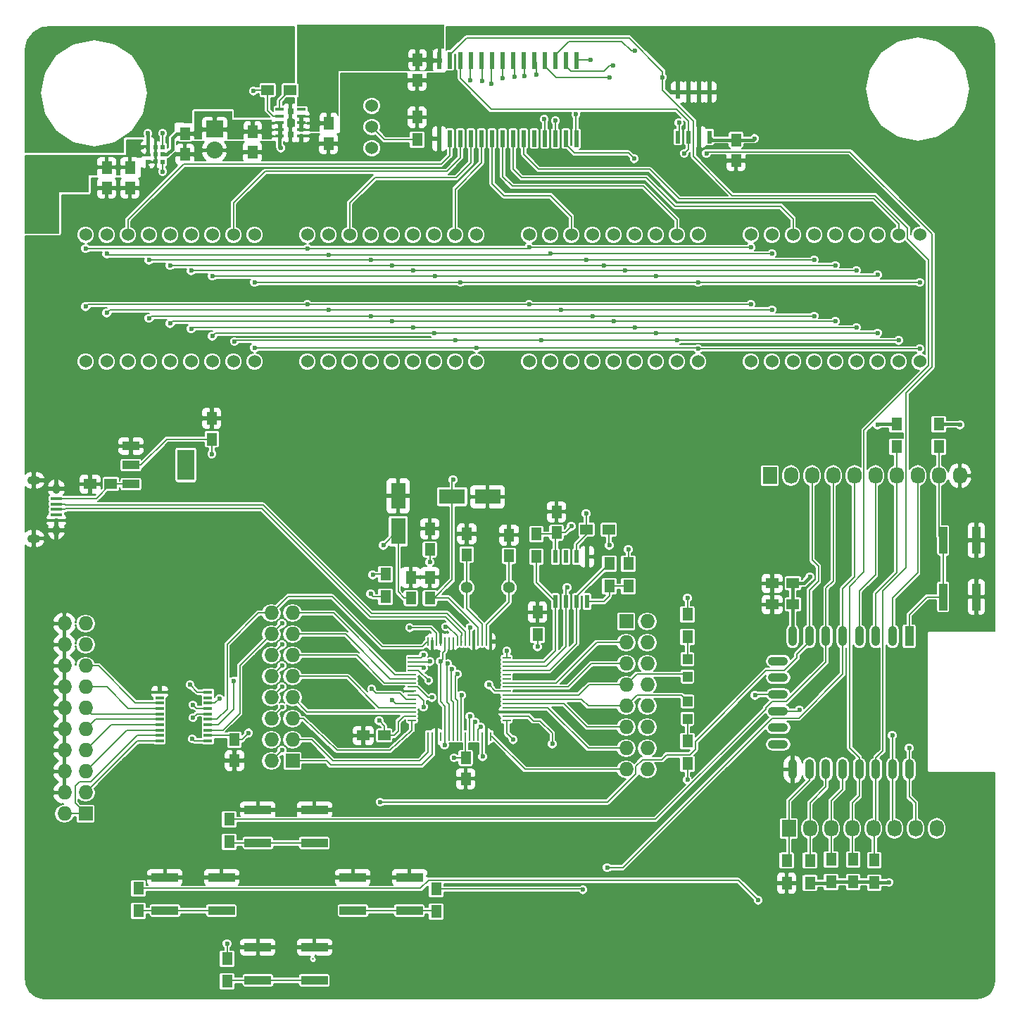
<source format=gtl>
G04 #@! TF.FileFunction,Copper,L1,Top,Signal*
%FSLAX46Y46*%
G04 Gerber Fmt 4.6, Leading zero omitted, Abs format (unit mm)*
G04 Created by KiCad (PCBNEW 4.0.2+dfsg1-2~bpo8+1-stable) date Tue 05 Jul 2016 08:57:00 AM CDT*
%MOMM*%
G01*
G04 APERTURE LIST*
%ADD10C,0.100000*%
%ADD11R,1.727200X1.727200*%
%ADD12O,1.727200X1.727200*%
%ADD13R,0.600000X1.550000*%
%ADD14R,0.250000X1.000000*%
%ADD15R,1.000000X0.250000*%
%ADD16R,1.300000X1.500000*%
%ADD17R,1.250000X1.500000*%
%ADD18R,1.500000X1.250000*%
%ADD19R,1.800860X3.149600*%
%ADD20R,3.149600X1.800860*%
%ADD21R,1.350000X0.400000*%
%ADD22O,0.950000X1.250000*%
%ADD23O,1.550000X1.000000*%
%ADD24R,1.198880X1.198880*%
%ADD25C,1.524000*%
%ADD26R,2.032000X2.032000*%
%ADD27O,2.032000X2.032000*%
%ADD28R,1.500000X1.300000*%
%ADD29R,3.200000X1.000000*%
%ADD30R,1.000000X3.200000*%
%ADD31R,1.000000X0.400000*%
%ADD32O,2.400000X1.100000*%
%ADD33R,1.100000X2.400000*%
%ADD34O,1.100000X2.400000*%
%ADD35C,1.422400*%
%ADD36R,1.727200X2.032000*%
%ADD37O,1.727200X2.032000*%
%ADD38R,0.600000X0.550000*%
%ADD39R,0.500000X0.500000*%
%ADD40R,0.800000X0.800000*%
%ADD41R,0.600000X2.000000*%
%ADD42R,2.032000X3.657600*%
%ADD43R,2.032000X1.016000*%
%ADD44C,0.600000*%
%ADD45C,0.203200*%
%ADD46C,0.381000*%
%ADD47C,0.080000*%
G04 APERTURE END LIST*
D10*
D11*
X24130000Y-111506000D03*
D12*
X21590000Y-111506000D03*
X24130000Y-108966000D03*
X21590000Y-108966000D03*
X24130000Y-106426000D03*
X21590000Y-106426000D03*
X24130000Y-103886000D03*
X21590000Y-103886000D03*
X24130000Y-101346000D03*
X21590000Y-101346000D03*
X24130000Y-98806000D03*
X21590000Y-98806000D03*
X24130000Y-96266000D03*
X21590000Y-96266000D03*
X24130000Y-93726000D03*
X21590000Y-93726000D03*
X24130000Y-91186000D03*
X21590000Y-91186000D03*
X24130000Y-88646000D03*
X21590000Y-88646000D03*
D13*
X99187000Y-24762500D03*
X97917000Y-24762500D03*
X96647000Y-24762500D03*
X95377000Y-24762500D03*
X95377000Y-30162500D03*
X96647000Y-30162500D03*
X97917000Y-30162500D03*
X99187000Y-30162500D03*
D14*
X72838000Y-90820000D03*
X72338000Y-90820000D03*
X71838000Y-90820000D03*
X71338000Y-90820000D03*
X70838000Y-90820000D03*
X70338000Y-90820000D03*
X69838000Y-90820000D03*
X69338000Y-90820000D03*
X68838000Y-90820000D03*
X68338000Y-90820000D03*
X67838000Y-90820000D03*
X67338000Y-90820000D03*
X66838000Y-90820000D03*
X66338000Y-90820000D03*
X65838000Y-90820000D03*
X65338000Y-90820000D03*
D15*
X63388000Y-92770000D03*
X63388000Y-93270000D03*
X63388000Y-93770000D03*
X63388000Y-94270000D03*
X63388000Y-94770000D03*
X63388000Y-95270000D03*
X63388000Y-95770000D03*
X63388000Y-96270000D03*
X63388000Y-96770000D03*
X63388000Y-97270000D03*
X63388000Y-97770000D03*
X63388000Y-98270000D03*
X63388000Y-98770000D03*
X63388000Y-99270000D03*
X63388000Y-99770000D03*
X63388000Y-100270000D03*
D14*
X65338000Y-102220000D03*
X65838000Y-102220000D03*
X66338000Y-102220000D03*
X66838000Y-102220000D03*
X67338000Y-102220000D03*
X67838000Y-102220000D03*
X68338000Y-102220000D03*
X68838000Y-102220000D03*
X69338000Y-102220000D03*
X69838000Y-102220000D03*
X70338000Y-102220000D03*
X70838000Y-102220000D03*
X71338000Y-102220000D03*
X71838000Y-102220000D03*
X72338000Y-102220000D03*
X72838000Y-102220000D03*
D15*
X74788000Y-100270000D03*
X74788000Y-99770000D03*
X74788000Y-99270000D03*
X74788000Y-98770000D03*
X74788000Y-98270000D03*
X74788000Y-97770000D03*
X74788000Y-97270000D03*
X74788000Y-96770000D03*
X74788000Y-96270000D03*
X74788000Y-95770000D03*
X74788000Y-95270000D03*
X74788000Y-94770000D03*
X74788000Y-94270000D03*
X74788000Y-93770000D03*
X74788000Y-93270000D03*
X74788000Y-92770000D03*
D16*
X96520000Y-87550000D03*
X96520000Y-90250000D03*
D17*
X64008000Y-23348000D03*
X64008000Y-20848000D03*
X102362000Y-33000000D03*
X102362000Y-30500000D03*
D18*
X106700000Y-86360000D03*
X109200000Y-86360000D03*
X109200000Y-83820000D03*
X106700000Y-83820000D03*
D17*
X36068000Y-32238000D03*
X36068000Y-29738000D03*
X44196000Y-29484000D03*
X44196000Y-31984000D03*
X26670000Y-33802000D03*
X26670000Y-36302000D03*
X29464000Y-33802000D03*
X29464000Y-36302000D03*
X53340000Y-28468000D03*
X53340000Y-30968000D03*
D18*
X24658000Y-71882000D03*
X27158000Y-71882000D03*
D17*
X75057000Y-77998000D03*
X75057000Y-80498000D03*
X39306500Y-63984500D03*
X39306500Y-66484500D03*
X69977000Y-77871000D03*
X69977000Y-80371000D03*
X63246000Y-83078000D03*
X63246000Y-85578000D03*
X65532000Y-83078000D03*
X65532000Y-85578000D03*
D19*
X61722000Y-73312020D03*
X61722000Y-77563980D03*
D20*
X72483980Y-73406000D03*
X68232020Y-73406000D03*
D17*
X65532000Y-77236000D03*
X65532000Y-79736000D03*
X80772000Y-77704000D03*
X80772000Y-75204000D03*
D21*
X20612540Y-73629100D03*
X20612540Y-74279100D03*
X20612540Y-74929100D03*
X20612540Y-75579100D03*
X20612540Y-76229100D03*
D22*
X20612540Y-72429100D03*
X20612540Y-77429100D03*
D23*
X17912540Y-71429100D03*
X17912540Y-78429100D03*
D24*
X96520000Y-98010980D03*
X96520000Y-100109020D03*
X96520000Y-95029020D03*
X96520000Y-92930980D03*
D25*
X26670000Y-57150000D03*
X29210000Y-57150000D03*
X31750000Y-57150000D03*
X34290000Y-57150000D03*
X36830000Y-57150000D03*
X39370000Y-57150000D03*
X41910000Y-57150000D03*
X24130000Y-57150000D03*
X44450000Y-57150000D03*
X24130000Y-41910000D03*
X26670000Y-41910000D03*
X29210000Y-41910000D03*
X31750000Y-41910000D03*
X34290000Y-41910000D03*
X36830000Y-41910000D03*
X39370000Y-41910000D03*
X41910000Y-41910000D03*
X44450000Y-41910000D03*
X53340000Y-57150000D03*
X55880000Y-57150000D03*
X58420000Y-57150000D03*
X60960000Y-57150000D03*
X63500000Y-57150000D03*
X66040000Y-57150000D03*
X68580000Y-57150000D03*
X50800000Y-57150000D03*
X71120000Y-57150000D03*
X50800000Y-41910000D03*
X53340000Y-41910000D03*
X55880000Y-41910000D03*
X58420000Y-41910000D03*
X60960000Y-41910000D03*
X63500000Y-41910000D03*
X66040000Y-41910000D03*
X68580000Y-41910000D03*
X71120000Y-41910000D03*
X80010000Y-57150000D03*
X82550000Y-57150000D03*
X85090000Y-57150000D03*
X87630000Y-57150000D03*
X90170000Y-57150000D03*
X92710000Y-57150000D03*
X95250000Y-57150000D03*
X77470000Y-57150000D03*
X97790000Y-57150000D03*
X77470000Y-41910000D03*
X80010000Y-41910000D03*
X82550000Y-41910000D03*
X85090000Y-41910000D03*
X87630000Y-41910000D03*
X90170000Y-41910000D03*
X92710000Y-41910000D03*
X95250000Y-41910000D03*
X97790000Y-41910000D03*
X106680000Y-57150000D03*
X109220000Y-57150000D03*
X111760000Y-57150000D03*
X114300000Y-57150000D03*
X116840000Y-57150000D03*
X119380000Y-57150000D03*
X121920000Y-57150000D03*
X104140000Y-57150000D03*
X124460000Y-57150000D03*
X104140000Y-41910000D03*
X106680000Y-41910000D03*
X109220000Y-41910000D03*
X111760000Y-41910000D03*
X114300000Y-41910000D03*
X116840000Y-41910000D03*
X119380000Y-41910000D03*
X121920000Y-41910000D03*
X124460000Y-41910000D03*
D26*
X39624000Y-29210000D03*
D27*
X39624000Y-31750000D03*
D11*
X49022000Y-105156000D03*
D12*
X46482000Y-105156000D03*
X49022000Y-102616000D03*
X46482000Y-102616000D03*
X49022000Y-100076000D03*
X46482000Y-100076000D03*
X49022000Y-97536000D03*
X46482000Y-97536000D03*
X49022000Y-94996000D03*
X46482000Y-94996000D03*
X49022000Y-92456000D03*
X46482000Y-92456000D03*
X49022000Y-89916000D03*
X46482000Y-89916000D03*
X49022000Y-87376000D03*
X46482000Y-87376000D03*
D11*
X89154000Y-88392000D03*
D12*
X91694000Y-88392000D03*
X89154000Y-90932000D03*
X91694000Y-90932000D03*
X89154000Y-93472000D03*
X91694000Y-93472000D03*
X89154000Y-96012000D03*
X91694000Y-96012000D03*
X89154000Y-98552000D03*
X91694000Y-98552000D03*
X89154000Y-101092000D03*
X91694000Y-101092000D03*
X89154000Y-103632000D03*
X91694000Y-103632000D03*
X89154000Y-106172000D03*
X91694000Y-106172000D03*
D16*
X41402000Y-112188000D03*
X41402000Y-114888000D03*
X41148000Y-128952000D03*
X41148000Y-131652000D03*
X66294000Y-120570000D03*
X66294000Y-123270000D03*
X118999000Y-119794000D03*
X118999000Y-117094000D03*
X116459000Y-119714000D03*
X116459000Y-117014000D03*
X30480000Y-120490000D03*
X30480000Y-123190000D03*
X126746000Y-64690000D03*
X126746000Y-67390000D03*
X121666000Y-64690000D03*
X121666000Y-67390000D03*
D28*
X46021000Y-24511000D03*
X48721000Y-24511000D03*
D16*
X78486000Y-89996000D03*
X78486000Y-87296000D03*
X60198000Y-85424000D03*
X60198000Y-82724000D03*
X96520000Y-105490000D03*
X96520000Y-102790000D03*
X78359000Y-77898000D03*
X78359000Y-80598000D03*
X87122000Y-81454000D03*
X87122000Y-84154000D03*
D28*
X84375000Y-77343000D03*
X87075000Y-77343000D03*
D16*
X89408000Y-81454000D03*
X89408000Y-84154000D03*
D29*
X51660000Y-111030000D03*
X44860000Y-111030000D03*
X44860000Y-115030000D03*
X51660000Y-115030000D03*
X51660000Y-127540000D03*
X44860000Y-127540000D03*
X44860000Y-131540000D03*
X51660000Y-131540000D03*
X63090000Y-119158000D03*
X56290000Y-119158000D03*
X56290000Y-123158000D03*
X63090000Y-123158000D03*
X40484000Y-119158000D03*
X33684000Y-119158000D03*
X33684000Y-123158000D03*
X40484000Y-123158000D03*
D30*
X131286000Y-85442000D03*
X131286000Y-78642000D03*
X127286000Y-78642000D03*
X127286000Y-85442000D03*
D31*
X38841000Y-102747000D03*
X38841000Y-102097000D03*
X38841000Y-101447000D03*
X38841000Y-100797000D03*
X38841000Y-100147000D03*
X38841000Y-99497000D03*
X38841000Y-98847000D03*
X38841000Y-98197000D03*
X38841000Y-97547000D03*
X38841000Y-96897000D03*
X33041000Y-96897000D03*
X33041000Y-97547000D03*
X33041000Y-98197000D03*
X33041000Y-98847000D03*
X33041000Y-99497000D03*
X33041000Y-100147000D03*
X33041000Y-100797000D03*
X33041000Y-101447000D03*
X33041000Y-102097000D03*
X33041000Y-102747000D03*
D13*
X80645000Y-86012000D03*
X81915000Y-86012000D03*
X83185000Y-86012000D03*
X84455000Y-86012000D03*
X84455000Y-80612000D03*
X83185000Y-80612000D03*
X81915000Y-80612000D03*
X80645000Y-80612000D03*
D32*
X107440000Y-93160000D03*
X107440000Y-95160000D03*
X107440000Y-97160000D03*
X107440000Y-99160000D03*
X107440000Y-101160000D03*
X107440000Y-103160000D03*
D33*
X123190000Y-90170000D03*
D34*
X121190000Y-90170000D03*
X119190000Y-90170000D03*
X117190000Y-90170000D03*
X115190000Y-90170000D03*
X113190000Y-90170000D03*
X111190000Y-90170000D03*
X109190000Y-90170000D03*
X109190000Y-106170000D03*
X111190000Y-106170000D03*
X113190000Y-106170000D03*
X115190000Y-106170000D03*
X117190000Y-106170000D03*
X119190000Y-106170000D03*
X121190000Y-106170000D03*
X123190000Y-106170000D03*
D35*
X69977000Y-84328000D03*
X75057000Y-84328000D03*
D36*
X108712000Y-113284000D03*
D37*
X111252000Y-113284000D03*
X113792000Y-113284000D03*
X116332000Y-113284000D03*
X118872000Y-113284000D03*
X121412000Y-113284000D03*
X123952000Y-113284000D03*
X126492000Y-113284000D03*
D36*
X106426000Y-70866000D03*
D37*
X108966000Y-70866000D03*
X111506000Y-70866000D03*
X114046000Y-70866000D03*
X116586000Y-70866000D03*
X119126000Y-70866000D03*
X121666000Y-70866000D03*
X124206000Y-70866000D03*
X126746000Y-70866000D03*
X129286000Y-70866000D03*
D38*
X31612000Y-31388000D03*
X33382000Y-31358000D03*
X33412000Y-33128000D03*
X31612000Y-33128000D03*
D39*
X32512000Y-31408000D03*
X32512000Y-32258000D03*
X32512000Y-33108000D03*
X33362000Y-32258000D03*
X31662000Y-32258000D03*
D31*
X50068000Y-30048000D03*
X50068000Y-29248000D03*
X50068000Y-28448000D03*
X50068000Y-27648000D03*
X50068000Y-26848000D03*
X47468000Y-30048000D03*
X47468000Y-29248000D03*
X47468000Y-28448000D03*
X47468000Y-27648000D03*
X47468000Y-26848000D03*
D40*
X48768000Y-29848000D03*
X48768000Y-27048000D03*
D17*
X69850000Y-107295000D03*
X69850000Y-104795000D03*
D18*
X57551000Y-102108000D03*
X60051000Y-102108000D03*
D25*
X58547000Y-31496000D03*
X58547000Y-28956000D03*
X58547000Y-26416000D03*
D41*
X66675000Y-30354000D03*
X67945000Y-30354000D03*
X69215000Y-30354000D03*
X70485000Y-30354000D03*
X71755000Y-30354000D03*
X73025000Y-30354000D03*
X74295000Y-30354000D03*
X75565000Y-30354000D03*
X76835000Y-30354000D03*
X78105000Y-30354000D03*
X79375000Y-30354000D03*
X80645000Y-30354000D03*
X81915000Y-30354000D03*
X83185000Y-30354000D03*
X83185000Y-20954000D03*
X81915000Y-20954000D03*
X80645000Y-20954000D03*
X79375000Y-20954000D03*
X78105000Y-20954000D03*
X76835000Y-20954000D03*
X75565000Y-20954000D03*
X74295000Y-20954000D03*
X73025000Y-20954000D03*
X71755000Y-20954000D03*
X70485000Y-20954000D03*
X69215000Y-20954000D03*
X67945000Y-20954000D03*
X66675000Y-20954000D03*
D17*
X42037000Y-105116000D03*
X42037000Y-102616000D03*
D42*
X36195000Y-69596000D03*
D43*
X29591000Y-69596000D03*
X29591000Y-71882000D03*
X29591000Y-67310000D03*
D16*
X113792000Y-119714000D03*
X113792000Y-117014000D03*
X111252000Y-119841000D03*
X111252000Y-117141000D03*
X108458000Y-117141000D03*
X108458000Y-119841000D03*
X64008000Y-30480000D03*
X64008000Y-27780000D03*
D44*
X120777000Y-119761000D03*
X31623000Y-29718000D03*
X104571800Y-30327600D03*
X129286000Y-64770000D03*
X119380000Y-64770000D03*
X111252000Y-83058000D03*
X47625000Y-31496000D03*
X39306500Y-68262500D03*
X43751500Y-101790500D03*
X59436000Y-100330000D03*
X68453000Y-104775000D03*
X36703000Y-96012000D03*
X65405000Y-95504000D03*
X67437000Y-89027000D03*
X58674000Y-82804000D03*
X68326000Y-71374000D03*
X59944000Y-79248000D03*
X89408000Y-79756000D03*
X80264000Y-103124000D03*
X84328000Y-75438000D03*
X82550000Y-76962000D03*
X96520000Y-85598000D03*
X72644000Y-96012000D03*
X96520000Y-107442000D03*
X67310000Y-103251000D03*
X75565000Y-102616000D03*
X74803000Y-91948000D03*
X65532000Y-81280000D03*
X66802000Y-93218000D03*
X83121500Y-27432000D03*
X106680000Y-50927000D03*
X81280000Y-50927000D03*
X53340000Y-50927000D03*
X26670000Y-51308000D03*
X84836000Y-20891500D03*
X111760000Y-51689000D03*
X85090000Y-51689000D03*
X58420000Y-51689000D03*
X31750000Y-51943000D03*
X87566500Y-21590000D03*
X114300000Y-52324000D03*
X87630000Y-52324000D03*
X60960000Y-52324000D03*
X34290000Y-52578000D03*
X90170000Y-19812000D03*
X116840000Y-53086000D03*
X90170000Y-53086000D03*
X63500000Y-53086000D03*
X36830000Y-53213000D03*
X74295000Y-23050500D03*
X119380000Y-53721000D03*
X92710000Y-53721000D03*
X66040000Y-53721000D03*
X39370000Y-54102000D03*
X78930500Y-54610000D03*
X79311500Y-28003500D03*
X121920000Y-54610000D03*
X95250000Y-54610000D03*
X68580000Y-54610000D03*
X42037000Y-54737000D03*
X75692000Y-22923500D03*
X104140000Y-50292000D03*
X77470000Y-50292000D03*
X50800000Y-50292000D03*
X24130000Y-50546000D03*
X72961500Y-23749000D03*
X124460000Y-55626000D03*
X97790000Y-55626000D03*
X71120000Y-55499000D03*
X44450000Y-55499000D03*
X76898500Y-22860000D03*
X104140000Y-43434000D03*
X77470000Y-43434000D03*
X50800000Y-43561000D03*
X24130000Y-43561000D03*
X80645000Y-28194000D03*
X106680000Y-44196000D03*
X80010000Y-44196000D03*
X53340000Y-44323000D03*
X26670000Y-44196000D03*
X78359000Y-22669500D03*
X111760000Y-44958000D03*
X84328000Y-44958000D03*
X58420000Y-44958000D03*
X31750000Y-44958000D03*
X87122000Y-22987000D03*
X114300000Y-45593000D03*
X86487000Y-45593000D03*
X60960000Y-45593000D03*
X34290000Y-45593000D03*
X90106500Y-32766000D03*
X116840000Y-46228000D03*
X89027000Y-46228000D03*
X63500000Y-46228000D03*
X36830000Y-46228000D03*
X70358000Y-23368000D03*
X119380000Y-46736000D03*
X92710000Y-46863000D03*
X66167000Y-46863000D03*
X39370000Y-46863000D03*
X71818500Y-23431500D03*
X124460000Y-47625000D03*
X97790000Y-47625000D03*
X69215000Y-47625000D03*
X44450000Y-47625000D03*
X105029000Y-121920000D03*
X95504000Y-28448000D03*
X93535500Y-22987000D03*
X96139000Y-32131000D03*
X98806000Y-32131000D03*
X121158000Y-102108000D03*
X67691000Y-93472000D03*
X123190000Y-103632000D03*
X68199000Y-94107000D03*
X109982000Y-99060000D03*
X104648000Y-97282000D03*
X41148000Y-127127000D03*
X59563000Y-110109000D03*
X86868000Y-117983000D03*
X83947000Y-120650000D03*
X47752000Y-103886000D03*
X65786000Y-97536000D03*
X64770000Y-92456000D03*
X47752000Y-88646000D03*
X37033200Y-98425000D03*
X65532000Y-93218000D03*
X47752000Y-91186000D03*
X41960800Y-95529400D03*
X64770000Y-93980000D03*
X47752000Y-93726000D03*
X64770000Y-98679000D03*
X36957000Y-102514400D03*
X68834000Y-94742000D03*
X69342000Y-97282000D03*
X70358000Y-99822000D03*
X70993000Y-100457000D03*
X71628000Y-101092000D03*
X71882000Y-104648000D03*
X44323000Y-24638000D03*
X33401000Y-34315400D03*
X33401000Y-29718000D03*
X78486000Y-91440000D03*
X70358000Y-89154000D03*
X63119000Y-89154000D03*
X58420000Y-85090000D03*
X87122000Y-79248000D03*
X82042000Y-84328000D03*
X61010800Y-97840800D03*
X47777400Y-98704400D03*
X37058600Y-99974400D03*
X58547000Y-96520000D03*
X47752000Y-96266000D03*
X40233600Y-97663000D03*
D45*
X51435000Y-128952000D02*
X51515000Y-129032000D01*
X68338000Y-90820000D02*
X68338000Y-92190000D01*
X68338000Y-92190000D02*
X68326000Y-92202000D01*
X67838000Y-90820000D02*
X67838000Y-92182000D01*
X67838000Y-92182000D02*
X67818000Y-92202000D01*
X40484000Y-119158000D02*
X33684000Y-119158000D01*
D46*
X53320000Y-28448000D02*
X53340000Y-28468000D01*
X50068000Y-28448000D02*
X50068000Y-29248000D01*
X50068000Y-28448000D02*
X50068000Y-27648000D01*
X64282000Y-20574000D02*
X64008000Y-20848000D01*
X118999000Y-119794000D02*
X120744000Y-119794000D01*
X120744000Y-119794000D02*
X120777000Y-119761000D01*
X116459000Y-119714000D02*
X118919000Y-119714000D01*
X118919000Y-119714000D02*
X118999000Y-119794000D01*
X113792000Y-119714000D02*
X116459000Y-119714000D01*
X111252000Y-119841000D02*
X113665000Y-119841000D01*
X113665000Y-119841000D02*
X113792000Y-119714000D01*
X31612000Y-31388000D02*
X31612000Y-29729000D01*
X31612000Y-29729000D02*
X31623000Y-29718000D01*
X31662000Y-32258000D02*
X31662000Y-31438000D01*
X31662000Y-31438000D02*
X31612000Y-31388000D01*
X102362000Y-30500000D02*
X99524500Y-30500000D01*
X99524500Y-30500000D02*
X99187000Y-30162500D01*
X102362000Y-30500000D02*
X104399400Y-30500000D01*
X104399400Y-30500000D02*
X104571800Y-30327600D01*
X102248000Y-30386000D02*
X102362000Y-30500000D01*
X102248000Y-30386000D02*
X102362000Y-30500000D01*
X126746000Y-64690000D02*
X129206000Y-64690000D01*
X129206000Y-64690000D02*
X129286000Y-64770000D01*
X121666000Y-64690000D02*
X119460000Y-64690000D01*
X119460000Y-64690000D02*
X119380000Y-64770000D01*
X109200000Y-83820000D02*
X110490000Y-83820000D01*
X110490000Y-83820000D02*
X111252000Y-83058000D01*
X109200000Y-86360000D02*
X109200000Y-83820000D01*
X109190000Y-90170000D02*
X109190000Y-86370000D01*
X109190000Y-86370000D02*
X109200000Y-86360000D01*
X47468000Y-31339000D02*
X47625000Y-31496000D01*
X47468000Y-30048000D02*
X47468000Y-31339000D01*
X33362000Y-32258000D02*
X33934400Y-32258000D01*
X35133600Y-29738000D02*
X36068000Y-29738000D01*
X34569400Y-30302200D02*
X35133600Y-29738000D01*
X34569400Y-31623000D02*
X34569400Y-30302200D01*
X33934400Y-32258000D02*
X34569400Y-31623000D01*
X47468000Y-30048000D02*
X47468000Y-29248000D01*
X47468000Y-29248000D02*
X47468000Y-28448000D01*
X43922000Y-29210000D02*
X44196000Y-29484000D01*
D45*
X27158000Y-71882000D02*
X28111200Y-71882000D01*
X28111200Y-71882000D02*
X29591000Y-71882000D01*
X20612540Y-73629100D02*
X25410900Y-73629100D01*
X25410900Y-73629100D02*
X27158000Y-71882000D01*
X75057000Y-84328000D02*
X75057000Y-80498000D01*
X75057000Y-84328000D02*
X75057000Y-86106000D01*
X72338000Y-88825000D02*
X72338000Y-90820000D01*
X75057000Y-86106000D02*
X72338000Y-88825000D01*
X39306500Y-66484500D02*
X39306500Y-68262500D01*
X29591000Y-69596000D02*
X30810200Y-69596000D01*
X30810200Y-69596000D02*
X33921700Y-66484500D01*
X33921700Y-66484500D02*
X38478300Y-66484500D01*
X38478300Y-66484500D02*
X39306500Y-66484500D01*
X42037000Y-102616000D02*
X42926000Y-102616000D01*
X42926000Y-102616000D02*
X43751500Y-101790500D01*
X38841000Y-102097000D02*
X41518000Y-102097000D01*
X41518000Y-102097000D02*
X42037000Y-102616000D01*
X60051000Y-102108000D02*
X60051000Y-100945000D01*
X60051000Y-100945000D02*
X59436000Y-100330000D01*
X63388000Y-99770000D02*
X62409000Y-99770000D01*
X61214000Y-102108000D02*
X60051000Y-102108000D01*
X61722000Y-101600000D02*
X61214000Y-102108000D01*
X61722000Y-100457000D02*
X61722000Y-101600000D01*
X62409000Y-99770000D02*
X61722000Y-100457000D01*
X69850000Y-104795000D02*
X68473000Y-104795000D01*
X68473000Y-104795000D02*
X68453000Y-104775000D01*
X69838000Y-102220000D02*
X69838000Y-104783000D01*
X69838000Y-104783000D02*
X69850000Y-104795000D01*
X38841000Y-96897000D02*
X37588000Y-96897000D01*
X37588000Y-96897000D02*
X36703000Y-96012000D01*
X63388000Y-94270000D02*
X64171000Y-94270000D01*
X64171000Y-94270000D02*
X65405000Y-95504000D01*
X68838000Y-90820000D02*
X68838000Y-90174000D01*
X67691000Y-89027000D02*
X67437000Y-89027000D01*
X68838000Y-90174000D02*
X67691000Y-89027000D01*
X65969200Y-85578000D02*
X65532000Y-85578000D01*
X60198000Y-82724000D02*
X58754000Y-82724000D01*
X58754000Y-82724000D02*
X58674000Y-82804000D01*
X68232020Y-73406000D02*
X68232020Y-71467980D01*
X68232020Y-71467980D02*
X68326000Y-71374000D01*
X65532000Y-85578000D02*
X66060000Y-85578000D01*
X66060000Y-85578000D02*
X68232020Y-83405980D01*
X68232020Y-83405980D02*
X68232020Y-73406000D01*
X61722000Y-77563980D02*
X61628020Y-77563980D01*
X61628020Y-77563980D02*
X59944000Y-79248000D01*
X63246000Y-85578000D02*
X62464000Y-85578000D01*
X61722000Y-84836000D02*
X61722000Y-77563980D01*
X62464000Y-85578000D02*
X61722000Y-84836000D01*
X89408000Y-81454000D02*
X89408000Y-79756000D01*
X77978000Y-100350000D02*
X78760000Y-100350000D01*
X80264000Y-101854000D02*
X80264000Y-103124000D01*
X78760000Y-100350000D02*
X80264000Y-101854000D01*
X74788000Y-99770000D02*
X77398000Y-99770000D01*
X77398000Y-99770000D02*
X77978000Y-100350000D01*
X63246000Y-85578000D02*
X63246000Y-85852000D01*
X65532000Y-85578000D02*
X67798000Y-85578000D01*
X71338000Y-89118000D02*
X71338000Y-90820000D01*
X67798000Y-85578000D02*
X71338000Y-89118000D01*
X84375000Y-77343000D02*
X84375000Y-75485000D01*
X84375000Y-75485000D02*
X84328000Y-75438000D01*
X80772000Y-77704000D02*
X81808000Y-77704000D01*
X81808000Y-77704000D02*
X82550000Y-76962000D01*
X78359000Y-77898000D02*
X80578000Y-77898000D01*
X80578000Y-77898000D02*
X80772000Y-77704000D01*
X80645000Y-80612000D02*
X80645000Y-77831000D01*
X80645000Y-77831000D02*
X80772000Y-77704000D01*
X84375000Y-77343000D02*
X84375000Y-77931000D01*
X84375000Y-77931000D02*
X83185000Y-79121000D01*
X83185000Y-79121000D02*
X83185000Y-80612000D01*
X96520000Y-87550000D02*
X96520000Y-85598000D01*
X74788000Y-96770000D02*
X73402000Y-96770000D01*
X73402000Y-96770000D02*
X72644000Y-96012000D01*
X96520000Y-105490000D02*
X96520000Y-107442000D01*
X69977000Y-84328000D02*
X69977000Y-80371000D01*
X69977000Y-84328000D02*
X69977000Y-86868000D01*
X71838000Y-88729000D02*
X71838000Y-90820000D01*
X69977000Y-86868000D02*
X71838000Y-88729000D01*
X74788000Y-100270000D02*
X74788000Y-101839000D01*
X67338000Y-103223000D02*
X67338000Y-102220000D01*
X67310000Y-103251000D02*
X67338000Y-103223000D01*
X74788000Y-101839000D02*
X75565000Y-102616000D01*
X74788000Y-92770000D02*
X74788000Y-91963000D01*
X74788000Y-91963000D02*
X74803000Y-91948000D01*
X66802000Y-93218000D02*
X67101999Y-92918001D01*
X67101999Y-92918001D02*
X67101999Y-92156001D01*
X67101999Y-92156001D02*
X67338000Y-91920000D01*
X67338000Y-102220000D02*
X67338000Y-98580000D01*
X66802000Y-98044000D02*
X66802000Y-93218000D01*
X67338000Y-98580000D02*
X66802000Y-98044000D01*
X67338000Y-90820000D02*
X67338000Y-91920000D01*
X65532000Y-81280000D02*
X65532000Y-79736000D01*
X67310000Y-90792000D02*
X67338000Y-90820000D01*
X89154000Y-98552000D02*
X90424000Y-97282000D01*
X95791020Y-97282000D02*
X96520000Y-98010980D01*
X90424000Y-97282000D02*
X95791020Y-97282000D01*
X74788000Y-97770000D02*
X83800000Y-97770000D01*
X84582000Y-98552000D02*
X89154000Y-98552000D01*
X83800000Y-97770000D02*
X84582000Y-98552000D01*
X96520000Y-100109020D02*
X96520000Y-102790000D01*
X89154000Y-96012000D02*
X90424000Y-94742000D01*
X90424000Y-94742000D02*
X96232980Y-94742000D01*
X96232980Y-94742000D02*
X96520000Y-95029020D01*
X74788000Y-97270000D02*
X83451000Y-97270000D01*
X84709000Y-96012000D02*
X89154000Y-96012000D01*
X83451000Y-97270000D02*
X84709000Y-96012000D01*
X96520000Y-90250000D02*
X96520000Y-92930980D01*
X83121500Y-27432000D02*
X83121500Y-30290500D01*
X83121500Y-30290500D02*
X83185000Y-30354000D01*
X81280000Y-50927000D02*
X106680000Y-50927000D01*
X53340000Y-50927000D02*
X81280000Y-50927000D01*
X27051000Y-50927000D02*
X53340000Y-50927000D01*
X26670000Y-51308000D02*
X27051000Y-50927000D01*
X84836000Y-20891500D02*
X83247500Y-20891500D01*
X83247500Y-20891500D02*
X83185000Y-20954000D01*
X85090000Y-51689000D02*
X111760000Y-51689000D01*
X58420000Y-51689000D02*
X85090000Y-51689000D01*
X32004000Y-51689000D02*
X58420000Y-51689000D01*
X31750000Y-51943000D02*
X32004000Y-51689000D01*
X87566500Y-21590000D02*
X87142236Y-21590000D01*
X86473435Y-22258801D02*
X82519801Y-22258801D01*
X87142236Y-21590000D02*
X86473435Y-22258801D01*
X82519801Y-22258801D02*
X81915000Y-21654000D01*
X81915000Y-21654000D02*
X81915000Y-20954000D01*
X87630000Y-52324000D02*
X114300000Y-52324000D01*
X60960000Y-52324000D02*
X87630000Y-52324000D01*
X34544000Y-52324000D02*
X60960000Y-52324000D01*
X34290000Y-52578000D02*
X34544000Y-52324000D01*
X88602736Y-18669000D02*
X82230000Y-18669000D01*
X82230000Y-18669000D02*
X80645000Y-20254000D01*
X80645000Y-20254000D02*
X80645000Y-20954000D01*
X90170000Y-19812000D02*
X89745736Y-19812000D01*
X89745736Y-19812000D02*
X88602736Y-18669000D01*
X90170000Y-53086000D02*
X116840000Y-53086000D01*
X63500000Y-53086000D02*
X90170000Y-53086000D01*
X36957000Y-53086000D02*
X63500000Y-53086000D01*
X36830000Y-53213000D02*
X36957000Y-53086000D01*
X74295000Y-23050500D02*
X74295000Y-22626236D01*
X74295000Y-22626236D02*
X74295000Y-20954000D01*
X92710000Y-53721000D02*
X119380000Y-53721000D01*
X66040000Y-53721000D02*
X92710000Y-53721000D01*
X39751000Y-53721000D02*
X66040000Y-53721000D01*
X39370000Y-54102000D02*
X39751000Y-53721000D01*
X78740000Y-54610000D02*
X78930500Y-54610000D01*
X78930500Y-54610000D02*
X95250000Y-54610000D01*
X79375000Y-30354000D02*
X79375000Y-28067000D01*
X79375000Y-28067000D02*
X79311500Y-28003500D01*
X95250000Y-54610000D02*
X121920000Y-54610000D01*
X68580000Y-54610000D02*
X78740000Y-54610000D01*
X42164000Y-54610000D02*
X68580000Y-54610000D01*
X42037000Y-54737000D02*
X42164000Y-54610000D01*
X75692000Y-22923500D02*
X75692000Y-21081000D01*
X75692000Y-21081000D02*
X75565000Y-20954000D01*
X77470000Y-50292000D02*
X104140000Y-50292000D01*
X50800000Y-50292000D02*
X77470000Y-50292000D01*
X24384000Y-50292000D02*
X50800000Y-50292000D01*
X24130000Y-50546000D02*
X24384000Y-50292000D01*
X72961500Y-23749000D02*
X72961500Y-21017500D01*
X72961500Y-21017500D02*
X73025000Y-20954000D01*
X97790000Y-55626000D02*
X124460000Y-55626000D01*
X71120000Y-55499000D02*
X97663000Y-55499000D01*
X97663000Y-55499000D02*
X97790000Y-55626000D01*
X44450000Y-55499000D02*
X71120000Y-55499000D01*
X76898500Y-22860000D02*
X76898500Y-21017500D01*
X76898500Y-21017500D02*
X76835000Y-20954000D01*
X77470000Y-43434000D02*
X104140000Y-43434000D01*
X50800000Y-43561000D02*
X77343000Y-43561000D01*
X77343000Y-43561000D02*
X77470000Y-43434000D01*
X24130000Y-43561000D02*
X50800000Y-43561000D01*
X80645000Y-30354000D02*
X80645000Y-28194000D01*
X80010000Y-44196000D02*
X106680000Y-44196000D01*
X53340000Y-44323000D02*
X79883000Y-44323000D01*
X79883000Y-44323000D02*
X80010000Y-44196000D01*
X26797000Y-44323000D02*
X53340000Y-44323000D01*
X26670000Y-44196000D02*
X26797000Y-44323000D01*
X29210000Y-41910000D02*
X29210000Y-40132000D01*
X67945000Y-32385000D02*
X67945000Y-30354000D01*
X66929000Y-33401000D02*
X67945000Y-32385000D01*
X35941000Y-33401000D02*
X66929000Y-33401000D01*
X29210000Y-40132000D02*
X35941000Y-33401000D01*
X78359000Y-22669500D02*
X78359000Y-21208000D01*
X78359000Y-21208000D02*
X78105000Y-20954000D01*
X84328000Y-44958000D02*
X111760000Y-44958000D01*
X58420000Y-44958000D02*
X84328000Y-44958000D01*
X31750000Y-44958000D02*
X58420000Y-44958000D01*
X87122000Y-22987000D02*
X80708000Y-22987000D01*
X80708000Y-22987000D02*
X79375000Y-21654000D01*
X79375000Y-21654000D02*
X79375000Y-20954000D01*
X86487000Y-45593000D02*
X114300000Y-45593000D01*
X60960000Y-45593000D02*
X86487000Y-45593000D01*
X34290000Y-45593000D02*
X60960000Y-45593000D01*
X82928500Y-32067500D02*
X89408000Y-32067500D01*
X89408000Y-32067500D02*
X90106500Y-32766000D01*
X82928500Y-32067500D02*
X81915000Y-31054000D01*
X81915000Y-31054000D02*
X81915000Y-30354000D01*
X89027000Y-46228000D02*
X116840000Y-46228000D01*
X63500000Y-46228000D02*
X89027000Y-46228000D01*
X36830000Y-46228000D02*
X63500000Y-46228000D01*
X70358000Y-23368000D02*
X70358000Y-21081000D01*
X70358000Y-21081000D02*
X70485000Y-20954000D01*
X92710000Y-46863000D02*
X119253000Y-46863000D01*
X119253000Y-46863000D02*
X119380000Y-46736000D01*
X66167000Y-46863000D02*
X92710000Y-46863000D01*
X39370000Y-46863000D02*
X66167000Y-46863000D01*
X41910000Y-41910000D02*
X41910000Y-38100000D01*
X41910000Y-38100000D02*
X45720000Y-34290000D01*
X69215000Y-32639000D02*
X69215000Y-30354000D01*
X67564000Y-34290000D02*
X69215000Y-32639000D01*
X45720000Y-34290000D02*
X67564000Y-34290000D01*
X71818500Y-23431500D02*
X71818500Y-21017500D01*
X71818500Y-21017500D02*
X71755000Y-20954000D01*
X97790000Y-47625000D02*
X124460000Y-47625000D01*
X69215000Y-47625000D02*
X97790000Y-47625000D01*
X44450000Y-47625000D02*
X69215000Y-47625000D01*
X55880000Y-41910000D02*
X55880000Y-38100000D01*
X70485000Y-33274000D02*
X70485000Y-30354000D01*
X68707000Y-35052000D02*
X70485000Y-33274000D01*
X58928000Y-35052000D02*
X68707000Y-35052000D01*
X55880000Y-38100000D02*
X58928000Y-35052000D01*
X68580000Y-41910000D02*
X68580000Y-36449000D01*
X71755000Y-33274000D02*
X71755000Y-30354000D01*
X68580000Y-36449000D02*
X71755000Y-33274000D01*
X82550000Y-41910000D02*
X82550000Y-39751000D01*
X73025000Y-35814000D02*
X73025000Y-30354000D01*
X74422000Y-37211000D02*
X73025000Y-35814000D01*
X80010000Y-37211000D02*
X74422000Y-37211000D01*
X82550000Y-39751000D02*
X80010000Y-37211000D01*
X95250000Y-41910000D02*
X95250000Y-40132000D01*
X74295000Y-34925000D02*
X74295000Y-30354000D01*
X75438000Y-36068000D02*
X74295000Y-34925000D01*
X91186000Y-36068000D02*
X75438000Y-36068000D01*
X95250000Y-40132000D02*
X91186000Y-36068000D01*
X109220000Y-41910000D02*
X109220000Y-40005000D01*
X75565000Y-34036000D02*
X75565000Y-30354000D01*
X76581000Y-35052000D02*
X75565000Y-34036000D01*
X91567000Y-35052000D02*
X76581000Y-35052000D01*
X94996000Y-38481000D02*
X91567000Y-35052000D01*
X107696000Y-38481000D02*
X94996000Y-38481000D01*
X109220000Y-40005000D02*
X107696000Y-38481000D01*
X121920000Y-41910000D02*
X121920000Y-40640000D01*
X76835000Y-32258000D02*
X76835000Y-30354000D01*
X78613000Y-34036000D02*
X76835000Y-32258000D01*
X91948000Y-34036000D02*
X78613000Y-34036000D01*
X95504000Y-37592000D02*
X91948000Y-34036000D01*
X118872000Y-37592000D02*
X95504000Y-37592000D01*
X121920000Y-40640000D02*
X118872000Y-37592000D01*
X108712000Y-113284000D02*
X108712000Y-116887000D01*
X108712000Y-116887000D02*
X108458000Y-117141000D01*
X111190000Y-106170000D02*
X111190000Y-107504000D01*
X108712000Y-109982000D02*
X108712000Y-113284000D01*
X111190000Y-107504000D02*
X108712000Y-109982000D01*
X111252000Y-113284000D02*
X111252000Y-117141000D01*
X113190000Y-106170000D02*
X113190000Y-108298000D01*
X111252000Y-110236000D02*
X111252000Y-113284000D01*
X113190000Y-108298000D02*
X111252000Y-110236000D01*
X30480000Y-120490000D02*
X64425358Y-120490000D01*
X64425358Y-120490000D02*
X65400159Y-119515199D01*
X65400159Y-119515199D02*
X102624199Y-119515199D01*
X102624199Y-119515199D02*
X105029000Y-121920000D01*
X113792000Y-113284000D02*
X113792000Y-117014000D01*
X115190000Y-106170000D02*
X115190000Y-108584000D01*
X113792000Y-109982000D02*
X113792000Y-113284000D01*
X115190000Y-108584000D02*
X113792000Y-109982000D01*
X117190000Y-106170000D02*
X117190000Y-104766800D01*
X117190000Y-104766800D02*
X116044810Y-103621610D01*
X97251801Y-32515551D02*
X97251801Y-28260943D01*
X116044810Y-103621610D02*
X116044810Y-84173940D01*
X116044810Y-84173940D02*
X117754410Y-82464340D01*
X122986801Y-41132051D02*
X119040340Y-37185590D01*
X117754410Y-82464340D02*
X117754410Y-65434456D01*
X117754410Y-65434456D02*
X125526801Y-57662065D01*
X125526801Y-57662065D02*
X125526801Y-44962065D01*
X97251801Y-28260943D02*
X93535500Y-24544642D01*
X125526801Y-44962065D02*
X122986801Y-42422065D01*
X122986801Y-42422065D02*
X122986801Y-41132051D01*
X101921840Y-37185590D02*
X97251801Y-32515551D01*
X119040340Y-37185590D02*
X101921840Y-37185590D01*
X93535500Y-24544642D02*
X93535500Y-23411264D01*
X93535500Y-23411264D02*
X93535500Y-22987000D01*
X116332000Y-113284000D02*
X116332000Y-116887000D01*
X116332000Y-116887000D02*
X116459000Y-117014000D01*
X95504000Y-28448000D02*
X95504000Y-30035500D01*
X95504000Y-30035500D02*
X95377000Y-30162500D01*
X67945000Y-20954000D02*
X67945000Y-20254000D01*
X67945000Y-20254000D02*
X69936409Y-18262591D01*
X69936409Y-18262591D02*
X89515697Y-18262591D01*
X89515697Y-18262591D02*
X93535500Y-22282394D01*
X93535500Y-22282394D02*
X93535500Y-22987000D01*
X117190000Y-106170000D02*
X117190000Y-109378000D01*
X116332000Y-110236000D02*
X116332000Y-113284000D01*
X117190000Y-109378000D02*
X116332000Y-110236000D01*
X118999000Y-117094000D02*
X118999000Y-113411000D01*
X118999000Y-113411000D02*
X118872000Y-113284000D01*
X96139000Y-32131000D02*
X96647000Y-31623000D01*
X96647000Y-31623000D02*
X96647000Y-30162500D01*
X119190000Y-106170000D02*
X119190000Y-104766800D01*
X125933211Y-57830405D02*
X125933211Y-41804345D01*
X119190000Y-104766800D02*
X120044810Y-103911990D01*
X120044810Y-84745940D02*
X122834410Y-81956340D01*
X120044810Y-103911990D02*
X120044810Y-84745940D01*
X122834410Y-81956340D02*
X122834410Y-60929206D01*
X122834410Y-60929206D02*
X125933211Y-57830405D01*
X125933211Y-41804345D02*
X116074065Y-31945199D01*
X116074065Y-31945199D02*
X98991801Y-31945199D01*
X98991801Y-31945199D02*
X98806000Y-32131000D01*
X119190000Y-106170000D02*
X119190000Y-112966000D01*
X119190000Y-112966000D02*
X118872000Y-113284000D01*
X96647000Y-28257500D02*
X96647000Y-30162500D01*
X96647000Y-30162500D02*
X96647000Y-30386000D01*
X96647000Y-31336000D02*
X96647000Y-30162500D01*
X95216699Y-26827199D02*
X96647000Y-28257500D01*
X69215000Y-20954000D02*
X69215000Y-23120106D01*
X69215000Y-23120106D02*
X72922093Y-26827199D01*
X72922093Y-26827199D02*
X95216699Y-26827199D01*
X121190000Y-102140000D02*
X121190000Y-106170000D01*
X121158000Y-102108000D02*
X121190000Y-102140000D01*
X121190000Y-106170000D02*
X121190000Y-113062000D01*
X121190000Y-113062000D02*
X121412000Y-113284000D01*
X67691000Y-93472000D02*
X67564000Y-93599000D01*
X67564000Y-93599000D02*
X67564000Y-98057402D01*
X67564000Y-98057402D02*
X67838000Y-98331402D01*
X67838000Y-98331402D02*
X67838000Y-102220000D01*
X123190000Y-103632000D02*
X123190000Y-106170000D01*
X123190000Y-106170000D02*
X123190000Y-109474000D01*
X123190000Y-109474000D02*
X123952000Y-110236000D01*
X123952000Y-110236000D02*
X123952000Y-113284000D01*
X68338000Y-98077402D02*
X68338000Y-102220000D01*
X68072000Y-97811402D02*
X68338000Y-98077402D01*
X68072000Y-94234000D02*
X68072000Y-97811402D01*
X68199000Y-94107000D02*
X68072000Y-94234000D01*
X121666000Y-67390000D02*
X121666000Y-68343200D01*
X121666000Y-68343200D02*
X121666000Y-70866000D01*
X121666000Y-70866000D02*
X121666000Y-82550000D01*
X121666000Y-82550000D02*
X119190000Y-85026000D01*
X119190000Y-85026000D02*
X119190000Y-90170000D01*
X122174000Y-67898000D02*
X121666000Y-67390000D01*
X126746000Y-67390000D02*
X126746000Y-70866000D01*
X127286000Y-85442000D02*
X125378000Y-85442000D01*
X123190000Y-87630000D02*
X123190000Y-90170000D01*
X125378000Y-85442000D02*
X123190000Y-87630000D01*
X127286000Y-78642000D02*
X127286000Y-85442000D01*
X126746000Y-70866000D02*
X126746000Y-78102000D01*
X126746000Y-78102000D02*
X127286000Y-78642000D01*
X127286000Y-85442000D02*
X127286000Y-86074000D01*
X124206000Y-70866000D02*
X124206000Y-82550000D01*
X121190000Y-85566000D02*
X121190000Y-90170000D01*
X124206000Y-82550000D02*
X121190000Y-85566000D01*
X109882000Y-99160000D02*
X107440000Y-99160000D01*
X109982000Y-99060000D02*
X109882000Y-99160000D01*
X104770000Y-97160000D02*
X107440000Y-97160000D01*
X104648000Y-97282000D02*
X104770000Y-97160000D01*
X41148000Y-127127000D02*
X41148000Y-128952000D01*
X86946234Y-110109000D02*
X59563000Y-110109000D01*
X111190000Y-90170000D02*
X111190000Y-90820000D01*
X111190000Y-90820000D02*
X109704810Y-92305190D01*
X109704810Y-92305190D02*
X109704810Y-92754073D01*
X109704810Y-92754073D02*
X108153693Y-94305190D01*
X97474801Y-102804199D02*
X97474801Y-103783841D01*
X96823443Y-104435199D02*
X94038369Y-104435199D01*
X108153693Y-94305190D02*
X105973810Y-94305190D01*
X105973810Y-94305190D02*
X97474801Y-102804199D01*
X90322401Y-106732833D02*
X86946234Y-110109000D01*
X97474801Y-103783841D02*
X96823443Y-104435199D01*
X90322401Y-105814365D02*
X90322401Y-106732833D01*
X94038369Y-104435199D02*
X93469969Y-105003599D01*
X93469969Y-105003599D02*
X91133167Y-105003599D01*
X91133167Y-105003599D02*
X90322401Y-105814365D01*
X111506000Y-70866000D02*
X111506000Y-81026000D01*
X111190000Y-84644000D02*
X111190000Y-90170000D01*
X112268000Y-83566000D02*
X111190000Y-84644000D01*
X112268000Y-81788000D02*
X112268000Y-83566000D01*
X111506000Y-81026000D02*
X112268000Y-81788000D01*
X41402000Y-112188000D02*
X92669106Y-112188000D01*
X92669106Y-112188000D02*
X105935190Y-98921916D01*
X105935190Y-98921916D02*
X105935190Y-98805927D01*
X105935190Y-98805927D02*
X106726307Y-98014810D01*
X106726307Y-98014810D02*
X108444073Y-98014810D01*
X108444073Y-98014810D02*
X113190000Y-93268883D01*
X113190000Y-93268883D02*
X113190000Y-91573200D01*
X113190000Y-91573200D02*
X113190000Y-90170000D01*
X114046000Y-70866000D02*
X114046000Y-83566000D01*
X113190000Y-84422000D02*
X113190000Y-90170000D01*
X114046000Y-83566000D02*
X113190000Y-84422000D01*
X86868000Y-117983000D02*
X88758117Y-117983000D01*
X109922296Y-100014810D02*
X115190000Y-94747106D01*
X88758117Y-117983000D02*
X106726307Y-100014810D01*
X106726307Y-100014810D02*
X109922296Y-100014810D01*
X115190000Y-94747106D02*
X115190000Y-91573200D01*
X115190000Y-91573200D02*
X115190000Y-90170000D01*
X66294000Y-120570000D02*
X83867000Y-120570000D01*
X83867000Y-120570000D02*
X83947000Y-120650000D01*
X116586000Y-70866000D02*
X116586000Y-83058000D01*
X115190000Y-84454000D02*
X115190000Y-90170000D01*
X116586000Y-83058000D02*
X115190000Y-84454000D01*
X119126000Y-70866000D02*
X119126000Y-82804000D01*
X117190000Y-84740000D02*
X117190000Y-90170000D01*
X119126000Y-82804000D02*
X117190000Y-84740000D01*
X65338000Y-90820000D02*
X65237600Y-90820000D01*
X65237600Y-90820000D02*
X64617600Y-91440000D01*
X64617600Y-91440000D02*
X59817000Y-91440000D01*
X59817000Y-91440000D02*
X53771800Y-85394800D01*
X53771800Y-85394800D02*
X48463200Y-85394800D01*
X48463200Y-85394800D02*
X46482000Y-87376000D01*
X38841000Y-100147000D02*
X39959400Y-100147000D01*
X44932600Y-87376000D02*
X46482000Y-87376000D01*
X41148000Y-91160600D02*
X44932600Y-87376000D01*
X41148000Y-98958400D02*
X41148000Y-91160600D01*
X39959400Y-100147000D02*
X41148000Y-98958400D01*
X47752000Y-103886000D02*
X46482000Y-105156000D01*
X65278000Y-97536000D02*
X65786000Y-97536000D01*
X64012000Y-96270000D02*
X65278000Y-97536000D01*
X63388000Y-96270000D02*
X64012000Y-96270000D01*
X38841000Y-101447000D02*
X40640600Y-101447000D01*
X42672000Y-93726000D02*
X46482000Y-89916000D01*
X42672000Y-99415600D02*
X42672000Y-93726000D01*
X40640600Y-101447000D02*
X42672000Y-99415600D01*
X63388000Y-92770000D02*
X64456000Y-92770000D01*
X64456000Y-92770000D02*
X64770000Y-92456000D01*
X47752000Y-88646000D02*
X46482000Y-89916000D01*
X38841000Y-98847000D02*
X37455200Y-98847000D01*
X37455200Y-98847000D02*
X37033200Y-98425000D01*
X63388000Y-93270000D02*
X65480000Y-93270000D01*
X65480000Y-93270000D02*
X65532000Y-93218000D01*
X47752000Y-91186000D02*
X46482000Y-92456000D01*
X38841000Y-100797000D02*
X40096800Y-100797000D01*
X41960800Y-98933000D02*
X41960800Y-95529400D01*
X40096800Y-100797000D02*
X41960800Y-98933000D01*
X63388000Y-93770000D02*
X64560000Y-93770000D01*
X64560000Y-93770000D02*
X64770000Y-93980000D01*
X47752000Y-93726000D02*
X46482000Y-94996000D01*
X49022000Y-94996000D02*
X55626000Y-94996000D01*
X59400000Y-98770000D02*
X63388000Y-98770000D01*
X55626000Y-94996000D02*
X59400000Y-98770000D01*
X64770000Y-98679000D02*
X64770000Y-97948800D01*
X64770000Y-97948800D02*
X64091200Y-97270000D01*
X64091200Y-97270000D02*
X63388000Y-97270000D01*
X46482000Y-102616000D02*
X46507400Y-102616000D01*
X38841000Y-102747000D02*
X37189600Y-102747000D01*
X37189600Y-102747000D02*
X36957000Y-102514400D01*
X89154000Y-90932000D02*
X85598000Y-90932000D01*
X80760000Y-95770000D02*
X74788000Y-95770000D01*
X85598000Y-90932000D02*
X80760000Y-95770000D01*
X74788000Y-96270000D02*
X82165000Y-96270000D01*
X84963000Y-93472000D02*
X89154000Y-93472000D01*
X82165000Y-96270000D02*
X84963000Y-93472000D01*
X68838000Y-97921000D02*
X68838000Y-102220000D01*
X68580000Y-97663000D02*
X68838000Y-97921000D01*
X68580000Y-94996000D02*
X68580000Y-97663000D01*
X68834000Y-94742000D02*
X68580000Y-94996000D01*
X69338000Y-97286000D02*
X69338000Y-102220000D01*
X69342000Y-97282000D02*
X69338000Y-97286000D01*
X70338000Y-99842000D02*
X70338000Y-102220000D01*
X70358000Y-99822000D02*
X70338000Y-99842000D01*
X91694000Y-98552000D02*
X91694000Y-98933000D01*
X74788000Y-98270000D02*
X81633000Y-98270000D01*
X84455000Y-101092000D02*
X89154000Y-101092000D01*
X81633000Y-98270000D02*
X84455000Y-101092000D01*
X70838000Y-100612000D02*
X70838000Y-102220000D01*
X70993000Y-100457000D02*
X70838000Y-100612000D01*
X91694000Y-101092000D02*
X92075000Y-101092000D01*
X74788000Y-98770000D02*
X79720000Y-98770000D01*
X84582000Y-103632000D02*
X89154000Y-103632000D01*
X79720000Y-98770000D02*
X84582000Y-103632000D01*
X71338000Y-101382000D02*
X71338000Y-102220000D01*
X71628000Y-101092000D02*
X71338000Y-101382000D01*
X91694000Y-103632000D02*
X92329000Y-103632000D01*
X72838000Y-102220000D02*
X73010000Y-102220000D01*
X76962000Y-106172000D02*
X89154000Y-106172000D01*
X73010000Y-102220000D02*
X76962000Y-106172000D01*
X71838000Y-104604000D02*
X71838000Y-102220000D01*
X71882000Y-104648000D02*
X71838000Y-104604000D01*
X91694000Y-106172000D02*
X91567000Y-106172000D01*
X33041000Y-102097000D02*
X30364000Y-102097000D01*
X30364000Y-102097000D02*
X24765000Y-107696000D01*
X24765000Y-107696000D02*
X23368000Y-107696000D01*
X23368000Y-107696000D02*
X22860000Y-108204000D01*
X22860000Y-108204000D02*
X22860000Y-110236000D01*
X22860000Y-110236000D02*
X24130000Y-111506000D01*
X21590000Y-111506000D02*
X24130000Y-111506000D01*
X30349000Y-102747000D02*
X24130000Y-108966000D01*
X33041000Y-102747000D02*
X30349000Y-102747000D01*
X29109000Y-101447000D02*
X24130000Y-106426000D01*
X33041000Y-101447000D02*
X29109000Y-101447000D01*
X33041000Y-100797000D02*
X27219000Y-100797000D01*
X27219000Y-100797000D02*
X24130000Y-103886000D01*
X33041000Y-100147000D02*
X25329000Y-100147000D01*
X25329000Y-100147000D02*
X24130000Y-101346000D01*
X33041000Y-99497000D02*
X24821000Y-99497000D01*
X24821000Y-99497000D02*
X24130000Y-98806000D01*
X29251000Y-98847000D02*
X26670000Y-96266000D01*
X33041000Y-98847000D02*
X29251000Y-98847000D01*
X26670000Y-96266000D02*
X24130000Y-96266000D01*
X25654000Y-93726000D02*
X30125000Y-98197000D01*
X30125000Y-98197000D02*
X33041000Y-98197000D01*
X24130000Y-93726000D02*
X25654000Y-93726000D01*
X44860000Y-115030000D02*
X41544000Y-115030000D01*
X41544000Y-115030000D02*
X41402000Y-114888000D01*
X51660000Y-115030000D02*
X44860000Y-115030000D01*
X44860000Y-131540000D02*
X41260000Y-131540000D01*
X41260000Y-131540000D02*
X41148000Y-131652000D01*
X51660000Y-131540000D02*
X44860000Y-131540000D01*
X56290000Y-123158000D02*
X63090000Y-123158000D01*
X63090000Y-123158000D02*
X66182000Y-123158000D01*
X66182000Y-123158000D02*
X66294000Y-123270000D01*
X58547000Y-28956000D02*
X60071000Y-30480000D01*
X60071000Y-30480000D02*
X64008000Y-30480000D01*
X46021000Y-24511000D02*
X44450000Y-24511000D01*
X44450000Y-24511000D02*
X44323000Y-24638000D01*
X47468000Y-27648000D02*
X46698000Y-27648000D01*
X46021000Y-26971000D02*
X46021000Y-24511000D01*
X46698000Y-27648000D02*
X46021000Y-26971000D01*
X33412000Y-33128000D02*
X33412000Y-34304400D01*
X33412000Y-34304400D02*
X33401000Y-34315400D01*
X33382000Y-31358000D02*
X33382000Y-29737000D01*
X33382000Y-29737000D02*
X33401000Y-29718000D01*
X47468000Y-26848000D02*
X47468000Y-25764000D01*
X47468000Y-25764000D02*
X48721000Y-24511000D01*
X70338000Y-90820000D02*
X70338000Y-89174000D01*
X78486000Y-91440000D02*
X78486000Y-89996000D01*
X70338000Y-89174000D02*
X70358000Y-89154000D01*
X65659000Y-89154000D02*
X66338000Y-89833000D01*
X66338000Y-89833000D02*
X66338000Y-90820000D01*
X63119000Y-89154000D02*
X65659000Y-89154000D01*
X60198000Y-85424000D02*
X58754000Y-85424000D01*
X58754000Y-85424000D02*
X58420000Y-85090000D01*
X60198000Y-85424000D02*
X60198000Y-86106000D01*
X78359000Y-80598000D02*
X78359000Y-83726000D01*
X78359000Y-83726000D02*
X80645000Y-86012000D01*
X74788000Y-93270000D02*
X79323000Y-93270000D01*
X80645000Y-91948000D02*
X80645000Y-86012000D01*
X79323000Y-93270000D02*
X80645000Y-91948000D01*
X83185000Y-86012000D02*
X83185000Y-85391000D01*
X83185000Y-85391000D02*
X87122000Y-81454000D01*
X74788000Y-94270000D02*
X79974000Y-94270000D01*
X83185000Y-91059000D02*
X83185000Y-86012000D01*
X79974000Y-94270000D02*
X83185000Y-91059000D01*
X87122000Y-84154000D02*
X89408000Y-84154000D01*
X84455000Y-86012000D02*
X86454000Y-86012000D01*
X87122000Y-85344000D02*
X87122000Y-84154000D01*
X86454000Y-86012000D02*
X87122000Y-85344000D01*
X81915000Y-86012000D02*
X81915000Y-84455000D01*
X87075000Y-79201000D02*
X87075000Y-77343000D01*
X87122000Y-79248000D02*
X87075000Y-79201000D01*
X81915000Y-84455000D02*
X82042000Y-84328000D01*
X74788000Y-93770000D02*
X79585000Y-93770000D01*
X81915000Y-91440000D02*
X81915000Y-86012000D01*
X79585000Y-93770000D02*
X81915000Y-91440000D01*
X46482000Y-100076000D02*
X46482000Y-99999800D01*
X46482000Y-99999800D02*
X47777400Y-98704400D01*
X61440000Y-98270000D02*
X63388000Y-98270000D01*
X61010800Y-97840800D02*
X61440000Y-98270000D01*
X38841000Y-99497000D02*
X37536000Y-99497000D01*
X37536000Y-99497000D02*
X37058600Y-99974400D01*
X58547000Y-96520000D02*
X59055000Y-97028000D01*
X59055000Y-97028000D02*
X61942800Y-97028000D01*
X61942800Y-97028000D02*
X62684800Y-97770000D01*
X62684800Y-97770000D02*
X63388000Y-97770000D01*
X46482000Y-97536000D02*
X47752000Y-96266000D01*
X38841000Y-98197000D02*
X39699600Y-98197000D01*
X39699600Y-98197000D02*
X40233600Y-97663000D01*
X21742470Y-74396530D02*
X45473898Y-74396530D01*
X45478268Y-74400900D02*
X58504168Y-87426800D01*
X58504168Y-87426800D02*
X67621380Y-87426800D01*
X69791200Y-90023200D02*
X69838000Y-90070000D01*
X69791200Y-89596620D02*
X69791200Y-90023200D01*
X67621380Y-87426800D02*
X69791200Y-89596620D01*
X69838000Y-90070000D02*
X69838000Y-90820000D01*
X45473898Y-74396530D02*
X45478268Y-74400900D01*
X20612540Y-74279100D02*
X21625040Y-74279100D01*
X21625040Y-74279100D02*
X21742470Y-74396530D01*
X21742470Y-74396530D02*
X21746840Y-74400900D01*
X69767801Y-90749801D02*
X69838000Y-90820000D01*
X67453044Y-87833200D02*
X69384800Y-89764956D01*
X69384800Y-89764956D02*
X69384800Y-90023200D01*
X69384800Y-90023200D02*
X69338000Y-90070000D01*
X69338000Y-90070000D02*
X69338000Y-90820000D01*
X58335832Y-87833200D02*
X67453044Y-87833200D01*
X45309932Y-74807300D02*
X58335832Y-87833200D01*
X20612540Y-74929100D02*
X21625040Y-74929100D01*
X21625040Y-74929100D02*
X21746840Y-74807300D01*
X21746840Y-74807300D02*
X45309932Y-74807300D01*
X69267801Y-90820000D02*
X69338000Y-90820000D01*
X69342000Y-90816000D02*
X69338000Y-90820000D01*
X65838000Y-104342000D02*
X65838000Y-102220000D01*
X49022000Y-105156000D02*
X53086000Y-105156000D01*
X53086000Y-105156000D02*
X53594000Y-105664000D01*
X53594000Y-105664000D02*
X64516000Y-105664000D01*
X64516000Y-105664000D02*
X65838000Y-104342000D01*
X65338000Y-104080000D02*
X65338000Y-102220000D01*
X49022000Y-102616000D02*
X51308000Y-102616000D01*
X51308000Y-102616000D02*
X53848000Y-105156000D01*
X53848000Y-105156000D02*
X64262000Y-105156000D01*
X64262000Y-105156000D02*
X65338000Y-104080000D01*
X49022000Y-100076000D02*
X50292000Y-100076000D01*
X63388000Y-101458000D02*
X63388000Y-100270000D01*
X60706000Y-103886000D02*
X63388000Y-101458000D01*
X54356000Y-103886000D02*
X60706000Y-103886000D01*
X50292000Y-100076000D02*
X54356000Y-103886000D01*
X49022000Y-97536000D02*
X50750959Y-99264959D01*
X63382959Y-99264959D02*
X63388000Y-99270000D01*
X50750959Y-99264959D02*
X63382959Y-99264959D01*
X63388000Y-95770000D02*
X60083000Y-95770000D01*
X56769000Y-92456000D02*
X49022000Y-92456000D01*
X60083000Y-95770000D02*
X56769000Y-92456000D01*
X49022000Y-89916000D02*
X55372000Y-89916000D01*
X60726000Y-95270000D02*
X63388000Y-95270000D01*
X55372000Y-89916000D02*
X60726000Y-95270000D01*
X49022000Y-87376000D02*
X53975000Y-87376000D01*
X61369000Y-94770000D02*
X63388000Y-94770000D01*
X53975000Y-87376000D02*
X61369000Y-94770000D01*
X33684000Y-123158000D02*
X30512000Y-123158000D01*
X30512000Y-123158000D02*
X30480000Y-123190000D01*
X40484000Y-123158000D02*
X33684000Y-123158000D01*
G36*
X49225200Y-23550229D02*
X47971000Y-23550229D01*
X47858048Y-23571482D01*
X47754308Y-23638237D01*
X47684713Y-23740093D01*
X47660229Y-23861000D01*
X47660229Y-24997035D01*
X47180632Y-25476632D01*
X47092535Y-25608477D01*
X47061600Y-25764000D01*
X47061600Y-26337229D01*
X46968000Y-26337229D01*
X46855048Y-26358482D01*
X46751308Y-26425237D01*
X46681713Y-26527093D01*
X46657229Y-26648000D01*
X46657229Y-27032493D01*
X46427400Y-26802664D01*
X46427400Y-25471771D01*
X46771000Y-25471771D01*
X46883952Y-25450518D01*
X46987692Y-25383763D01*
X47057287Y-25281907D01*
X47081771Y-25161000D01*
X47081771Y-23861000D01*
X47060518Y-23748048D01*
X46993763Y-23644308D01*
X46891907Y-23574713D01*
X46771000Y-23550229D01*
X45271000Y-23550229D01*
X45158048Y-23571482D01*
X45054308Y-23638237D01*
X44984713Y-23740093D01*
X44960229Y-23861000D01*
X44960229Y-24104600D01*
X44615528Y-24104600D01*
X44443830Y-24033305D01*
X44203226Y-24033095D01*
X43980856Y-24124976D01*
X43810574Y-24294961D01*
X43718305Y-24517170D01*
X43718095Y-24757774D01*
X43809976Y-24980144D01*
X43979961Y-25150426D01*
X44202170Y-25242695D01*
X44442774Y-25242905D01*
X44665144Y-25151024D01*
X44835426Y-24981039D01*
X44861851Y-24917400D01*
X44960229Y-24917400D01*
X44960229Y-25161000D01*
X44981482Y-25273952D01*
X45048237Y-25377692D01*
X45150093Y-25447287D01*
X45271000Y-25471771D01*
X45614600Y-25471771D01*
X45614600Y-26971000D01*
X45645535Y-27126523D01*
X45710310Y-27223465D01*
X45733632Y-27258368D01*
X46237464Y-27762200D01*
X42024300Y-27762200D01*
X42024300Y-26987500D01*
X42003455Y-26876718D01*
X41937983Y-26774972D01*
X41838084Y-26706714D01*
X41719500Y-26682700D01*
X37211000Y-26682700D01*
X37100218Y-26703545D01*
X36998472Y-26769017D01*
X36930214Y-26868916D01*
X36906200Y-26987500D01*
X36906200Y-28393593D01*
X35055586Y-28371821D01*
X34941218Y-28392645D01*
X34839472Y-28458117D01*
X34771214Y-28558016D01*
X34747200Y-28676600D01*
X34747200Y-29423940D01*
X34219170Y-29951970D01*
X34111802Y-30112656D01*
X34088258Y-30231024D01*
X34074100Y-30302200D01*
X34074100Y-31417840D01*
X33992771Y-31499169D01*
X33992771Y-31083000D01*
X33971518Y-30970048D01*
X33904763Y-30866308D01*
X33802907Y-30796713D01*
X33788400Y-30793775D01*
X33788400Y-30185847D01*
X33913426Y-30061039D01*
X34005695Y-29838830D01*
X34005905Y-29598226D01*
X33914024Y-29375856D01*
X33744039Y-29205574D01*
X33521830Y-29113305D01*
X33281226Y-29113095D01*
X33058856Y-29204976D01*
X32888574Y-29374961D01*
X32796305Y-29597170D01*
X32796095Y-29837774D01*
X32887976Y-30060144D01*
X32975600Y-30147921D01*
X32975600Y-30586650D01*
X32883257Y-30548400D01*
X32789400Y-30548400D01*
X32637000Y-30700800D01*
X32637000Y-31283000D01*
X32684400Y-31283000D01*
X32684400Y-31503400D01*
X32654800Y-31533000D01*
X32637000Y-31533000D01*
X32637000Y-32133000D01*
X32654800Y-32133000D01*
X32684400Y-32162600D01*
X32684400Y-32353400D01*
X32654800Y-32383000D01*
X32637000Y-32383000D01*
X32637000Y-32983000D01*
X32654800Y-32983000D01*
X32684400Y-33012600D01*
X32684400Y-33233000D01*
X32637000Y-33233000D01*
X32637000Y-33815200D01*
X32789400Y-33967600D01*
X32883257Y-33967600D01*
X32900497Y-33960459D01*
X32888574Y-33972361D01*
X32796305Y-34194570D01*
X32796095Y-34435174D01*
X32887976Y-34657544D01*
X33057961Y-34827826D01*
X33280170Y-34920095D01*
X33520774Y-34920305D01*
X33743144Y-34828424D01*
X33913426Y-34658439D01*
X34005695Y-34436230D01*
X34005905Y-34195626D01*
X33914024Y-33973256D01*
X33818400Y-33877465D01*
X33818400Y-33693751D01*
X33824952Y-33692518D01*
X33928692Y-33625763D01*
X33998287Y-33523907D01*
X34022771Y-33403000D01*
X34022771Y-32853000D01*
X34001518Y-32740048D01*
X34001462Y-32739961D01*
X34123944Y-32715598D01*
X34284630Y-32608230D01*
X34896530Y-31996330D01*
X34985800Y-32085600D01*
X35915600Y-32085600D01*
X35915600Y-31030800D01*
X36220400Y-31030800D01*
X36220400Y-32085600D01*
X37150200Y-32085600D01*
X37302600Y-31933200D01*
X37302600Y-31366743D01*
X37209794Y-31142689D01*
X37038311Y-30971206D01*
X36814257Y-30878400D01*
X36372800Y-30878400D01*
X36220400Y-31030800D01*
X35915600Y-31030800D01*
X35763200Y-30878400D01*
X35321743Y-30878400D01*
X35097689Y-30971206D01*
X35064700Y-31004195D01*
X35064700Y-30733931D01*
X35261337Y-30732774D01*
X35322093Y-30774287D01*
X35443000Y-30798771D01*
X36693000Y-30798771D01*
X36805952Y-30777518D01*
X36890378Y-30723192D01*
X37211943Y-30721300D01*
X38404952Y-30721300D01*
X38225067Y-30921992D01*
X38049326Y-31346297D01*
X38158704Y-31597600D01*
X39471600Y-31597600D01*
X39471600Y-31577600D01*
X39776400Y-31577600D01*
X39776400Y-31597600D01*
X41089296Y-31597600D01*
X41198674Y-31346297D01*
X41022933Y-30921992D01*
X40843048Y-30721300D01*
X43221595Y-30721300D01*
X43054206Y-30888689D01*
X42961400Y-31112743D01*
X42961400Y-31679200D01*
X43113800Y-31831600D01*
X44043600Y-31831600D01*
X44043600Y-31811600D01*
X44348400Y-31811600D01*
X44348400Y-31831600D01*
X45278200Y-31831600D01*
X45430600Y-31679200D01*
X45430600Y-31112743D01*
X45337794Y-30888689D01*
X45170405Y-30721300D01*
X46972700Y-30721300D01*
X46972700Y-31339000D01*
X47010402Y-31528544D01*
X47020158Y-31543145D01*
X47020095Y-31615774D01*
X47111976Y-31838144D01*
X47281961Y-32008426D01*
X47504170Y-32100695D01*
X47744774Y-32100905D01*
X47967144Y-32009024D01*
X48137426Y-31839039D01*
X48229695Y-31616830D01*
X48229905Y-31376226D01*
X48187171Y-31272800D01*
X52105400Y-31272800D01*
X52105400Y-31839257D01*
X52198206Y-32063311D01*
X52369689Y-32234794D01*
X52593743Y-32327600D01*
X53035200Y-32327600D01*
X53187600Y-32175200D01*
X53187600Y-31120400D01*
X53492400Y-31120400D01*
X53492400Y-32175200D01*
X53644800Y-32327600D01*
X54086257Y-32327600D01*
X54310311Y-32234794D01*
X54481794Y-32063311D01*
X54574600Y-31839257D01*
X54574600Y-31707269D01*
X57480015Y-31707269D01*
X57642084Y-32099504D01*
X57941917Y-32399862D01*
X58333869Y-32562615D01*
X58758269Y-32562985D01*
X59150504Y-32400916D01*
X59450862Y-32101083D01*
X59613615Y-31709131D01*
X59613985Y-31284731D01*
X59451916Y-30892496D01*
X59152083Y-30592138D01*
X58760131Y-30429385D01*
X58335731Y-30429015D01*
X57943496Y-30591084D01*
X57643138Y-30890917D01*
X57480385Y-31282869D01*
X57480015Y-31707269D01*
X54574600Y-31707269D01*
X54574600Y-31272800D01*
X54422200Y-31120400D01*
X53492400Y-31120400D01*
X53187600Y-31120400D01*
X52257800Y-31120400D01*
X52105400Y-31272800D01*
X48187171Y-31272800D01*
X48138024Y-31153856D01*
X47968039Y-30983574D01*
X47963300Y-30981606D01*
X47963300Y-30721300D01*
X47979195Y-30721300D01*
X48022689Y-30764794D01*
X48246743Y-30857600D01*
X48463200Y-30857600D01*
X48615600Y-30705200D01*
X48615600Y-30000400D01*
X48595600Y-30000400D01*
X48595600Y-29695600D01*
X48615600Y-29695600D01*
X48615600Y-28990800D01*
X48501300Y-28876500D01*
X48501300Y-28067000D01*
X48493778Y-28027022D01*
X48615600Y-27905200D01*
X48615600Y-27200400D01*
X48595600Y-27200400D01*
X48595600Y-26895600D01*
X48615600Y-26895600D01*
X48615600Y-26190800D01*
X48463200Y-26038400D01*
X48246743Y-26038400D01*
X48022689Y-26131206D01*
X47874400Y-26279495D01*
X47874400Y-25932336D01*
X48334965Y-25471771D01*
X49225200Y-25471771D01*
X49225200Y-26038400D01*
X49072800Y-26038400D01*
X48920400Y-26190800D01*
X48920400Y-26895600D01*
X48940400Y-26895600D01*
X48940400Y-27200400D01*
X48920400Y-27200400D01*
X48920400Y-27905200D01*
X49072800Y-28057600D01*
X49225200Y-28057600D01*
X49225200Y-28838400D01*
X49072800Y-28838400D01*
X48920400Y-28990800D01*
X48920400Y-29695600D01*
X48940400Y-29695600D01*
X48940400Y-30000400D01*
X48920400Y-30000400D01*
X48920400Y-30705200D01*
X49072800Y-30857600D01*
X49289257Y-30857600D01*
X49368000Y-30824984D01*
X49446743Y-30857600D01*
X49763200Y-30857600D01*
X49915600Y-30705200D01*
X49915600Y-30148000D01*
X50220400Y-30148000D01*
X50220400Y-30705200D01*
X50372800Y-30857600D01*
X50689257Y-30857600D01*
X50913311Y-30764794D01*
X51084794Y-30593311D01*
X51177600Y-30369257D01*
X51177600Y-30300400D01*
X51025200Y-30148000D01*
X50220400Y-30148000D01*
X49915600Y-30148000D01*
X49895600Y-30148000D01*
X49895600Y-29948000D01*
X49915600Y-29948000D01*
X49915600Y-29875600D01*
X50220400Y-29875600D01*
X50220400Y-29948000D01*
X51025200Y-29948000D01*
X51177600Y-29795600D01*
X51177600Y-29768800D01*
X52302095Y-29768800D01*
X52198206Y-29872689D01*
X52105400Y-30096743D01*
X52105400Y-30663200D01*
X52257800Y-30815600D01*
X53187600Y-30815600D01*
X53187600Y-30795600D01*
X53492400Y-30795600D01*
X53492400Y-30815600D01*
X54422200Y-30815600D01*
X54574600Y-30663200D01*
X54574600Y-30096743D01*
X54481794Y-29872689D01*
X54377905Y-29768800D01*
X54546500Y-29768800D01*
X54657282Y-29747955D01*
X54759028Y-29682483D01*
X54827286Y-29582584D01*
X54851300Y-29464000D01*
X54851300Y-29167269D01*
X57480015Y-29167269D01*
X57642084Y-29559504D01*
X57941917Y-29859862D01*
X58333869Y-30022615D01*
X58758269Y-30022985D01*
X58957095Y-29940831D01*
X59783631Y-30767368D01*
X59907642Y-30850230D01*
X59915477Y-30855465D01*
X60071000Y-30886400D01*
X63047229Y-30886400D01*
X63047229Y-31230000D01*
X63068482Y-31342952D01*
X63135237Y-31446692D01*
X63237093Y-31516287D01*
X63358000Y-31540771D01*
X64658000Y-31540771D01*
X64770952Y-31519518D01*
X64874692Y-31452763D01*
X64944287Y-31350907D01*
X64968771Y-31230000D01*
X64968771Y-30658800D01*
X65765400Y-30658800D01*
X65765400Y-31475257D01*
X65858206Y-31699311D01*
X66029689Y-31870794D01*
X66253743Y-31963600D01*
X66372600Y-31963600D01*
X66525000Y-31811200D01*
X66525000Y-30506400D01*
X65917800Y-30506400D01*
X65765400Y-30658800D01*
X64968771Y-30658800D01*
X64968771Y-29730000D01*
X64947518Y-29617048D01*
X64880763Y-29513308D01*
X64778907Y-29443713D01*
X64658000Y-29419229D01*
X63358000Y-29419229D01*
X63245048Y-29440482D01*
X63141308Y-29507237D01*
X63071713Y-29609093D01*
X63047229Y-29730000D01*
X63047229Y-30073600D01*
X60239337Y-30073600D01*
X59531829Y-29366093D01*
X59587200Y-29232743D01*
X65765400Y-29232743D01*
X65765400Y-30049200D01*
X65917800Y-30201600D01*
X66525000Y-30201600D01*
X66525000Y-28896800D01*
X66372600Y-28744400D01*
X66253743Y-28744400D01*
X66029689Y-28837206D01*
X65858206Y-29008689D01*
X65765400Y-29232743D01*
X59587200Y-29232743D01*
X59613615Y-29169131D01*
X59613985Y-28744731D01*
X59451916Y-28352496D01*
X59184688Y-28084800D01*
X62748400Y-28084800D01*
X62748400Y-28651257D01*
X62841206Y-28875311D01*
X63012689Y-29046794D01*
X63236743Y-29139600D01*
X63703200Y-29139600D01*
X63855600Y-28987200D01*
X63855600Y-27932400D01*
X64160400Y-27932400D01*
X64160400Y-28987200D01*
X64312800Y-29139600D01*
X64779257Y-29139600D01*
X65003311Y-29046794D01*
X65174794Y-28875311D01*
X65267600Y-28651257D01*
X65267600Y-28123274D01*
X78706595Y-28123274D01*
X78798476Y-28345644D01*
X78968461Y-28515926D01*
X78968600Y-28515984D01*
X78968600Y-29063249D01*
X78962048Y-29064482D01*
X78858308Y-29131237D01*
X78788713Y-29233093D01*
X78764229Y-29354000D01*
X78764229Y-31354000D01*
X78785482Y-31466952D01*
X78852237Y-31570692D01*
X78954093Y-31640287D01*
X79075000Y-31664771D01*
X79675000Y-31664771D01*
X79787952Y-31643518D01*
X79891692Y-31576763D01*
X79961287Y-31474907D01*
X79985771Y-31354000D01*
X79985771Y-29354000D01*
X80034229Y-29354000D01*
X80034229Y-31354000D01*
X80055482Y-31466952D01*
X80122237Y-31570692D01*
X80224093Y-31640287D01*
X80345000Y-31664771D01*
X80945000Y-31664771D01*
X81057952Y-31643518D01*
X81161692Y-31576763D01*
X81231287Y-31474907D01*
X81255771Y-31354000D01*
X81255771Y-29354000D01*
X81234518Y-29241048D01*
X81167763Y-29137308D01*
X81065907Y-29067713D01*
X81051400Y-29064775D01*
X81051400Y-28642880D01*
X81157426Y-28537039D01*
X81249695Y-28314830D01*
X81249905Y-28074226D01*
X81158024Y-27851856D01*
X80988039Y-27681574D01*
X80765830Y-27589305D01*
X80525226Y-27589095D01*
X80302856Y-27680976D01*
X80132574Y-27850961D01*
X80040305Y-28073170D01*
X80040095Y-28313774D01*
X80131976Y-28536144D01*
X80238600Y-28642954D01*
X80238600Y-29063249D01*
X80232048Y-29064482D01*
X80128308Y-29131237D01*
X80058713Y-29233093D01*
X80034229Y-29354000D01*
X79985771Y-29354000D01*
X79964518Y-29241048D01*
X79897763Y-29137308D01*
X79795907Y-29067713D01*
X79781400Y-29064775D01*
X79781400Y-28388991D01*
X79823926Y-28346539D01*
X79916195Y-28124330D01*
X79916405Y-27883726D01*
X79824524Y-27661356D01*
X79654539Y-27491074D01*
X79432330Y-27398805D01*
X79191726Y-27398595D01*
X78969356Y-27490476D01*
X78799074Y-27660461D01*
X78706805Y-27882670D01*
X78706595Y-28123274D01*
X65267600Y-28123274D01*
X65267600Y-28084800D01*
X65115200Y-27932400D01*
X64160400Y-27932400D01*
X63855600Y-27932400D01*
X62900800Y-27932400D01*
X62748400Y-28084800D01*
X59184688Y-28084800D01*
X59152083Y-28052138D01*
X58760131Y-27889385D01*
X58335731Y-27889015D01*
X57943496Y-28051084D01*
X57643138Y-28350917D01*
X57480385Y-28742869D01*
X57480015Y-29167269D01*
X54851300Y-29167269D01*
X54851300Y-26627269D01*
X57480015Y-26627269D01*
X57642084Y-27019504D01*
X57941917Y-27319862D01*
X58333869Y-27482615D01*
X58758269Y-27482985D01*
X59150504Y-27320916D01*
X59450862Y-27021083D01*
X59497509Y-26908743D01*
X62748400Y-26908743D01*
X62748400Y-27475200D01*
X62900800Y-27627600D01*
X63855600Y-27627600D01*
X63855600Y-26572800D01*
X64160400Y-26572800D01*
X64160400Y-27627600D01*
X65115200Y-27627600D01*
X65267600Y-27475200D01*
X65267600Y-26908743D01*
X65174794Y-26684689D01*
X65003311Y-26513206D01*
X64779257Y-26420400D01*
X64312800Y-26420400D01*
X64160400Y-26572800D01*
X63855600Y-26572800D01*
X63703200Y-26420400D01*
X63236743Y-26420400D01*
X63012689Y-26513206D01*
X62841206Y-26684689D01*
X62748400Y-26908743D01*
X59497509Y-26908743D01*
X59613615Y-26629131D01*
X59613985Y-26204731D01*
X59451916Y-25812496D01*
X59152083Y-25512138D01*
X58760131Y-25349385D01*
X58335731Y-25349015D01*
X57943496Y-25511084D01*
X57643138Y-25810917D01*
X57480385Y-26202869D01*
X57480015Y-26627269D01*
X54851300Y-26627269D01*
X54851300Y-23652800D01*
X62773400Y-23652800D01*
X62773400Y-24219257D01*
X62866206Y-24443311D01*
X63037689Y-24614794D01*
X63261743Y-24707600D01*
X63703200Y-24707600D01*
X63855600Y-24555200D01*
X63855600Y-23500400D01*
X64160400Y-23500400D01*
X64160400Y-24555200D01*
X64312800Y-24707600D01*
X64754257Y-24707600D01*
X64978311Y-24614794D01*
X65149794Y-24443311D01*
X65242600Y-24219257D01*
X65242600Y-23652800D01*
X65090200Y-23500400D01*
X64160400Y-23500400D01*
X63855600Y-23500400D01*
X62925800Y-23500400D01*
X62773400Y-23652800D01*
X54851300Y-23652800D01*
X54851300Y-22529800D01*
X62773400Y-22529800D01*
X62773400Y-23043200D01*
X62925800Y-23195600D01*
X63855600Y-23195600D01*
X63855600Y-23175600D01*
X64160400Y-23175600D01*
X64160400Y-23195600D01*
X65090200Y-23195600D01*
X65242600Y-23043200D01*
X65242600Y-22529800D01*
X67246500Y-22529800D01*
X67357282Y-22508955D01*
X67459028Y-22443483D01*
X67527286Y-22343584D01*
X67547254Y-22244977D01*
X67645000Y-22264771D01*
X68245000Y-22264771D01*
X68357952Y-22243518D01*
X68461692Y-22176763D01*
X68531287Y-22074907D01*
X68555771Y-21954000D01*
X68555771Y-20217965D01*
X68604229Y-20169507D01*
X68604229Y-21954000D01*
X68625482Y-22066952D01*
X68692237Y-22170692D01*
X68794093Y-22240287D01*
X68808600Y-22243225D01*
X68808600Y-23120106D01*
X68839535Y-23275629D01*
X68904613Y-23373024D01*
X68927632Y-23407474D01*
X72634725Y-27114567D01*
X72766570Y-27202664D01*
X72922093Y-27233599D01*
X82549015Y-27233599D01*
X82516805Y-27311170D01*
X82516595Y-27551774D01*
X82608476Y-27774144D01*
X82715100Y-27880954D01*
X82715100Y-29101127D01*
X82668308Y-29131237D01*
X82598713Y-29233093D01*
X82574229Y-29354000D01*
X82574229Y-31138493D01*
X82525771Y-31090035D01*
X82525771Y-29354000D01*
X82504518Y-29241048D01*
X82437763Y-29137308D01*
X82335907Y-29067713D01*
X82215000Y-29043229D01*
X81615000Y-29043229D01*
X81502048Y-29064482D01*
X81398308Y-29131237D01*
X81328713Y-29233093D01*
X81304229Y-29354000D01*
X81304229Y-31354000D01*
X81325482Y-31466952D01*
X81392237Y-31570692D01*
X81494093Y-31640287D01*
X81615000Y-31664771D01*
X81951035Y-31664771D01*
X82641131Y-32354868D01*
X82772977Y-32442965D01*
X82928500Y-32473900D01*
X89239664Y-32473900D01*
X89501726Y-32735962D01*
X89501595Y-32885774D01*
X89593476Y-33108144D01*
X89763461Y-33278426D01*
X89985670Y-33370695D01*
X90226274Y-33370905D01*
X90448644Y-33279024D01*
X90618926Y-33109039D01*
X90711195Y-32886830D01*
X90711405Y-32646226D01*
X90619524Y-32423856D01*
X90449539Y-32253574D01*
X90227330Y-32161305D01*
X90076409Y-32161173D01*
X89695368Y-31780132D01*
X89689112Y-31775952D01*
X89563523Y-31692035D01*
X89408000Y-31661100D01*
X83504510Y-31661100D01*
X83597952Y-31643518D01*
X83701692Y-31576763D01*
X83771287Y-31474907D01*
X83795771Y-31354000D01*
X83795771Y-29354000D01*
X83774518Y-29241048D01*
X83707763Y-29137308D01*
X83605907Y-29067713D01*
X83527900Y-29051916D01*
X83527900Y-27880880D01*
X83633926Y-27775039D01*
X83726195Y-27552830D01*
X83726405Y-27312226D01*
X83693917Y-27233599D01*
X95048363Y-27233599D01*
X95681672Y-27866908D01*
X95624830Y-27843305D01*
X95384226Y-27843095D01*
X95161856Y-27934976D01*
X94991574Y-28104961D01*
X94899305Y-28327170D01*
X94899095Y-28567774D01*
X94990976Y-28790144D01*
X95097600Y-28896954D01*
X95097600Y-29076729D01*
X95077000Y-29076729D01*
X94964048Y-29097982D01*
X94860308Y-29164737D01*
X94790713Y-29266593D01*
X94766229Y-29387500D01*
X94766229Y-30937500D01*
X94787482Y-31050452D01*
X94854237Y-31154192D01*
X94956093Y-31223787D01*
X95077000Y-31248271D01*
X95677000Y-31248271D01*
X95789952Y-31227018D01*
X95893692Y-31160263D01*
X95963287Y-31058407D01*
X95987771Y-30937500D01*
X95987771Y-29387500D01*
X95966518Y-29274548D01*
X95910400Y-29187338D01*
X95910400Y-28896880D01*
X96016426Y-28791039D01*
X96108695Y-28568830D01*
X96108905Y-28328226D01*
X96084905Y-28270141D01*
X96240600Y-28425836D01*
X96240600Y-29096749D01*
X96234048Y-29097982D01*
X96130308Y-29164737D01*
X96060713Y-29266593D01*
X96036229Y-29387500D01*
X96036229Y-30937500D01*
X96057482Y-31050452D01*
X96124237Y-31154192D01*
X96226093Y-31223787D01*
X96240600Y-31226725D01*
X96240600Y-31454663D01*
X96169038Y-31526226D01*
X96019226Y-31526095D01*
X95796856Y-31617976D01*
X95626574Y-31787961D01*
X95534305Y-32010170D01*
X95534095Y-32250774D01*
X95625976Y-32473144D01*
X95795961Y-32643426D01*
X96018170Y-32735695D01*
X96258774Y-32735905D01*
X96481144Y-32644024D01*
X96651426Y-32474039D01*
X96743695Y-32251830D01*
X96743827Y-32100910D01*
X96845401Y-31999336D01*
X96845401Y-32515551D01*
X96876336Y-32671074D01*
X96939764Y-32766000D01*
X96964433Y-32802919D01*
X101347113Y-37185600D01*
X95672336Y-37185600D01*
X92235368Y-33748632D01*
X92183195Y-33713771D01*
X92103523Y-33660535D01*
X91948000Y-33629600D01*
X78781336Y-33629600D01*
X77241400Y-32089664D01*
X77241400Y-31644751D01*
X77247952Y-31643518D01*
X77351692Y-31576763D01*
X77421287Y-31474907D01*
X77445771Y-31354000D01*
X77445771Y-29354000D01*
X77494229Y-29354000D01*
X77494229Y-31354000D01*
X77515482Y-31466952D01*
X77582237Y-31570692D01*
X77684093Y-31640287D01*
X77805000Y-31664771D01*
X78405000Y-31664771D01*
X78517952Y-31643518D01*
X78621692Y-31576763D01*
X78691287Y-31474907D01*
X78715771Y-31354000D01*
X78715771Y-29354000D01*
X78694518Y-29241048D01*
X78627763Y-29137308D01*
X78525907Y-29067713D01*
X78405000Y-29043229D01*
X77805000Y-29043229D01*
X77692048Y-29064482D01*
X77588308Y-29131237D01*
X77518713Y-29233093D01*
X77494229Y-29354000D01*
X77445771Y-29354000D01*
X77424518Y-29241048D01*
X77357763Y-29137308D01*
X77255907Y-29067713D01*
X77135000Y-29043229D01*
X76535000Y-29043229D01*
X76422048Y-29064482D01*
X76318308Y-29131237D01*
X76248713Y-29233093D01*
X76224229Y-29354000D01*
X76224229Y-31354000D01*
X76245482Y-31466952D01*
X76312237Y-31570692D01*
X76414093Y-31640287D01*
X76428600Y-31643225D01*
X76428600Y-32258000D01*
X76459535Y-32413523D01*
X76527709Y-32515551D01*
X76547632Y-32545368D01*
X78325632Y-34323368D01*
X78457477Y-34411465D01*
X78613000Y-34442400D01*
X91779664Y-34442400D01*
X95216632Y-37879368D01*
X95348477Y-37967465D01*
X95504000Y-37998400D01*
X118703664Y-37998400D01*
X121513600Y-40808336D01*
X121513600Y-40923642D01*
X121316496Y-41005084D01*
X121016138Y-41304917D01*
X120853385Y-41696869D01*
X120853015Y-42121269D01*
X121015084Y-42513504D01*
X121314917Y-42813862D01*
X121706869Y-42976615D01*
X122131269Y-42976985D01*
X122523504Y-42814916D01*
X122671320Y-42667359D01*
X122699433Y-42709433D01*
X125120401Y-45130402D01*
X125120401Y-56301553D01*
X125065083Y-56246138D01*
X124803607Y-56137563D01*
X124972426Y-55969039D01*
X125064695Y-55746830D01*
X125064905Y-55506226D01*
X124973024Y-55283856D01*
X124803039Y-55113574D01*
X124580830Y-55021305D01*
X124340226Y-55021095D01*
X124117856Y-55112976D01*
X124011046Y-55219600D01*
X98238880Y-55219600D01*
X98133039Y-55113574D01*
X97910830Y-55021305D01*
X97670226Y-55021095D01*
X97497170Y-55092600D01*
X95622621Y-55092600D01*
X95698954Y-55016400D01*
X121471120Y-55016400D01*
X121576961Y-55122426D01*
X121799170Y-55214695D01*
X122039774Y-55214905D01*
X122262144Y-55123024D01*
X122432426Y-54953039D01*
X122524695Y-54730830D01*
X122524905Y-54490226D01*
X122433024Y-54267856D01*
X122263039Y-54097574D01*
X122040830Y-54005305D01*
X121800226Y-54005095D01*
X121577856Y-54096976D01*
X121471046Y-54203600D01*
X119752621Y-54203600D01*
X119892426Y-54064039D01*
X119984695Y-53841830D01*
X119984905Y-53601226D01*
X119893024Y-53378856D01*
X119723039Y-53208574D01*
X119500830Y-53116305D01*
X119260226Y-53116095D01*
X119037856Y-53207976D01*
X118931046Y-53314600D01*
X117399945Y-53314600D01*
X117444695Y-53206830D01*
X117444905Y-52966226D01*
X117353024Y-52743856D01*
X117183039Y-52573574D01*
X116960830Y-52481305D01*
X116720226Y-52481095D01*
X116497856Y-52572976D01*
X116391046Y-52679600D01*
X114799843Y-52679600D01*
X114812426Y-52667039D01*
X114904695Y-52444830D01*
X114904905Y-52204226D01*
X114813024Y-51981856D01*
X114643039Y-51811574D01*
X114420830Y-51719305D01*
X114180226Y-51719095D01*
X113957856Y-51810976D01*
X113851046Y-51917600D01*
X112319945Y-51917600D01*
X112364695Y-51809830D01*
X112364905Y-51569226D01*
X112273024Y-51346856D01*
X112103039Y-51176574D01*
X111880830Y-51084305D01*
X111640226Y-51084095D01*
X111417856Y-51175976D01*
X111311046Y-51282600D01*
X107179843Y-51282600D01*
X107192426Y-51270039D01*
X107284695Y-51047830D01*
X107284905Y-50807226D01*
X107193024Y-50584856D01*
X107023039Y-50414574D01*
X106800830Y-50322305D01*
X106560226Y-50322095D01*
X106337856Y-50413976D01*
X106231046Y-50520600D01*
X104699945Y-50520600D01*
X104744695Y-50412830D01*
X104744905Y-50172226D01*
X104653024Y-49949856D01*
X104483039Y-49779574D01*
X104260830Y-49687305D01*
X104020226Y-49687095D01*
X103797856Y-49778976D01*
X103691046Y-49885600D01*
X77918880Y-49885600D01*
X77813039Y-49779574D01*
X77590830Y-49687305D01*
X77350226Y-49687095D01*
X77127856Y-49778976D01*
X77021046Y-49885600D01*
X51248880Y-49885600D01*
X51143039Y-49779574D01*
X50920830Y-49687305D01*
X50680226Y-49687095D01*
X50457856Y-49778976D01*
X50351046Y-49885600D01*
X24384000Y-49885600D01*
X24228477Y-49916535D01*
X24191484Y-49941253D01*
X24010226Y-49941095D01*
X23787856Y-50032976D01*
X23617574Y-50202961D01*
X23525305Y-50425170D01*
X23525095Y-50665774D01*
X23616976Y-50888144D01*
X23786961Y-51058426D01*
X24009170Y-51150695D01*
X24249774Y-51150905D01*
X24472144Y-51059024D01*
X24642426Y-50889039D01*
X24721586Y-50698400D01*
X26704864Y-50698400D01*
X26700038Y-50703226D01*
X26550226Y-50703095D01*
X26327856Y-50794976D01*
X26157574Y-50964961D01*
X26065305Y-51187170D01*
X26065095Y-51427774D01*
X26156976Y-51650144D01*
X26326961Y-51820426D01*
X26549170Y-51912695D01*
X26789774Y-51912905D01*
X27012144Y-51821024D01*
X27182426Y-51651039D01*
X27274695Y-51428830D01*
X27274778Y-51333400D01*
X31818747Y-51333400D01*
X31811484Y-51338253D01*
X31630226Y-51338095D01*
X31407856Y-51429976D01*
X31237574Y-51599961D01*
X31145305Y-51822170D01*
X31145095Y-52062774D01*
X31236976Y-52285144D01*
X31406961Y-52455426D01*
X31629170Y-52547695D01*
X31869774Y-52547905D01*
X32092144Y-52456024D01*
X32262426Y-52286039D01*
X32341586Y-52095400D01*
X33917379Y-52095400D01*
X33777574Y-52234961D01*
X33685305Y-52457170D01*
X33685095Y-52697774D01*
X33776976Y-52920144D01*
X33946961Y-53090426D01*
X34169170Y-53182695D01*
X34409774Y-53182905D01*
X34632144Y-53091024D01*
X34802426Y-52921039D01*
X34881586Y-52730400D01*
X36457379Y-52730400D01*
X36317574Y-52869961D01*
X36225305Y-53092170D01*
X36225095Y-53332774D01*
X36316976Y-53555144D01*
X36486961Y-53725426D01*
X36709170Y-53817695D01*
X36949774Y-53817905D01*
X37172144Y-53726024D01*
X37342426Y-53556039D01*
X37368851Y-53492400D01*
X39404864Y-53492400D01*
X39400038Y-53497226D01*
X39250226Y-53497095D01*
X39027856Y-53588976D01*
X38857574Y-53758961D01*
X38765305Y-53981170D01*
X38765095Y-54221774D01*
X38856976Y-54444144D01*
X39026961Y-54614426D01*
X39249170Y-54706695D01*
X39489774Y-54706905D01*
X39712144Y-54615024D01*
X39882426Y-54445039D01*
X39974695Y-54222830D01*
X39974778Y-54127400D01*
X65591120Y-54127400D01*
X65667187Y-54203600D01*
X42329528Y-54203600D01*
X42157830Y-54132305D01*
X41917226Y-54132095D01*
X41694856Y-54223976D01*
X41524574Y-54393961D01*
X41432305Y-54616170D01*
X41432095Y-54856774D01*
X41523976Y-55079144D01*
X41693961Y-55249426D01*
X41916170Y-55341695D01*
X42156774Y-55341905D01*
X42379144Y-55250024D01*
X42549426Y-55080039D01*
X42575851Y-55016400D01*
X44077379Y-55016400D01*
X43937574Y-55155961D01*
X43845305Y-55378170D01*
X43845095Y-55618774D01*
X43936976Y-55841144D01*
X44106961Y-56011426D01*
X44279452Y-56083051D01*
X44238731Y-56083015D01*
X43846496Y-56245084D01*
X43546138Y-56544917D01*
X43383385Y-56936869D01*
X43383015Y-57361269D01*
X43545084Y-57753504D01*
X43844917Y-58053862D01*
X44236869Y-58216615D01*
X44661269Y-58216985D01*
X45053504Y-58054916D01*
X45353862Y-57755083D01*
X45516615Y-57363131D01*
X45516616Y-57361269D01*
X49733015Y-57361269D01*
X49895084Y-57753504D01*
X50194917Y-58053862D01*
X50586869Y-58216615D01*
X51011269Y-58216985D01*
X51403504Y-58054916D01*
X51703862Y-57755083D01*
X51866615Y-57363131D01*
X51866616Y-57361269D01*
X52273015Y-57361269D01*
X52435084Y-57753504D01*
X52734917Y-58053862D01*
X53126869Y-58216615D01*
X53551269Y-58216985D01*
X53943504Y-58054916D01*
X54243862Y-57755083D01*
X54406615Y-57363131D01*
X54406616Y-57361269D01*
X54813015Y-57361269D01*
X54975084Y-57753504D01*
X55274917Y-58053862D01*
X55666869Y-58216615D01*
X56091269Y-58216985D01*
X56483504Y-58054916D01*
X56783862Y-57755083D01*
X56946615Y-57363131D01*
X56946616Y-57361269D01*
X57353015Y-57361269D01*
X57515084Y-57753504D01*
X57814917Y-58053862D01*
X58206869Y-58216615D01*
X58631269Y-58216985D01*
X59023504Y-58054916D01*
X59323862Y-57755083D01*
X59486615Y-57363131D01*
X59486616Y-57361269D01*
X59893015Y-57361269D01*
X60055084Y-57753504D01*
X60354917Y-58053862D01*
X60746869Y-58216615D01*
X61171269Y-58216985D01*
X61563504Y-58054916D01*
X61863862Y-57755083D01*
X62026615Y-57363131D01*
X62026616Y-57361269D01*
X62433015Y-57361269D01*
X62595084Y-57753504D01*
X62894917Y-58053862D01*
X63286869Y-58216615D01*
X63711269Y-58216985D01*
X64103504Y-58054916D01*
X64403862Y-57755083D01*
X64566615Y-57363131D01*
X64566616Y-57361269D01*
X64973015Y-57361269D01*
X65135084Y-57753504D01*
X65434917Y-58053862D01*
X65826869Y-58216615D01*
X66251269Y-58216985D01*
X66643504Y-58054916D01*
X66943862Y-57755083D01*
X67106615Y-57363131D01*
X67106616Y-57361269D01*
X67513015Y-57361269D01*
X67675084Y-57753504D01*
X67974917Y-58053862D01*
X68366869Y-58216615D01*
X68791269Y-58216985D01*
X69183504Y-58054916D01*
X69483862Y-57755083D01*
X69646615Y-57363131D01*
X69646985Y-56938731D01*
X69484916Y-56546496D01*
X69185083Y-56246138D01*
X68793131Y-56083385D01*
X68368731Y-56083015D01*
X67976496Y-56245084D01*
X67676138Y-56544917D01*
X67513385Y-56936869D01*
X67513015Y-57361269D01*
X67106616Y-57361269D01*
X67106985Y-56938731D01*
X66944916Y-56546496D01*
X66645083Y-56246138D01*
X66253131Y-56083385D01*
X65828731Y-56083015D01*
X65436496Y-56245084D01*
X65136138Y-56544917D01*
X64973385Y-56936869D01*
X64973015Y-57361269D01*
X64566616Y-57361269D01*
X64566985Y-56938731D01*
X64404916Y-56546496D01*
X64105083Y-56246138D01*
X63713131Y-56083385D01*
X63288731Y-56083015D01*
X62896496Y-56245084D01*
X62596138Y-56544917D01*
X62433385Y-56936869D01*
X62433015Y-57361269D01*
X62026616Y-57361269D01*
X62026985Y-56938731D01*
X61864916Y-56546496D01*
X61565083Y-56246138D01*
X61173131Y-56083385D01*
X60748731Y-56083015D01*
X60356496Y-56245084D01*
X60056138Y-56544917D01*
X59893385Y-56936869D01*
X59893015Y-57361269D01*
X59486616Y-57361269D01*
X59486985Y-56938731D01*
X59324916Y-56546496D01*
X59025083Y-56246138D01*
X58633131Y-56083385D01*
X58208731Y-56083015D01*
X57816496Y-56245084D01*
X57516138Y-56544917D01*
X57353385Y-56936869D01*
X57353015Y-57361269D01*
X56946616Y-57361269D01*
X56946985Y-56938731D01*
X56784916Y-56546496D01*
X56485083Y-56246138D01*
X56093131Y-56083385D01*
X55668731Y-56083015D01*
X55276496Y-56245084D01*
X54976138Y-56544917D01*
X54813385Y-56936869D01*
X54813015Y-57361269D01*
X54406616Y-57361269D01*
X54406985Y-56938731D01*
X54244916Y-56546496D01*
X53945083Y-56246138D01*
X53553131Y-56083385D01*
X53128731Y-56083015D01*
X52736496Y-56245084D01*
X52436138Y-56544917D01*
X52273385Y-56936869D01*
X52273015Y-57361269D01*
X51866616Y-57361269D01*
X51866985Y-56938731D01*
X51704916Y-56546496D01*
X51405083Y-56246138D01*
X51013131Y-56083385D01*
X50588731Y-56083015D01*
X50196496Y-56245084D01*
X49896138Y-56544917D01*
X49733385Y-56936869D01*
X49733015Y-57361269D01*
X45516616Y-57361269D01*
X45516985Y-56938731D01*
X45354916Y-56546496D01*
X45055083Y-56246138D01*
X44663131Y-56083385D01*
X44619528Y-56083347D01*
X44792144Y-56012024D01*
X44898954Y-55905400D01*
X70671120Y-55905400D01*
X70776961Y-56011426D01*
X70949452Y-56083051D01*
X70908731Y-56083015D01*
X70516496Y-56245084D01*
X70216138Y-56544917D01*
X70053385Y-56936869D01*
X70053015Y-57361269D01*
X70215084Y-57753504D01*
X70514917Y-58053862D01*
X70906869Y-58216615D01*
X71331269Y-58216985D01*
X71723504Y-58054916D01*
X72023862Y-57755083D01*
X72186615Y-57363131D01*
X72186616Y-57361269D01*
X76403015Y-57361269D01*
X76565084Y-57753504D01*
X76864917Y-58053862D01*
X77256869Y-58216615D01*
X77681269Y-58216985D01*
X78073504Y-58054916D01*
X78373862Y-57755083D01*
X78536615Y-57363131D01*
X78536616Y-57361269D01*
X78943015Y-57361269D01*
X79105084Y-57753504D01*
X79404917Y-58053862D01*
X79796869Y-58216615D01*
X80221269Y-58216985D01*
X80613504Y-58054916D01*
X80913862Y-57755083D01*
X81076615Y-57363131D01*
X81076616Y-57361269D01*
X81483015Y-57361269D01*
X81645084Y-57753504D01*
X81944917Y-58053862D01*
X82336869Y-58216615D01*
X82761269Y-58216985D01*
X83153504Y-58054916D01*
X83453862Y-57755083D01*
X83616615Y-57363131D01*
X83616616Y-57361269D01*
X84023015Y-57361269D01*
X84185084Y-57753504D01*
X84484917Y-58053862D01*
X84876869Y-58216615D01*
X85301269Y-58216985D01*
X85693504Y-58054916D01*
X85993862Y-57755083D01*
X86156615Y-57363131D01*
X86156616Y-57361269D01*
X86563015Y-57361269D01*
X86725084Y-57753504D01*
X87024917Y-58053862D01*
X87416869Y-58216615D01*
X87841269Y-58216985D01*
X88233504Y-58054916D01*
X88533862Y-57755083D01*
X88696615Y-57363131D01*
X88696616Y-57361269D01*
X89103015Y-57361269D01*
X89265084Y-57753504D01*
X89564917Y-58053862D01*
X89956869Y-58216615D01*
X90381269Y-58216985D01*
X90773504Y-58054916D01*
X91073862Y-57755083D01*
X91236615Y-57363131D01*
X91236616Y-57361269D01*
X91643015Y-57361269D01*
X91805084Y-57753504D01*
X92104917Y-58053862D01*
X92496869Y-58216615D01*
X92921269Y-58216985D01*
X93313504Y-58054916D01*
X93613862Y-57755083D01*
X93776615Y-57363131D01*
X93776616Y-57361269D01*
X94183015Y-57361269D01*
X94345084Y-57753504D01*
X94644917Y-58053862D01*
X95036869Y-58216615D01*
X95461269Y-58216985D01*
X95853504Y-58054916D01*
X96153862Y-57755083D01*
X96316615Y-57363131D01*
X96316985Y-56938731D01*
X96154916Y-56546496D01*
X95855083Y-56246138D01*
X95463131Y-56083385D01*
X95038731Y-56083015D01*
X94646496Y-56245084D01*
X94346138Y-56544917D01*
X94183385Y-56936869D01*
X94183015Y-57361269D01*
X93776616Y-57361269D01*
X93776985Y-56938731D01*
X93614916Y-56546496D01*
X93315083Y-56246138D01*
X92923131Y-56083385D01*
X92498731Y-56083015D01*
X92106496Y-56245084D01*
X91806138Y-56544917D01*
X91643385Y-56936869D01*
X91643015Y-57361269D01*
X91236616Y-57361269D01*
X91236985Y-56938731D01*
X91074916Y-56546496D01*
X90775083Y-56246138D01*
X90383131Y-56083385D01*
X89958731Y-56083015D01*
X89566496Y-56245084D01*
X89266138Y-56544917D01*
X89103385Y-56936869D01*
X89103015Y-57361269D01*
X88696616Y-57361269D01*
X88696985Y-56938731D01*
X88534916Y-56546496D01*
X88235083Y-56246138D01*
X87843131Y-56083385D01*
X87418731Y-56083015D01*
X87026496Y-56245084D01*
X86726138Y-56544917D01*
X86563385Y-56936869D01*
X86563015Y-57361269D01*
X86156616Y-57361269D01*
X86156985Y-56938731D01*
X85994916Y-56546496D01*
X85695083Y-56246138D01*
X85303131Y-56083385D01*
X84878731Y-56083015D01*
X84486496Y-56245084D01*
X84186138Y-56544917D01*
X84023385Y-56936869D01*
X84023015Y-57361269D01*
X83616616Y-57361269D01*
X83616985Y-56938731D01*
X83454916Y-56546496D01*
X83155083Y-56246138D01*
X82763131Y-56083385D01*
X82338731Y-56083015D01*
X81946496Y-56245084D01*
X81646138Y-56544917D01*
X81483385Y-56936869D01*
X81483015Y-57361269D01*
X81076616Y-57361269D01*
X81076985Y-56938731D01*
X80914916Y-56546496D01*
X80615083Y-56246138D01*
X80223131Y-56083385D01*
X79798731Y-56083015D01*
X79406496Y-56245084D01*
X79106138Y-56544917D01*
X78943385Y-56936869D01*
X78943015Y-57361269D01*
X78536616Y-57361269D01*
X78536985Y-56938731D01*
X78374916Y-56546496D01*
X78075083Y-56246138D01*
X77683131Y-56083385D01*
X77258731Y-56083015D01*
X76866496Y-56245084D01*
X76566138Y-56544917D01*
X76403385Y-56936869D01*
X76403015Y-57361269D01*
X72186616Y-57361269D01*
X72186985Y-56938731D01*
X72024916Y-56546496D01*
X71725083Y-56246138D01*
X71333131Y-56083385D01*
X71289528Y-56083347D01*
X71462144Y-56012024D01*
X71568954Y-55905400D01*
X97251051Y-55905400D01*
X97276976Y-55968144D01*
X97446279Y-56137743D01*
X97186496Y-56245084D01*
X96886138Y-56544917D01*
X96723385Y-56936869D01*
X96723015Y-57361269D01*
X96885084Y-57753504D01*
X97184917Y-58053862D01*
X97576869Y-58216615D01*
X98001269Y-58216985D01*
X98393504Y-58054916D01*
X98693862Y-57755083D01*
X98856615Y-57363131D01*
X98856616Y-57361269D01*
X103073015Y-57361269D01*
X103235084Y-57753504D01*
X103534917Y-58053862D01*
X103926869Y-58216615D01*
X104351269Y-58216985D01*
X104743504Y-58054916D01*
X105043862Y-57755083D01*
X105206615Y-57363131D01*
X105206616Y-57361269D01*
X105613015Y-57361269D01*
X105775084Y-57753504D01*
X106074917Y-58053862D01*
X106466869Y-58216615D01*
X106891269Y-58216985D01*
X107283504Y-58054916D01*
X107583862Y-57755083D01*
X107746615Y-57363131D01*
X107746616Y-57361269D01*
X108153015Y-57361269D01*
X108315084Y-57753504D01*
X108614917Y-58053862D01*
X109006869Y-58216615D01*
X109431269Y-58216985D01*
X109823504Y-58054916D01*
X110123862Y-57755083D01*
X110286615Y-57363131D01*
X110286616Y-57361269D01*
X110693015Y-57361269D01*
X110855084Y-57753504D01*
X111154917Y-58053862D01*
X111546869Y-58216615D01*
X111971269Y-58216985D01*
X112363504Y-58054916D01*
X112663862Y-57755083D01*
X112826615Y-57363131D01*
X112826616Y-57361269D01*
X113233015Y-57361269D01*
X113395084Y-57753504D01*
X113694917Y-58053862D01*
X114086869Y-58216615D01*
X114511269Y-58216985D01*
X114903504Y-58054916D01*
X115203862Y-57755083D01*
X115366615Y-57363131D01*
X115366616Y-57361269D01*
X115773015Y-57361269D01*
X115935084Y-57753504D01*
X116234917Y-58053862D01*
X116626869Y-58216615D01*
X117051269Y-58216985D01*
X117443504Y-58054916D01*
X117743862Y-57755083D01*
X117906615Y-57363131D01*
X117906616Y-57361269D01*
X118313015Y-57361269D01*
X118475084Y-57753504D01*
X118774917Y-58053862D01*
X119166869Y-58216615D01*
X119591269Y-58216985D01*
X119983504Y-58054916D01*
X120283862Y-57755083D01*
X120446615Y-57363131D01*
X120446616Y-57361269D01*
X120853015Y-57361269D01*
X121015084Y-57753504D01*
X121314917Y-58053862D01*
X121706869Y-58216615D01*
X122131269Y-58216985D01*
X122523504Y-58054916D01*
X122823862Y-57755083D01*
X122986615Y-57363131D01*
X122986985Y-56938731D01*
X122824916Y-56546496D01*
X122525083Y-56246138D01*
X122133131Y-56083385D01*
X121708731Y-56083015D01*
X121316496Y-56245084D01*
X121016138Y-56544917D01*
X120853385Y-56936869D01*
X120853015Y-57361269D01*
X120446616Y-57361269D01*
X120446985Y-56938731D01*
X120284916Y-56546496D01*
X119985083Y-56246138D01*
X119593131Y-56083385D01*
X119168731Y-56083015D01*
X118776496Y-56245084D01*
X118476138Y-56544917D01*
X118313385Y-56936869D01*
X118313015Y-57361269D01*
X117906616Y-57361269D01*
X117906985Y-56938731D01*
X117744916Y-56546496D01*
X117445083Y-56246138D01*
X117053131Y-56083385D01*
X116628731Y-56083015D01*
X116236496Y-56245084D01*
X115936138Y-56544917D01*
X115773385Y-56936869D01*
X115773015Y-57361269D01*
X115366616Y-57361269D01*
X115366985Y-56938731D01*
X115204916Y-56546496D01*
X114905083Y-56246138D01*
X114513131Y-56083385D01*
X114088731Y-56083015D01*
X113696496Y-56245084D01*
X113396138Y-56544917D01*
X113233385Y-56936869D01*
X113233015Y-57361269D01*
X112826616Y-57361269D01*
X112826985Y-56938731D01*
X112664916Y-56546496D01*
X112365083Y-56246138D01*
X111973131Y-56083385D01*
X111548731Y-56083015D01*
X111156496Y-56245084D01*
X110856138Y-56544917D01*
X110693385Y-56936869D01*
X110693015Y-57361269D01*
X110286616Y-57361269D01*
X110286985Y-56938731D01*
X110124916Y-56546496D01*
X109825083Y-56246138D01*
X109433131Y-56083385D01*
X109008731Y-56083015D01*
X108616496Y-56245084D01*
X108316138Y-56544917D01*
X108153385Y-56936869D01*
X108153015Y-57361269D01*
X107746616Y-57361269D01*
X107746985Y-56938731D01*
X107584916Y-56546496D01*
X107285083Y-56246138D01*
X106893131Y-56083385D01*
X106468731Y-56083015D01*
X106076496Y-56245084D01*
X105776138Y-56544917D01*
X105613385Y-56936869D01*
X105613015Y-57361269D01*
X105206616Y-57361269D01*
X105206985Y-56938731D01*
X105044916Y-56546496D01*
X104745083Y-56246138D01*
X104353131Y-56083385D01*
X103928731Y-56083015D01*
X103536496Y-56245084D01*
X103236138Y-56544917D01*
X103073385Y-56936869D01*
X103073015Y-57361269D01*
X98856616Y-57361269D01*
X98856985Y-56938731D01*
X98694916Y-56546496D01*
X98395083Y-56246138D01*
X98133607Y-56137563D01*
X98238954Y-56032400D01*
X124011120Y-56032400D01*
X124116279Y-56137743D01*
X123856496Y-56245084D01*
X123556138Y-56544917D01*
X123393385Y-56936869D01*
X123393015Y-57361269D01*
X123555084Y-57753504D01*
X123854917Y-58053862D01*
X124246869Y-58216615D01*
X124397384Y-58216746D01*
X117467042Y-65147088D01*
X117378945Y-65278933D01*
X117348010Y-65434456D01*
X117348010Y-69818660D01*
X117033127Y-69608263D01*
X116586000Y-69519324D01*
X116138873Y-69608263D01*
X115759816Y-69861540D01*
X115506539Y-70240597D01*
X115417600Y-70687724D01*
X115417600Y-71044276D01*
X115506539Y-71491403D01*
X115759816Y-71870460D01*
X116138873Y-72123737D01*
X116179600Y-72131838D01*
X116179600Y-82889664D01*
X114902632Y-84166632D01*
X114814535Y-84298477D01*
X114783600Y-84454000D01*
X114783600Y-88753761D01*
X114585565Y-88886084D01*
X114400268Y-89163401D01*
X114335200Y-89490519D01*
X114335200Y-90849481D01*
X114400268Y-91176599D01*
X114585565Y-91453916D01*
X114783600Y-91586239D01*
X114783600Y-94578769D01*
X110538732Y-98823638D01*
X110495024Y-98717856D01*
X110325039Y-98547574D01*
X110102830Y-98455305D01*
X109862226Y-98455095D01*
X109639856Y-98546976D01*
X109469574Y-98716961D01*
X109454360Y-98753600D01*
X108856239Y-98753600D01*
X108723916Y-98555565D01*
X108504770Y-98409137D01*
X108599596Y-98390275D01*
X108731441Y-98302178D01*
X113477368Y-93556251D01*
X113565465Y-93424406D01*
X113571314Y-93395000D01*
X113596400Y-93268883D01*
X113596400Y-91586239D01*
X113794435Y-91453916D01*
X113979732Y-91176599D01*
X114044800Y-90849481D01*
X114044800Y-89490519D01*
X113979732Y-89163401D01*
X113794435Y-88886084D01*
X113596400Y-88753761D01*
X113596400Y-84590336D01*
X114333368Y-83853368D01*
X114359021Y-83814976D01*
X114421465Y-83721523D01*
X114452400Y-83566000D01*
X114452400Y-72131838D01*
X114493127Y-72123737D01*
X114872184Y-71870460D01*
X115125461Y-71491403D01*
X115214400Y-71044276D01*
X115214400Y-70687724D01*
X115125461Y-70240597D01*
X114872184Y-69861540D01*
X114493127Y-69608263D01*
X114046000Y-69519324D01*
X113598873Y-69608263D01*
X113219816Y-69861540D01*
X112966539Y-70240597D01*
X112877600Y-70687724D01*
X112877600Y-71044276D01*
X112966539Y-71491403D01*
X113219816Y-71870460D01*
X113598873Y-72123737D01*
X113639600Y-72131838D01*
X113639600Y-83397664D01*
X112902632Y-84134632D01*
X112814535Y-84266477D01*
X112783600Y-84422000D01*
X112783600Y-88753761D01*
X112585565Y-88886084D01*
X112400268Y-89163401D01*
X112335200Y-89490519D01*
X112335200Y-90849481D01*
X112400268Y-91176599D01*
X112585565Y-91453916D01*
X112783600Y-91586239D01*
X112783600Y-93100547D01*
X108932781Y-96951366D01*
X108909213Y-96832882D01*
X108723916Y-96555565D01*
X108446599Y-96370268D01*
X108119481Y-96305200D01*
X106760519Y-96305200D01*
X106433401Y-96370268D01*
X106156084Y-96555565D01*
X106023761Y-96753600D01*
X104952569Y-96753600D01*
X104768830Y-96677305D01*
X104528226Y-96677095D01*
X104305856Y-96768976D01*
X104135574Y-96938961D01*
X104043305Y-97161170D01*
X104043095Y-97401774D01*
X104134976Y-97624144D01*
X104304961Y-97794426D01*
X104527170Y-97886695D01*
X104767774Y-97886905D01*
X104990144Y-97795024D01*
X105160426Y-97625039D01*
X105184775Y-97566400D01*
X106023761Y-97566400D01*
X106156084Y-97764435D01*
X106303468Y-97862913D01*
X105647822Y-98518559D01*
X105559725Y-98650404D01*
X105541788Y-98740582D01*
X97076732Y-107205638D01*
X97033024Y-107099856D01*
X96926400Y-106993046D01*
X96926400Y-106550771D01*
X97170000Y-106550771D01*
X97282952Y-106529518D01*
X97386692Y-106462763D01*
X97456287Y-106360907D01*
X97480771Y-106240000D01*
X97480771Y-104740000D01*
X97459518Y-104627048D01*
X97392763Y-104523308D01*
X97343637Y-104489741D01*
X97762169Y-104071209D01*
X97850266Y-103939364D01*
X97853227Y-103924477D01*
X97881201Y-103783841D01*
X97881201Y-102972535D01*
X105958355Y-94895381D01*
X105905719Y-95160000D01*
X105970787Y-95487118D01*
X106156084Y-95764435D01*
X106433401Y-95949732D01*
X106760519Y-96014800D01*
X108119481Y-96014800D01*
X108446599Y-95949732D01*
X108723916Y-95764435D01*
X108909213Y-95487118D01*
X108974281Y-95160000D01*
X108909213Y-94832882D01*
X108723916Y-94555565D01*
X108576532Y-94457087D01*
X109992178Y-93041441D01*
X109998454Y-93032048D01*
X110080275Y-92909596D01*
X110111210Y-92754073D01*
X110111210Y-92473526D01*
X110931812Y-91652924D01*
X111190000Y-91704281D01*
X111517118Y-91639213D01*
X111794435Y-91453916D01*
X111979732Y-91176599D01*
X112044800Y-90849481D01*
X112044800Y-89490519D01*
X111979732Y-89163401D01*
X111794435Y-88886084D01*
X111596400Y-88753761D01*
X111596400Y-84812336D01*
X112555368Y-83853368D01*
X112643465Y-83721523D01*
X112674400Y-83566000D01*
X112674400Y-81788000D01*
X112643465Y-81632477D01*
X112555368Y-81500632D01*
X111912400Y-80857664D01*
X111912400Y-72131838D01*
X111953127Y-72123737D01*
X112332184Y-71870460D01*
X112585461Y-71491403D01*
X112674400Y-71044276D01*
X112674400Y-70687724D01*
X112585461Y-70240597D01*
X112332184Y-69861540D01*
X111953127Y-69608263D01*
X111506000Y-69519324D01*
X111058873Y-69608263D01*
X110679816Y-69861540D01*
X110426539Y-70240597D01*
X110337600Y-70687724D01*
X110337600Y-71044276D01*
X110426539Y-71491403D01*
X110679816Y-71870460D01*
X111058873Y-72123737D01*
X111099600Y-72131838D01*
X111099600Y-81026000D01*
X111130535Y-81181523D01*
X111170883Y-81241907D01*
X111218632Y-81313368D01*
X111861600Y-81956336D01*
X111861600Y-83397664D01*
X110902632Y-84356632D01*
X110814535Y-84488477D01*
X110783600Y-84644000D01*
X110783600Y-88753761D01*
X110585565Y-88886084D01*
X110400268Y-89163401D01*
X110335200Y-89490519D01*
X110335200Y-90849481D01*
X110376774Y-91058490D01*
X109417442Y-92017822D01*
X109329345Y-92149667D01*
X109298410Y-92305190D01*
X109298410Y-92585737D01*
X108932781Y-92951366D01*
X108909213Y-92832882D01*
X108723916Y-92555565D01*
X108446599Y-92370268D01*
X108119481Y-92305200D01*
X106760519Y-92305200D01*
X106433401Y-92370268D01*
X106156084Y-92555565D01*
X105970787Y-92832882D01*
X105905719Y-93160000D01*
X105970787Y-93487118D01*
X106156084Y-93764435D01*
X106357161Y-93898790D01*
X105973810Y-93898790D01*
X105818287Y-93929725D01*
X105785732Y-93951478D01*
X105686442Y-94017822D01*
X97480771Y-102223493D01*
X97480771Y-102040000D01*
X97459518Y-101927048D01*
X97392763Y-101823308D01*
X97290907Y-101753713D01*
X97170000Y-101729229D01*
X96926400Y-101729229D01*
X96926400Y-101019231D01*
X97119440Y-101019231D01*
X97232392Y-100997978D01*
X97336132Y-100931223D01*
X97405727Y-100829367D01*
X97430211Y-100708460D01*
X97430211Y-99509580D01*
X97408958Y-99396628D01*
X97342203Y-99292888D01*
X97240347Y-99223293D01*
X97119440Y-99198809D01*
X95920560Y-99198809D01*
X95807608Y-99220062D01*
X95703868Y-99286817D01*
X95634273Y-99388673D01*
X95609789Y-99509580D01*
X95609789Y-100708460D01*
X95631042Y-100821412D01*
X95697797Y-100925152D01*
X95799653Y-100994747D01*
X95920560Y-101019231D01*
X96113600Y-101019231D01*
X96113600Y-101729229D01*
X95870000Y-101729229D01*
X95757048Y-101750482D01*
X95653308Y-101817237D01*
X95583713Y-101919093D01*
X95559229Y-102040000D01*
X95559229Y-103540000D01*
X95580482Y-103652952D01*
X95647237Y-103756692D01*
X95749093Y-103826287D01*
X95870000Y-103850771D01*
X96833135Y-103850771D01*
X96655107Y-104028799D01*
X94038369Y-104028799D01*
X93882846Y-104059734D01*
X93770240Y-104134976D01*
X93751001Y-104147831D01*
X93301633Y-104597199D01*
X92335023Y-104597199D01*
X92543074Y-104458184D01*
X92796351Y-104079127D01*
X92885290Y-103632000D01*
X92796351Y-103184873D01*
X92543074Y-102805816D01*
X92164017Y-102552539D01*
X91716890Y-102463600D01*
X91671110Y-102463600D01*
X91223983Y-102552539D01*
X90844926Y-102805816D01*
X90591649Y-103184873D01*
X90502710Y-103632000D01*
X90591649Y-104079127D01*
X90844926Y-104458184D01*
X91071373Y-104609490D01*
X90977644Y-104628134D01*
X90845799Y-104716231D01*
X90088446Y-105473584D01*
X90003074Y-105345816D01*
X89624017Y-105092539D01*
X89176890Y-105003600D01*
X89131110Y-105003600D01*
X88683983Y-105092539D01*
X88304926Y-105345816D01*
X88051649Y-105724873D01*
X88043548Y-105765600D01*
X77130336Y-105765600D01*
X73297368Y-101932632D01*
X73273771Y-101916865D01*
X73273771Y-101720000D01*
X73252518Y-101607048D01*
X73185763Y-101503308D01*
X73083907Y-101433713D01*
X72996948Y-101416104D01*
X72979794Y-101374689D01*
X72808311Y-101203206D01*
X72584257Y-101110400D01*
X72552900Y-101110400D01*
X72400500Y-101262800D01*
X72400500Y-102067600D01*
X72402229Y-102067600D01*
X72402229Y-102372400D01*
X72400500Y-102372400D01*
X72400500Y-103177200D01*
X72552900Y-103329600D01*
X72584257Y-103329600D01*
X72808311Y-103236794D01*
X72979794Y-103065311D01*
X72996730Y-103024424D01*
X73075952Y-103009518D01*
X73166510Y-102951246D01*
X76674632Y-106459368D01*
X76806477Y-106547465D01*
X76962000Y-106578400D01*
X88043548Y-106578400D01*
X88051649Y-106619127D01*
X88304926Y-106998184D01*
X88683983Y-107251461D01*
X89131110Y-107340400D01*
X89140098Y-107340400D01*
X86777898Y-109702600D01*
X60011880Y-109702600D01*
X59906039Y-109596574D01*
X59683830Y-109504305D01*
X59443226Y-109504095D01*
X59220856Y-109595976D01*
X59050574Y-109765961D01*
X58958305Y-109988170D01*
X58958095Y-110228774D01*
X59049976Y-110451144D01*
X59219961Y-110621426D01*
X59442170Y-110713695D01*
X59682774Y-110713905D01*
X59905144Y-110622024D01*
X60011954Y-110515400D01*
X86946234Y-110515400D01*
X87101757Y-110484465D01*
X87233602Y-110396368D01*
X90609769Y-107020201D01*
X90697866Y-106888356D01*
X90714767Y-106803387D01*
X90844926Y-106998184D01*
X91223983Y-107251461D01*
X91671110Y-107340400D01*
X91716890Y-107340400D01*
X92164017Y-107251461D01*
X92543074Y-106998184D01*
X92796351Y-106619127D01*
X92885290Y-106172000D01*
X92796351Y-105724873D01*
X92585960Y-105409999D01*
X93469969Y-105409999D01*
X93625492Y-105379064D01*
X93757337Y-105290967D01*
X94206705Y-104841599D01*
X95559229Y-104841599D01*
X95559229Y-106240000D01*
X95580482Y-106352952D01*
X95647237Y-106456692D01*
X95749093Y-106526287D01*
X95870000Y-106550771D01*
X96113600Y-106550771D01*
X96113600Y-106993120D01*
X96007574Y-107098961D01*
X95915305Y-107321170D01*
X95915095Y-107561774D01*
X96006976Y-107784144D01*
X96176961Y-107954426D01*
X96283645Y-107998725D01*
X92500770Y-111781600D01*
X53815610Y-111781600D01*
X53869600Y-111651257D01*
X53869600Y-111334800D01*
X53717200Y-111182400D01*
X51812400Y-111182400D01*
X51812400Y-111202400D01*
X51507600Y-111202400D01*
X51507600Y-111182400D01*
X49602800Y-111182400D01*
X49450400Y-111334800D01*
X49450400Y-111651257D01*
X49504390Y-111781600D01*
X47015610Y-111781600D01*
X47069600Y-111651257D01*
X47069600Y-111334800D01*
X46917200Y-111182400D01*
X45012400Y-111182400D01*
X45012400Y-111202400D01*
X44707600Y-111202400D01*
X44707600Y-111182400D01*
X42802800Y-111182400D01*
X42650400Y-111334800D01*
X42650400Y-111651257D01*
X42704390Y-111781600D01*
X42362771Y-111781600D01*
X42362771Y-111438000D01*
X42341518Y-111325048D01*
X42274763Y-111221308D01*
X42172907Y-111151713D01*
X42052000Y-111127229D01*
X40752000Y-111127229D01*
X40639048Y-111148482D01*
X40535308Y-111215237D01*
X40465713Y-111317093D01*
X40441229Y-111438000D01*
X40441229Y-112938000D01*
X40462482Y-113050952D01*
X40529237Y-113154692D01*
X40631093Y-113224287D01*
X40752000Y-113248771D01*
X42052000Y-113248771D01*
X42164952Y-113227518D01*
X42268692Y-113160763D01*
X42338287Y-113058907D01*
X42362771Y-112938000D01*
X42362771Y-112594400D01*
X92669106Y-112594400D01*
X92824629Y-112563465D01*
X92956474Y-112475368D01*
X105966463Y-99465379D01*
X105970787Y-99487118D01*
X106156084Y-99764435D01*
X106303468Y-99862913D01*
X88589781Y-117576600D01*
X87316880Y-117576600D01*
X87211039Y-117470574D01*
X86988830Y-117378305D01*
X86748226Y-117378095D01*
X86525856Y-117469976D01*
X86355574Y-117639961D01*
X86263305Y-117862170D01*
X86263095Y-118102774D01*
X86354976Y-118325144D01*
X86524961Y-118495426D01*
X86747170Y-118587695D01*
X86987774Y-118587905D01*
X87210144Y-118496024D01*
X87316954Y-118389400D01*
X88758117Y-118389400D01*
X88913640Y-118358465D01*
X89045485Y-118270368D01*
X90924853Y-116391000D01*
X107497229Y-116391000D01*
X107497229Y-117891000D01*
X107518482Y-118003952D01*
X107585237Y-118107692D01*
X107687093Y-118177287D01*
X107808000Y-118201771D01*
X109108000Y-118201771D01*
X109220952Y-118180518D01*
X109324692Y-118113763D01*
X109394287Y-118011907D01*
X109418771Y-117891000D01*
X109418771Y-116391000D01*
X109397518Y-116278048D01*
X109330763Y-116174308D01*
X109228907Y-116104713D01*
X109118400Y-116082335D01*
X109118400Y-114610771D01*
X109575600Y-114610771D01*
X109688552Y-114589518D01*
X109792292Y-114522763D01*
X109861887Y-114420907D01*
X109886371Y-114300000D01*
X109886371Y-113105724D01*
X110083600Y-113105724D01*
X110083600Y-113462276D01*
X110172539Y-113909403D01*
X110425816Y-114288460D01*
X110804873Y-114541737D01*
X110845600Y-114549838D01*
X110845600Y-116080229D01*
X110602000Y-116080229D01*
X110489048Y-116101482D01*
X110385308Y-116168237D01*
X110315713Y-116270093D01*
X110291229Y-116391000D01*
X110291229Y-117891000D01*
X110312482Y-118003952D01*
X110379237Y-118107692D01*
X110481093Y-118177287D01*
X110602000Y-118201771D01*
X111902000Y-118201771D01*
X112014952Y-118180518D01*
X112118692Y-118113763D01*
X112188287Y-118011907D01*
X112212771Y-117891000D01*
X112212771Y-116391000D01*
X112191518Y-116278048D01*
X112124763Y-116174308D01*
X112022907Y-116104713D01*
X111902000Y-116080229D01*
X111658400Y-116080229D01*
X111658400Y-114549838D01*
X111699127Y-114541737D01*
X112078184Y-114288460D01*
X112331461Y-113909403D01*
X112420400Y-113462276D01*
X112420400Y-113105724D01*
X112623600Y-113105724D01*
X112623600Y-113462276D01*
X112712539Y-113909403D01*
X112965816Y-114288460D01*
X113344873Y-114541737D01*
X113385600Y-114549838D01*
X113385600Y-115953229D01*
X113142000Y-115953229D01*
X113029048Y-115974482D01*
X112925308Y-116041237D01*
X112855713Y-116143093D01*
X112831229Y-116264000D01*
X112831229Y-117764000D01*
X112852482Y-117876952D01*
X112919237Y-117980692D01*
X113021093Y-118050287D01*
X113142000Y-118074771D01*
X114442000Y-118074771D01*
X114554952Y-118053518D01*
X114658692Y-117986763D01*
X114728287Y-117884907D01*
X114752771Y-117764000D01*
X114752771Y-116264000D01*
X114731518Y-116151048D01*
X114664763Y-116047308D01*
X114562907Y-115977713D01*
X114442000Y-115953229D01*
X114198400Y-115953229D01*
X114198400Y-114549838D01*
X114239127Y-114541737D01*
X114618184Y-114288460D01*
X114871461Y-113909403D01*
X114960400Y-113462276D01*
X114960400Y-113105724D01*
X114871461Y-112658597D01*
X114618184Y-112279540D01*
X114239127Y-112026263D01*
X114198400Y-112018162D01*
X114198400Y-110150336D01*
X115477369Y-108871368D01*
X115565466Y-108739522D01*
X115596400Y-108584000D01*
X115596400Y-107586239D01*
X115794435Y-107453916D01*
X115979732Y-107176599D01*
X116044800Y-106849481D01*
X116044800Y-105490519D01*
X115979732Y-105163401D01*
X115794435Y-104886084D01*
X115517118Y-104700787D01*
X115190000Y-104635719D01*
X114862882Y-104700787D01*
X114585565Y-104886084D01*
X114400268Y-105163401D01*
X114335200Y-105490519D01*
X114335200Y-106849481D01*
X114400268Y-107176599D01*
X114585565Y-107453916D01*
X114783600Y-107586239D01*
X114783600Y-108415663D01*
X113504632Y-109694632D01*
X113416535Y-109826477D01*
X113385600Y-109982000D01*
X113385600Y-112018162D01*
X113344873Y-112026263D01*
X112965816Y-112279540D01*
X112712539Y-112658597D01*
X112623600Y-113105724D01*
X112420400Y-113105724D01*
X112331461Y-112658597D01*
X112078184Y-112279540D01*
X111699127Y-112026263D01*
X111658400Y-112018162D01*
X111658400Y-110404336D01*
X113477368Y-108585368D01*
X113521799Y-108518873D01*
X113565465Y-108453523D01*
X113596400Y-108298000D01*
X113596400Y-107586239D01*
X113794435Y-107453916D01*
X113979732Y-107176599D01*
X114044800Y-106849481D01*
X114044800Y-105490519D01*
X113979732Y-105163401D01*
X113794435Y-104886084D01*
X113517118Y-104700787D01*
X113190000Y-104635719D01*
X112862882Y-104700787D01*
X112585565Y-104886084D01*
X112400268Y-105163401D01*
X112335200Y-105490519D01*
X112335200Y-106849481D01*
X112400268Y-107176599D01*
X112585565Y-107453916D01*
X112783600Y-107586239D01*
X112783600Y-108129664D01*
X110964632Y-109948632D01*
X110876535Y-110080477D01*
X110845600Y-110236000D01*
X110845600Y-112018162D01*
X110804873Y-112026263D01*
X110425816Y-112279540D01*
X110172539Y-112658597D01*
X110083600Y-113105724D01*
X109886371Y-113105724D01*
X109886371Y-112268000D01*
X109865118Y-112155048D01*
X109798363Y-112051308D01*
X109696507Y-111981713D01*
X109575600Y-111957229D01*
X109118400Y-111957229D01*
X109118400Y-110150336D01*
X111477368Y-107791368D01*
X111565465Y-107659523D01*
X111577535Y-107598844D01*
X111794435Y-107453916D01*
X111979732Y-107176599D01*
X112044800Y-106849481D01*
X112044800Y-105490519D01*
X111979732Y-105163401D01*
X111794435Y-104886084D01*
X111517118Y-104700787D01*
X111190000Y-104635719D01*
X110862882Y-104700787D01*
X110585565Y-104886084D01*
X110400268Y-105163401D01*
X110349600Y-105418126D01*
X110349600Y-105367600D01*
X110203010Y-104935441D01*
X109902198Y-104592276D01*
X109520352Y-104408451D01*
X109342400Y-104524397D01*
X109342400Y-106017600D01*
X109362400Y-106017600D01*
X109362400Y-106322400D01*
X109342400Y-106322400D01*
X109342400Y-107815603D01*
X109520352Y-107931549D01*
X109902198Y-107747724D01*
X110203010Y-107404559D01*
X110349600Y-106972400D01*
X110349600Y-106921874D01*
X110400268Y-107176599D01*
X110585565Y-107453916D01*
X110633391Y-107485873D01*
X108424632Y-109694632D01*
X108336535Y-109826477D01*
X108305600Y-109982000D01*
X108305600Y-111957229D01*
X107848400Y-111957229D01*
X107735448Y-111978482D01*
X107631708Y-112045237D01*
X107562113Y-112147093D01*
X107537629Y-112268000D01*
X107537629Y-114300000D01*
X107558882Y-114412952D01*
X107625637Y-114516692D01*
X107727493Y-114586287D01*
X107848400Y-114610771D01*
X108305600Y-114610771D01*
X108305600Y-116080229D01*
X107808000Y-116080229D01*
X107695048Y-116101482D01*
X107591308Y-116168237D01*
X107521713Y-116270093D01*
X107497229Y-116391000D01*
X90924853Y-116391000D01*
X100993453Y-106322400D01*
X108030400Y-106322400D01*
X108030400Y-106972400D01*
X108176990Y-107404559D01*
X108477802Y-107747724D01*
X108859648Y-107931549D01*
X109037600Y-107815603D01*
X109037600Y-106322400D01*
X108030400Y-106322400D01*
X100993453Y-106322400D01*
X101948253Y-105367600D01*
X108030400Y-105367600D01*
X108030400Y-106017600D01*
X109037600Y-106017600D01*
X109037600Y-104524397D01*
X108859648Y-104408451D01*
X108477802Y-104592276D01*
X108176990Y-104935441D01*
X108030400Y-105367600D01*
X101948253Y-105367600D01*
X104155853Y-103160000D01*
X105905719Y-103160000D01*
X105970787Y-103487118D01*
X106156084Y-103764435D01*
X106433401Y-103949732D01*
X106760519Y-104014800D01*
X108119481Y-104014800D01*
X108446599Y-103949732D01*
X108723916Y-103764435D01*
X108909213Y-103487118D01*
X108974281Y-103160000D01*
X108909213Y-102832882D01*
X108723916Y-102555565D01*
X108446599Y-102370268D01*
X108119481Y-102305200D01*
X106760519Y-102305200D01*
X106433401Y-102370268D01*
X106156084Y-102555565D01*
X105970787Y-102832882D01*
X105905719Y-103160000D01*
X104155853Y-103160000D01*
X105947219Y-101368634D01*
X105970787Y-101487118D01*
X106156084Y-101764435D01*
X106433401Y-101949732D01*
X106760519Y-102014800D01*
X108119481Y-102014800D01*
X108446599Y-101949732D01*
X108723916Y-101764435D01*
X108909213Y-101487118D01*
X108974281Y-101160000D01*
X108909213Y-100832882D01*
X108723916Y-100555565D01*
X108522839Y-100421210D01*
X109922296Y-100421210D01*
X110077819Y-100390275D01*
X110209664Y-100302178D01*
X115477368Y-95034475D01*
X115565465Y-94902629D01*
X115577206Y-94843600D01*
X115596400Y-94747106D01*
X115596400Y-91586239D01*
X115638410Y-91558168D01*
X115638410Y-103621610D01*
X115669345Y-103777133D01*
X115757323Y-103908800D01*
X115757442Y-103908978D01*
X116674874Y-104826410D01*
X116585565Y-104886084D01*
X116400268Y-105163401D01*
X116335200Y-105490519D01*
X116335200Y-106849481D01*
X116400268Y-107176599D01*
X116585565Y-107453916D01*
X116783600Y-107586239D01*
X116783600Y-109209664D01*
X116044632Y-109948632D01*
X115956535Y-110080477D01*
X115925600Y-110236000D01*
X115925600Y-112018162D01*
X115884873Y-112026263D01*
X115505816Y-112279540D01*
X115252539Y-112658597D01*
X115163600Y-113105724D01*
X115163600Y-113462276D01*
X115252539Y-113909403D01*
X115505816Y-114288460D01*
X115884873Y-114541737D01*
X115925600Y-114549838D01*
X115925600Y-115953229D01*
X115809000Y-115953229D01*
X115696048Y-115974482D01*
X115592308Y-116041237D01*
X115522713Y-116143093D01*
X115498229Y-116264000D01*
X115498229Y-117764000D01*
X115519482Y-117876952D01*
X115586237Y-117980692D01*
X115688093Y-118050287D01*
X115809000Y-118074771D01*
X117109000Y-118074771D01*
X117221952Y-118053518D01*
X117325692Y-117986763D01*
X117395287Y-117884907D01*
X117419771Y-117764000D01*
X117419771Y-116264000D01*
X117398518Y-116151048D01*
X117331763Y-116047308D01*
X117229907Y-115977713D01*
X117109000Y-115953229D01*
X116738400Y-115953229D01*
X116738400Y-114549838D01*
X116779127Y-114541737D01*
X117158184Y-114288460D01*
X117411461Y-113909403D01*
X117500400Y-113462276D01*
X117500400Y-113105724D01*
X117411461Y-112658597D01*
X117158184Y-112279540D01*
X116779127Y-112026263D01*
X116738400Y-112018162D01*
X116738400Y-110404336D01*
X117477368Y-109665368D01*
X117565465Y-109533523D01*
X117596400Y-109378000D01*
X117596400Y-107586239D01*
X117794435Y-107453916D01*
X117979732Y-107176599D01*
X118044800Y-106849481D01*
X118044800Y-105490519D01*
X117979732Y-105163401D01*
X117794435Y-104886084D01*
X117593409Y-104751763D01*
X117565465Y-104611277D01*
X117477368Y-104479432D01*
X116451210Y-103453274D01*
X116451210Y-91252839D01*
X116585565Y-91453916D01*
X116862882Y-91639213D01*
X117190000Y-91704281D01*
X117517118Y-91639213D01*
X117794435Y-91453916D01*
X117979732Y-91176599D01*
X118044800Y-90849481D01*
X118044800Y-89490519D01*
X117979732Y-89163401D01*
X117794435Y-88886084D01*
X117596400Y-88753761D01*
X117596400Y-84908336D01*
X119413368Y-83091369D01*
X119501465Y-82959523D01*
X119505911Y-82937170D01*
X119532400Y-82804000D01*
X119532400Y-72131838D01*
X119573127Y-72123737D01*
X119952184Y-71870460D01*
X120205461Y-71491403D01*
X120294400Y-71044276D01*
X120294400Y-70687724D01*
X120205461Y-70240597D01*
X119952184Y-69861540D01*
X119573127Y-69608263D01*
X119126000Y-69519324D01*
X118678873Y-69608263D01*
X118299816Y-69861540D01*
X118160810Y-70069578D01*
X118160810Y-65602792D01*
X118803963Y-64959639D01*
X118866976Y-65112144D01*
X119036961Y-65282426D01*
X119259170Y-65374695D01*
X119499774Y-65374905D01*
X119722144Y-65283024D01*
X119820039Y-65185300D01*
X120705229Y-65185300D01*
X120705229Y-65440000D01*
X120726482Y-65552952D01*
X120793237Y-65656692D01*
X120895093Y-65726287D01*
X121016000Y-65750771D01*
X122316000Y-65750771D01*
X122428010Y-65729695D01*
X122428010Y-66351911D01*
X122316000Y-66329229D01*
X121016000Y-66329229D01*
X120903048Y-66350482D01*
X120799308Y-66417237D01*
X120729713Y-66519093D01*
X120705229Y-66640000D01*
X120705229Y-68140000D01*
X120726482Y-68252952D01*
X120793237Y-68356692D01*
X120895093Y-68426287D01*
X121016000Y-68450771D01*
X121259600Y-68450771D01*
X121259600Y-69600162D01*
X121218873Y-69608263D01*
X120839816Y-69861540D01*
X120586539Y-70240597D01*
X120497600Y-70687724D01*
X120497600Y-71044276D01*
X120586539Y-71491403D01*
X120839816Y-71870460D01*
X121218873Y-72123737D01*
X121259600Y-72131838D01*
X121259600Y-82381664D01*
X118902632Y-84738632D01*
X118814535Y-84870477D01*
X118783600Y-85026000D01*
X118783600Y-88753761D01*
X118585565Y-88886084D01*
X118400268Y-89163401D01*
X118335200Y-89490519D01*
X118335200Y-90849481D01*
X118400268Y-91176599D01*
X118585565Y-91453916D01*
X118862882Y-91639213D01*
X119190000Y-91704281D01*
X119517118Y-91639213D01*
X119638410Y-91558168D01*
X119638410Y-103743654D01*
X118902632Y-104479432D01*
X118814535Y-104611277D01*
X118786591Y-104751763D01*
X118585565Y-104886084D01*
X118400268Y-105163401D01*
X118335200Y-105490519D01*
X118335200Y-106849481D01*
X118400268Y-107176599D01*
X118585565Y-107453916D01*
X118783600Y-107586239D01*
X118783600Y-111954908D01*
X118424873Y-112026263D01*
X118045816Y-112279540D01*
X117792539Y-112658597D01*
X117703600Y-113105724D01*
X117703600Y-113462276D01*
X117792539Y-113909403D01*
X118045816Y-114288460D01*
X118424873Y-114541737D01*
X118592600Y-114575100D01*
X118592600Y-116033229D01*
X118349000Y-116033229D01*
X118236048Y-116054482D01*
X118132308Y-116121237D01*
X118062713Y-116223093D01*
X118038229Y-116344000D01*
X118038229Y-117844000D01*
X118059482Y-117956952D01*
X118126237Y-118060692D01*
X118228093Y-118130287D01*
X118349000Y-118154771D01*
X119649000Y-118154771D01*
X119761952Y-118133518D01*
X119865692Y-118066763D01*
X119935287Y-117964907D01*
X119959771Y-117844000D01*
X119959771Y-116344000D01*
X119938518Y-116231048D01*
X119871763Y-116127308D01*
X119769907Y-116057713D01*
X119649000Y-116033229D01*
X119405400Y-116033229D01*
X119405400Y-114484091D01*
X119698184Y-114288460D01*
X119951461Y-113909403D01*
X120040400Y-113462276D01*
X120040400Y-113105724D01*
X120243600Y-113105724D01*
X120243600Y-113462276D01*
X120332539Y-113909403D01*
X120585816Y-114288460D01*
X120964873Y-114541737D01*
X121412000Y-114630676D01*
X121859127Y-114541737D01*
X122238184Y-114288460D01*
X122491461Y-113909403D01*
X122580400Y-113462276D01*
X122580400Y-113105724D01*
X122491461Y-112658597D01*
X122238184Y-112279540D01*
X121859127Y-112026263D01*
X121596400Y-111974003D01*
X121596400Y-107586239D01*
X121794435Y-107453916D01*
X121979732Y-107176599D01*
X122044800Y-106849481D01*
X122044800Y-105490519D01*
X122335200Y-105490519D01*
X122335200Y-106849481D01*
X122400268Y-107176599D01*
X122585565Y-107453916D01*
X122783600Y-107586239D01*
X122783600Y-109474000D01*
X122814535Y-109629523D01*
X122897351Y-109753465D01*
X122902632Y-109761368D01*
X123545600Y-110404336D01*
X123545600Y-112018162D01*
X123504873Y-112026263D01*
X123125816Y-112279540D01*
X122872539Y-112658597D01*
X122783600Y-113105724D01*
X122783600Y-113462276D01*
X122872539Y-113909403D01*
X123125816Y-114288460D01*
X123504873Y-114541737D01*
X123952000Y-114630676D01*
X124399127Y-114541737D01*
X124778184Y-114288460D01*
X125031461Y-113909403D01*
X125120400Y-113462276D01*
X125120400Y-113105724D01*
X125323600Y-113105724D01*
X125323600Y-113462276D01*
X125412539Y-113909403D01*
X125665816Y-114288460D01*
X126044873Y-114541737D01*
X126492000Y-114630676D01*
X126939127Y-114541737D01*
X127318184Y-114288460D01*
X127571461Y-113909403D01*
X127660400Y-113462276D01*
X127660400Y-113105724D01*
X127571461Y-112658597D01*
X127318184Y-112279540D01*
X126939127Y-112026263D01*
X126492000Y-111937324D01*
X126044873Y-112026263D01*
X125665816Y-112279540D01*
X125412539Y-112658597D01*
X125323600Y-113105724D01*
X125120400Y-113105724D01*
X125031461Y-112658597D01*
X124778184Y-112279540D01*
X124399127Y-112026263D01*
X124358400Y-112018162D01*
X124358400Y-110236000D01*
X124327465Y-110080477D01*
X124239368Y-109948632D01*
X123596400Y-109305664D01*
X123596400Y-107586239D01*
X123794435Y-107453916D01*
X123979732Y-107176599D01*
X124044800Y-106849481D01*
X124044800Y-105490519D01*
X123979732Y-105163401D01*
X123794435Y-104886084D01*
X123596400Y-104753761D01*
X123596400Y-104080880D01*
X123702426Y-103975039D01*
X123794695Y-103752830D01*
X123794905Y-103512226D01*
X123703024Y-103289856D01*
X123533039Y-103119574D01*
X123310830Y-103027305D01*
X123070226Y-103027095D01*
X122847856Y-103118976D01*
X122677574Y-103288961D01*
X122585305Y-103511170D01*
X122585095Y-103751774D01*
X122676976Y-103974144D01*
X122783600Y-104080954D01*
X122783600Y-104753761D01*
X122585565Y-104886084D01*
X122400268Y-105163401D01*
X122335200Y-105490519D01*
X122044800Y-105490519D01*
X121979732Y-105163401D01*
X121794435Y-104886084D01*
X121596400Y-104753761D01*
X121596400Y-102524936D01*
X121670426Y-102451039D01*
X121762695Y-102228830D01*
X121762905Y-101988226D01*
X121671024Y-101765856D01*
X121501039Y-101595574D01*
X121278830Y-101503305D01*
X121038226Y-101503095D01*
X120815856Y-101594976D01*
X120645574Y-101764961D01*
X120553305Y-101987170D01*
X120553095Y-102227774D01*
X120644976Y-102450144D01*
X120783600Y-102589010D01*
X120783600Y-104753761D01*
X120585565Y-104886084D01*
X120400268Y-105163401D01*
X120335200Y-105490519D01*
X120335200Y-106849481D01*
X120400268Y-107176599D01*
X120585565Y-107453916D01*
X120783600Y-107586239D01*
X120783600Y-112147385D01*
X120585816Y-112279540D01*
X120332539Y-112658597D01*
X120243600Y-113105724D01*
X120040400Y-113105724D01*
X119951461Y-112658597D01*
X119698184Y-112279540D01*
X119596400Y-112211530D01*
X119596400Y-107586239D01*
X119794435Y-107453916D01*
X119979732Y-107176599D01*
X120044800Y-106849481D01*
X120044800Y-105490519D01*
X119979732Y-105163401D01*
X119794435Y-104886084D01*
X119705126Y-104826410D01*
X120332178Y-104199358D01*
X120343453Y-104182484D01*
X120420275Y-104067513D01*
X120451210Y-103911990D01*
X120451210Y-91252839D01*
X120585565Y-91453916D01*
X120862882Y-91639213D01*
X121190000Y-91704281D01*
X121517118Y-91639213D01*
X121794435Y-91453916D01*
X121979732Y-91176599D01*
X122044800Y-90849481D01*
X122044800Y-89490519D01*
X121979732Y-89163401D01*
X121850506Y-88970000D01*
X122329229Y-88970000D01*
X122329229Y-91370000D01*
X122350482Y-91482952D01*
X122417237Y-91586692D01*
X122519093Y-91656287D01*
X122640000Y-91680771D01*
X123740000Y-91680771D01*
X123852952Y-91659518D01*
X123956692Y-91592763D01*
X124026287Y-91490907D01*
X124050771Y-91370000D01*
X124050771Y-88970000D01*
X124029518Y-88857048D01*
X123962763Y-88753308D01*
X123860907Y-88683713D01*
X123740000Y-88659229D01*
X123596400Y-88659229D01*
X123596400Y-87798336D01*
X125546336Y-85848400D01*
X126475229Y-85848400D01*
X126475229Y-87042000D01*
X126496482Y-87154952D01*
X126563237Y-87258692D01*
X126665093Y-87328287D01*
X126786000Y-87352771D01*
X127786000Y-87352771D01*
X127898952Y-87331518D01*
X128002692Y-87264763D01*
X128072287Y-87162907D01*
X128096771Y-87042000D01*
X128096771Y-85746800D01*
X130176400Y-85746800D01*
X130176400Y-87163257D01*
X130269206Y-87387311D01*
X130440689Y-87558794D01*
X130664743Y-87651600D01*
X130981200Y-87651600D01*
X131133600Y-87499200D01*
X131133600Y-85594400D01*
X131438400Y-85594400D01*
X131438400Y-87499200D01*
X131590800Y-87651600D01*
X131907257Y-87651600D01*
X132131311Y-87558794D01*
X132302794Y-87387311D01*
X132395600Y-87163257D01*
X132395600Y-85746800D01*
X132243200Y-85594400D01*
X131438400Y-85594400D01*
X131133600Y-85594400D01*
X130328800Y-85594400D01*
X130176400Y-85746800D01*
X128096771Y-85746800D01*
X128096771Y-83842000D01*
X128075518Y-83729048D01*
X128070174Y-83720743D01*
X130176400Y-83720743D01*
X130176400Y-85137200D01*
X130328800Y-85289600D01*
X131133600Y-85289600D01*
X131133600Y-83384800D01*
X131438400Y-83384800D01*
X131438400Y-85289600D01*
X132243200Y-85289600D01*
X132395600Y-85137200D01*
X132395600Y-83720743D01*
X132302794Y-83496689D01*
X132131311Y-83325206D01*
X131907257Y-83232400D01*
X131590800Y-83232400D01*
X131438400Y-83384800D01*
X131133600Y-83384800D01*
X130981200Y-83232400D01*
X130664743Y-83232400D01*
X130440689Y-83325206D01*
X130269206Y-83496689D01*
X130176400Y-83720743D01*
X128070174Y-83720743D01*
X128008763Y-83625308D01*
X127906907Y-83555713D01*
X127786000Y-83531229D01*
X127692400Y-83531229D01*
X127692400Y-80552771D01*
X127786000Y-80552771D01*
X127898952Y-80531518D01*
X128002692Y-80464763D01*
X128072287Y-80362907D01*
X128096771Y-80242000D01*
X128096771Y-78946800D01*
X130176400Y-78946800D01*
X130176400Y-80363257D01*
X130269206Y-80587311D01*
X130440689Y-80758794D01*
X130664743Y-80851600D01*
X130981200Y-80851600D01*
X131133600Y-80699200D01*
X131133600Y-78794400D01*
X131438400Y-78794400D01*
X131438400Y-80699200D01*
X131590800Y-80851600D01*
X131907257Y-80851600D01*
X132131311Y-80758794D01*
X132302794Y-80587311D01*
X132395600Y-80363257D01*
X132395600Y-78946800D01*
X132243200Y-78794400D01*
X131438400Y-78794400D01*
X131133600Y-78794400D01*
X130328800Y-78794400D01*
X130176400Y-78946800D01*
X128096771Y-78946800D01*
X128096771Y-77042000D01*
X128075518Y-76929048D01*
X128070174Y-76920743D01*
X130176400Y-76920743D01*
X130176400Y-78337200D01*
X130328800Y-78489600D01*
X131133600Y-78489600D01*
X131133600Y-76584800D01*
X131438400Y-76584800D01*
X131438400Y-78489600D01*
X132243200Y-78489600D01*
X132395600Y-78337200D01*
X132395600Y-76920743D01*
X132302794Y-76696689D01*
X132131311Y-76525206D01*
X131907257Y-76432400D01*
X131590800Y-76432400D01*
X131438400Y-76584800D01*
X131133600Y-76584800D01*
X130981200Y-76432400D01*
X130664743Y-76432400D01*
X130440689Y-76525206D01*
X130269206Y-76696689D01*
X130176400Y-76920743D01*
X128070174Y-76920743D01*
X128008763Y-76825308D01*
X127906907Y-76755713D01*
X127786000Y-76731229D01*
X127152400Y-76731229D01*
X127152400Y-72131838D01*
X127193127Y-72123737D01*
X127572184Y-71870460D01*
X127825461Y-71491403D01*
X127858724Y-71324177D01*
X128029891Y-71788144D01*
X128420075Y-72210243D01*
X128906254Y-72441815D01*
X129133600Y-72330378D01*
X129133600Y-71018400D01*
X129438400Y-71018400D01*
X129438400Y-72330378D01*
X129665746Y-72441815D01*
X130151925Y-72210243D01*
X130542109Y-71788144D01*
X130741062Y-71248859D01*
X130606800Y-71018400D01*
X129438400Y-71018400D01*
X129133600Y-71018400D01*
X129113600Y-71018400D01*
X129113600Y-70713600D01*
X129133600Y-70713600D01*
X129133600Y-69401622D01*
X129438400Y-69401622D01*
X129438400Y-70713600D01*
X130606800Y-70713600D01*
X130741062Y-70483141D01*
X130542109Y-69943856D01*
X130151925Y-69521757D01*
X129665746Y-69290185D01*
X129438400Y-69401622D01*
X129133600Y-69401622D01*
X128906254Y-69290185D01*
X128420075Y-69521757D01*
X128029891Y-69943856D01*
X127858724Y-70407823D01*
X127825461Y-70240597D01*
X127572184Y-69861540D01*
X127193127Y-69608263D01*
X127152400Y-69600162D01*
X127152400Y-68450771D01*
X127396000Y-68450771D01*
X127508952Y-68429518D01*
X127612692Y-68362763D01*
X127682287Y-68260907D01*
X127706771Y-68140000D01*
X127706771Y-66640000D01*
X127685518Y-66527048D01*
X127618763Y-66423308D01*
X127516907Y-66353713D01*
X127396000Y-66329229D01*
X126096000Y-66329229D01*
X125983048Y-66350482D01*
X125879308Y-66417237D01*
X125809713Y-66519093D01*
X125785229Y-66640000D01*
X125785229Y-68140000D01*
X125806482Y-68252952D01*
X125873237Y-68356692D01*
X125975093Y-68426287D01*
X126096000Y-68450771D01*
X126339600Y-68450771D01*
X126339600Y-69600162D01*
X126298873Y-69608263D01*
X125919816Y-69861540D01*
X125666539Y-70240597D01*
X125577600Y-70687724D01*
X125577600Y-71044276D01*
X125666539Y-71491403D01*
X125919816Y-71870460D01*
X126298873Y-72123737D01*
X126339600Y-72131838D01*
X126339600Y-78102000D01*
X126370535Y-78257523D01*
X126419839Y-78331311D01*
X126458632Y-78389368D01*
X126475229Y-78405965D01*
X126475229Y-80242000D01*
X126496482Y-80354952D01*
X126563237Y-80458692D01*
X126665093Y-80528287D01*
X126786000Y-80552771D01*
X126879600Y-80552771D01*
X126879600Y-83531229D01*
X126786000Y-83531229D01*
X126673048Y-83552482D01*
X126569308Y-83619237D01*
X126499713Y-83721093D01*
X126475229Y-83842000D01*
X126475229Y-85035600D01*
X125378000Y-85035600D01*
X125222477Y-85066535D01*
X125090632Y-85154632D01*
X122902632Y-87342632D01*
X122814535Y-87474477D01*
X122783600Y-87630000D01*
X122783600Y-88659229D01*
X122640000Y-88659229D01*
X122527048Y-88680482D01*
X122423308Y-88747237D01*
X122353713Y-88849093D01*
X122329229Y-88970000D01*
X121850506Y-88970000D01*
X121794435Y-88886084D01*
X121596400Y-88753761D01*
X121596400Y-85734336D01*
X124493368Y-82837368D01*
X124581465Y-82705523D01*
X124612400Y-82550000D01*
X124612400Y-72131838D01*
X124653127Y-72123737D01*
X125032184Y-71870460D01*
X125285461Y-71491403D01*
X125374400Y-71044276D01*
X125374400Y-70687724D01*
X125285461Y-70240597D01*
X125032184Y-69861540D01*
X124653127Y-69608263D01*
X124206000Y-69519324D01*
X123758873Y-69608263D01*
X123379816Y-69861540D01*
X123240810Y-70069578D01*
X123240810Y-63940000D01*
X125785229Y-63940000D01*
X125785229Y-65440000D01*
X125806482Y-65552952D01*
X125873237Y-65656692D01*
X125975093Y-65726287D01*
X126096000Y-65750771D01*
X127396000Y-65750771D01*
X127508952Y-65729518D01*
X127612692Y-65662763D01*
X127682287Y-65560907D01*
X127706771Y-65440000D01*
X127706771Y-65185300D01*
X128846004Y-65185300D01*
X128942961Y-65282426D01*
X129165170Y-65374695D01*
X129405774Y-65374905D01*
X129628144Y-65283024D01*
X129798426Y-65113039D01*
X129890695Y-64890830D01*
X129890905Y-64650226D01*
X129799024Y-64427856D01*
X129629039Y-64257574D01*
X129406830Y-64165305D01*
X129166226Y-64165095D01*
X129094576Y-64194700D01*
X127706771Y-64194700D01*
X127706771Y-63940000D01*
X127685518Y-63827048D01*
X127618763Y-63723308D01*
X127516907Y-63653713D01*
X127396000Y-63629229D01*
X126096000Y-63629229D01*
X125983048Y-63650482D01*
X125879308Y-63717237D01*
X125809713Y-63819093D01*
X125785229Y-63940000D01*
X123240810Y-63940000D01*
X123240810Y-61097542D01*
X126220579Y-58117773D01*
X126308676Y-57985928D01*
X126315935Y-57949433D01*
X126339611Y-57830405D01*
X126339611Y-41804345D01*
X126308676Y-41648822D01*
X126220579Y-41516977D01*
X116361433Y-31657831D01*
X116324271Y-31633000D01*
X116229588Y-31569734D01*
X116074065Y-31538799D01*
X103101069Y-31538799D01*
X103203692Y-31472763D01*
X103273287Y-31370907D01*
X103297771Y-31250000D01*
X103297771Y-30995300D01*
X104399400Y-30995300D01*
X104588944Y-30957598D01*
X104626583Y-30932448D01*
X104691574Y-30932505D01*
X104913944Y-30840624D01*
X105084226Y-30670639D01*
X105176495Y-30448430D01*
X105176705Y-30207826D01*
X105084824Y-29985456D01*
X104914839Y-29815174D01*
X104692630Y-29722905D01*
X104452026Y-29722695D01*
X104229656Y-29814576D01*
X104059374Y-29984561D01*
X104051012Y-30004700D01*
X103297771Y-30004700D01*
X103297771Y-29750000D01*
X103276518Y-29637048D01*
X103209763Y-29533308D01*
X103107907Y-29463713D01*
X102987000Y-29439229D01*
X101737000Y-29439229D01*
X101624048Y-29460482D01*
X101520308Y-29527237D01*
X101450713Y-29629093D01*
X101426229Y-29750000D01*
X101426229Y-30004700D01*
X99797771Y-30004700D01*
X99797771Y-29387500D01*
X99776518Y-29274548D01*
X99709763Y-29170808D01*
X99607907Y-29101213D01*
X99487000Y-29076729D01*
X98887000Y-29076729D01*
X98774048Y-29097982D01*
X98760512Y-29106692D01*
X98733794Y-29042189D01*
X98562311Y-28870706D01*
X98338257Y-28777900D01*
X98219400Y-28777900D01*
X98067000Y-28930300D01*
X98067000Y-30010100D01*
X98089400Y-30010100D01*
X98089400Y-30314900D01*
X98067000Y-30314900D01*
X98067000Y-31394700D01*
X98219400Y-31547100D01*
X98338257Y-31547100D01*
X98562311Y-31454294D01*
X98733794Y-31282811D01*
X98759974Y-31219606D01*
X98766093Y-31223787D01*
X98887000Y-31248271D01*
X99487000Y-31248271D01*
X99599952Y-31227018D01*
X99703692Y-31160263D01*
X99773287Y-31058407D01*
X99786066Y-30995300D01*
X101426229Y-30995300D01*
X101426229Y-31250000D01*
X101447482Y-31362952D01*
X101514237Y-31466692D01*
X101616093Y-31536287D01*
X101628498Y-31538799D01*
X98991801Y-31538799D01*
X98968217Y-31543490D01*
X98926830Y-31526305D01*
X98686226Y-31526095D01*
X98463856Y-31617976D01*
X98293574Y-31787961D01*
X98201305Y-32010170D01*
X98201095Y-32250774D01*
X98292976Y-32473144D01*
X98462961Y-32643426D01*
X98685170Y-32735695D01*
X98925774Y-32735905D01*
X99148144Y-32644024D01*
X99318426Y-32474039D01*
X99369267Y-32351599D01*
X101127400Y-32351599D01*
X101127400Y-32695200D01*
X101279800Y-32847600D01*
X102209600Y-32847600D01*
X102209600Y-32827600D01*
X102514400Y-32827600D01*
X102514400Y-32847600D01*
X103444200Y-32847600D01*
X103596600Y-32695200D01*
X103596600Y-32351599D01*
X115905729Y-32351599D01*
X124397275Y-40843145D01*
X124248731Y-40843015D01*
X123856496Y-41005084D01*
X123556138Y-41304917D01*
X123393385Y-41696869D01*
X123393201Y-41907922D01*
X123393201Y-41132051D01*
X123362266Y-40976528D01*
X123274169Y-40844683D01*
X119327708Y-36898222D01*
X119233891Y-36835535D01*
X119195863Y-36810125D01*
X119040340Y-36779190D01*
X102090177Y-36779190D01*
X98615787Y-33304800D01*
X101127400Y-33304800D01*
X101127400Y-33871257D01*
X101220206Y-34095311D01*
X101391689Y-34266794D01*
X101615743Y-34359600D01*
X102057200Y-34359600D01*
X102209600Y-34207200D01*
X102209600Y-33152400D01*
X102514400Y-33152400D01*
X102514400Y-34207200D01*
X102666800Y-34359600D01*
X103108257Y-34359600D01*
X103332311Y-34266794D01*
X103503794Y-34095311D01*
X103596600Y-33871257D01*
X103596600Y-33304800D01*
X103444200Y-33152400D01*
X102514400Y-33152400D01*
X102209600Y-33152400D01*
X101279800Y-33152400D01*
X101127400Y-33304800D01*
X98615787Y-33304800D01*
X97658201Y-32347215D01*
X97658201Y-31503499D01*
X97767000Y-31394700D01*
X97767000Y-30314900D01*
X97744600Y-30314900D01*
X97744600Y-30010100D01*
X97767000Y-30010100D01*
X97767000Y-28930300D01*
X97658201Y-28821501D01*
X97658201Y-28260943D01*
X97627266Y-28105420D01*
X97539169Y-27973575D01*
X95712694Y-26147100D01*
X95798257Y-26147100D01*
X96012000Y-26058565D01*
X96225743Y-26147100D01*
X96344600Y-26147100D01*
X96497000Y-25994700D01*
X96497000Y-24914900D01*
X96797000Y-24914900D01*
X96797000Y-25994700D01*
X96949400Y-26147100D01*
X97068257Y-26147100D01*
X97282000Y-26058565D01*
X97495743Y-26147100D01*
X97614600Y-26147100D01*
X97767000Y-25994700D01*
X97767000Y-24914900D01*
X98067000Y-24914900D01*
X98067000Y-25994700D01*
X98219400Y-26147100D01*
X98338257Y-26147100D01*
X98552000Y-26058565D01*
X98765743Y-26147100D01*
X98884600Y-26147100D01*
X99037000Y-25994700D01*
X99037000Y-24914900D01*
X99337000Y-24914900D01*
X99337000Y-25994700D01*
X99489400Y-26147100D01*
X99608257Y-26147100D01*
X99832311Y-26054294D01*
X100003794Y-25882811D01*
X100096600Y-25658757D01*
X100096600Y-25067300D01*
X99944200Y-24914900D01*
X99337000Y-24914900D01*
X99037000Y-24914900D01*
X98067000Y-24914900D01*
X97767000Y-24914900D01*
X96797000Y-24914900D01*
X96497000Y-24914900D01*
X95527000Y-24914900D01*
X95527000Y-24934900D01*
X95227000Y-24934900D01*
X95227000Y-24914900D01*
X94619800Y-24914900D01*
X94550147Y-24984553D01*
X93941900Y-24376306D01*
X93941900Y-23866243D01*
X94467400Y-23866243D01*
X94467400Y-24457700D01*
X94619800Y-24610100D01*
X95227000Y-24610100D01*
X95227000Y-23530300D01*
X95527000Y-23530300D01*
X95527000Y-24610100D01*
X96497000Y-24610100D01*
X96497000Y-23530300D01*
X96797000Y-23530300D01*
X96797000Y-24610100D01*
X97767000Y-24610100D01*
X97767000Y-23530300D01*
X98067000Y-23530300D01*
X98067000Y-24610100D01*
X99037000Y-24610100D01*
X99037000Y-23530300D01*
X99337000Y-23530300D01*
X99337000Y-24610100D01*
X99944200Y-24610100D01*
X100096600Y-24457700D01*
X100096600Y-24384000D01*
X117921510Y-24384000D01*
X118399888Y-26788970D01*
X119762195Y-28827805D01*
X121801030Y-30190112D01*
X124206000Y-30668490D01*
X126610970Y-30190112D01*
X128649805Y-28827805D01*
X130012112Y-26788970D01*
X130490490Y-24384000D01*
X130012112Y-21979030D01*
X128649805Y-19940195D01*
X126610970Y-18577888D01*
X124206000Y-18099510D01*
X121801030Y-18577888D01*
X119762195Y-19940195D01*
X118399888Y-21979030D01*
X117921510Y-24384000D01*
X100096600Y-24384000D01*
X100096600Y-23866243D01*
X100003794Y-23642189D01*
X99832311Y-23470706D01*
X99608257Y-23377900D01*
X99489400Y-23377900D01*
X99337000Y-23530300D01*
X99037000Y-23530300D01*
X98884600Y-23377900D01*
X98765743Y-23377900D01*
X98552000Y-23466435D01*
X98338257Y-23377900D01*
X98219400Y-23377900D01*
X98067000Y-23530300D01*
X97767000Y-23530300D01*
X97614600Y-23377900D01*
X97495743Y-23377900D01*
X97282000Y-23466435D01*
X97068257Y-23377900D01*
X96949400Y-23377900D01*
X96797000Y-23530300D01*
X96497000Y-23530300D01*
X96344600Y-23377900D01*
X96225743Y-23377900D01*
X96012000Y-23466435D01*
X95798257Y-23377900D01*
X95679400Y-23377900D01*
X95527000Y-23530300D01*
X95227000Y-23530300D01*
X95074600Y-23377900D01*
X94955743Y-23377900D01*
X94731689Y-23470706D01*
X94560206Y-23642189D01*
X94467400Y-23866243D01*
X93941900Y-23866243D01*
X93941900Y-23435880D01*
X94047926Y-23330039D01*
X94140195Y-23107830D01*
X94140405Y-22867226D01*
X94048524Y-22644856D01*
X93941900Y-22538046D01*
X93941900Y-22282394D01*
X93910965Y-22126871D01*
X93822868Y-21995026D01*
X89803065Y-17975223D01*
X89782449Y-17961448D01*
X89671220Y-17887126D01*
X89515697Y-17856191D01*
X69936409Y-17856191D01*
X69780886Y-17887126D01*
X69669657Y-17961448D01*
X69649041Y-17975223D01*
X67981035Y-19643229D01*
X67645000Y-19643229D01*
X67551300Y-19660860D01*
X67551300Y-16864800D01*
X131283053Y-16864800D01*
X132151582Y-17037561D01*
X132858256Y-17509747D01*
X133330439Y-18216419D01*
X133503200Y-19084947D01*
X133503200Y-89560400D01*
X125476000Y-89560400D01*
X125439073Y-89567348D01*
X125405157Y-89589172D01*
X125382405Y-89622472D01*
X125374400Y-89662000D01*
X125374400Y-106426000D01*
X125381348Y-106462927D01*
X125403172Y-106496843D01*
X125436472Y-106519595D01*
X125476000Y-106527600D01*
X133503200Y-106527600D01*
X133503200Y-131537053D01*
X133330439Y-132405581D01*
X132858256Y-133112253D01*
X132151582Y-133584439D01*
X131283053Y-133757200D01*
X19101268Y-133757200D01*
X18168242Y-133481809D01*
X17426644Y-132882463D01*
X16970854Y-132044942D01*
X16864800Y-131045235D01*
X16864800Y-130902000D01*
X40187229Y-130902000D01*
X40187229Y-132402000D01*
X40208482Y-132514952D01*
X40275237Y-132618692D01*
X40377093Y-132688287D01*
X40498000Y-132712771D01*
X41798000Y-132712771D01*
X41910952Y-132691518D01*
X42014692Y-132624763D01*
X42084287Y-132522907D01*
X42108771Y-132402000D01*
X42108771Y-131946400D01*
X42949229Y-131946400D01*
X42949229Y-132040000D01*
X42970482Y-132152952D01*
X43037237Y-132256692D01*
X43139093Y-132326287D01*
X43260000Y-132350771D01*
X46460000Y-132350771D01*
X46572952Y-132329518D01*
X46676692Y-132262763D01*
X46746287Y-132160907D01*
X46770771Y-132040000D01*
X46770771Y-131946400D01*
X49749229Y-131946400D01*
X49749229Y-132040000D01*
X49770482Y-132152952D01*
X49837237Y-132256692D01*
X49939093Y-132326287D01*
X50060000Y-132350771D01*
X53260000Y-132350771D01*
X53372952Y-132329518D01*
X53476692Y-132262763D01*
X53546287Y-132160907D01*
X53570771Y-132040000D01*
X53570771Y-131040000D01*
X53549518Y-130927048D01*
X53482763Y-130823308D01*
X53380907Y-130753713D01*
X53260000Y-130729229D01*
X50060000Y-130729229D01*
X49947048Y-130750482D01*
X49843308Y-130817237D01*
X49773713Y-130919093D01*
X49749229Y-131040000D01*
X49749229Y-131133600D01*
X46770771Y-131133600D01*
X46770771Y-131040000D01*
X46749518Y-130927048D01*
X46682763Y-130823308D01*
X46580907Y-130753713D01*
X46460000Y-130729229D01*
X43260000Y-130729229D01*
X43147048Y-130750482D01*
X43043308Y-130817237D01*
X42973713Y-130919093D01*
X42949229Y-131040000D01*
X42949229Y-131133600D01*
X42108771Y-131133600D01*
X42108771Y-130902000D01*
X42087518Y-130789048D01*
X42020763Y-130685308D01*
X41918907Y-130615713D01*
X41798000Y-130591229D01*
X40498000Y-130591229D01*
X40385048Y-130612482D01*
X40281308Y-130679237D01*
X40211713Y-130781093D01*
X40187229Y-130902000D01*
X16864800Y-130902000D01*
X16864800Y-128202000D01*
X40187229Y-128202000D01*
X40187229Y-129702000D01*
X40208482Y-129814952D01*
X40275237Y-129918692D01*
X40377093Y-129988287D01*
X40498000Y-130012771D01*
X41798000Y-130012771D01*
X41910952Y-129991518D01*
X42014692Y-129924763D01*
X42084287Y-129822907D01*
X42108771Y-129702000D01*
X42108771Y-128202000D01*
X42087518Y-128089048D01*
X42020763Y-127985308D01*
X41918907Y-127915713D01*
X41798000Y-127891229D01*
X41554400Y-127891229D01*
X41554400Y-127844800D01*
X42650400Y-127844800D01*
X42650400Y-128161257D01*
X42743206Y-128385311D01*
X42914689Y-128556794D01*
X43138743Y-128649600D01*
X44555200Y-128649600D01*
X44707600Y-128497200D01*
X44707600Y-127692400D01*
X45012400Y-127692400D01*
X45012400Y-128497200D01*
X45164800Y-128649600D01*
X46581257Y-128649600D01*
X46805311Y-128556794D01*
X46976794Y-128385311D01*
X47069600Y-128161257D01*
X47069600Y-127844800D01*
X49450400Y-127844800D01*
X49450400Y-128161257D01*
X49543206Y-128385311D01*
X49714689Y-128556794D01*
X49938743Y-128649600D01*
X51170129Y-128649600D01*
X51147632Y-128664632D01*
X51059535Y-128796478D01*
X51028600Y-128952000D01*
X51059535Y-129107522D01*
X51147632Y-129239368D01*
X51227632Y-129319368D01*
X51359477Y-129407465D01*
X51515000Y-129438400D01*
X51670522Y-129407465D01*
X51802368Y-129319368D01*
X51890465Y-129187522D01*
X51921400Y-129032000D01*
X51890465Y-128876477D01*
X51802368Y-128744632D01*
X51722368Y-128664632D01*
X51699871Y-128649600D01*
X51812402Y-128649600D01*
X51812402Y-128497202D01*
X51964800Y-128649600D01*
X53381257Y-128649600D01*
X53605311Y-128556794D01*
X53776794Y-128385311D01*
X53869600Y-128161257D01*
X53869600Y-127844800D01*
X53717200Y-127692400D01*
X51812400Y-127692400D01*
X51812400Y-127712400D01*
X51507600Y-127712400D01*
X51507600Y-127692400D01*
X49602800Y-127692400D01*
X49450400Y-127844800D01*
X47069600Y-127844800D01*
X46917200Y-127692400D01*
X45012400Y-127692400D01*
X44707600Y-127692400D01*
X42802800Y-127692400D01*
X42650400Y-127844800D01*
X41554400Y-127844800D01*
X41554400Y-127575880D01*
X41660426Y-127470039D01*
X41752695Y-127247830D01*
X41752905Y-127007226D01*
X41716345Y-126918743D01*
X42650400Y-126918743D01*
X42650400Y-127235200D01*
X42802800Y-127387600D01*
X44707600Y-127387600D01*
X44707600Y-126582800D01*
X45012400Y-126582800D01*
X45012400Y-127387600D01*
X46917200Y-127387600D01*
X47069600Y-127235200D01*
X47069600Y-126918743D01*
X49450400Y-126918743D01*
X49450400Y-127235200D01*
X49602800Y-127387600D01*
X51507600Y-127387600D01*
X51507600Y-126582800D01*
X51812400Y-126582800D01*
X51812400Y-127387600D01*
X53717200Y-127387600D01*
X53869600Y-127235200D01*
X53869600Y-126918743D01*
X53776794Y-126694689D01*
X53605311Y-126523206D01*
X53381257Y-126430400D01*
X51964800Y-126430400D01*
X51812400Y-126582800D01*
X51507600Y-126582800D01*
X51355200Y-126430400D01*
X49938743Y-126430400D01*
X49714689Y-126523206D01*
X49543206Y-126694689D01*
X49450400Y-126918743D01*
X47069600Y-126918743D01*
X46976794Y-126694689D01*
X46805311Y-126523206D01*
X46581257Y-126430400D01*
X45164800Y-126430400D01*
X45012400Y-126582800D01*
X44707600Y-126582800D01*
X44555200Y-126430400D01*
X43138743Y-126430400D01*
X42914689Y-126523206D01*
X42743206Y-126694689D01*
X42650400Y-126918743D01*
X41716345Y-126918743D01*
X41661024Y-126784856D01*
X41491039Y-126614574D01*
X41268830Y-126522305D01*
X41028226Y-126522095D01*
X40805856Y-126613976D01*
X40635574Y-126783961D01*
X40543305Y-127006170D01*
X40543095Y-127246774D01*
X40634976Y-127469144D01*
X40741600Y-127575954D01*
X40741600Y-127891229D01*
X40498000Y-127891229D01*
X40385048Y-127912482D01*
X40281308Y-127979237D01*
X40211713Y-128081093D01*
X40187229Y-128202000D01*
X16864800Y-128202000D01*
X16864800Y-122440000D01*
X29519229Y-122440000D01*
X29519229Y-123940000D01*
X29540482Y-124052952D01*
X29607237Y-124156692D01*
X29709093Y-124226287D01*
X29830000Y-124250771D01*
X31130000Y-124250771D01*
X31242952Y-124229518D01*
X31346692Y-124162763D01*
X31416287Y-124060907D01*
X31440771Y-123940000D01*
X31440771Y-123564400D01*
X31773229Y-123564400D01*
X31773229Y-123658000D01*
X31794482Y-123770952D01*
X31861237Y-123874692D01*
X31963093Y-123944287D01*
X32084000Y-123968771D01*
X35284000Y-123968771D01*
X35396952Y-123947518D01*
X35500692Y-123880763D01*
X35570287Y-123778907D01*
X35594771Y-123658000D01*
X35594771Y-123564400D01*
X38573229Y-123564400D01*
X38573229Y-123658000D01*
X38594482Y-123770952D01*
X38661237Y-123874692D01*
X38763093Y-123944287D01*
X38884000Y-123968771D01*
X42084000Y-123968771D01*
X42196952Y-123947518D01*
X42300692Y-123880763D01*
X42370287Y-123778907D01*
X42394771Y-123658000D01*
X42394771Y-122658000D01*
X54379229Y-122658000D01*
X54379229Y-123658000D01*
X54400482Y-123770952D01*
X54467237Y-123874692D01*
X54569093Y-123944287D01*
X54690000Y-123968771D01*
X57890000Y-123968771D01*
X58002952Y-123947518D01*
X58106692Y-123880763D01*
X58176287Y-123778907D01*
X58200771Y-123658000D01*
X58200771Y-123564400D01*
X61179229Y-123564400D01*
X61179229Y-123658000D01*
X61200482Y-123770952D01*
X61267237Y-123874692D01*
X61369093Y-123944287D01*
X61490000Y-123968771D01*
X64690000Y-123968771D01*
X64802952Y-123947518D01*
X64906692Y-123880763D01*
X64976287Y-123778907D01*
X65000771Y-123658000D01*
X65000771Y-123564400D01*
X65333229Y-123564400D01*
X65333229Y-124020000D01*
X65354482Y-124132952D01*
X65421237Y-124236692D01*
X65523093Y-124306287D01*
X65644000Y-124330771D01*
X66944000Y-124330771D01*
X67056952Y-124309518D01*
X67160692Y-124242763D01*
X67230287Y-124140907D01*
X67254771Y-124020000D01*
X67254771Y-122520000D01*
X67233518Y-122407048D01*
X67166763Y-122303308D01*
X67064907Y-122233713D01*
X66944000Y-122209229D01*
X65644000Y-122209229D01*
X65531048Y-122230482D01*
X65427308Y-122297237D01*
X65357713Y-122399093D01*
X65333229Y-122520000D01*
X65333229Y-122751600D01*
X65000771Y-122751600D01*
X65000771Y-122658000D01*
X64979518Y-122545048D01*
X64912763Y-122441308D01*
X64810907Y-122371713D01*
X64690000Y-122347229D01*
X61490000Y-122347229D01*
X61377048Y-122368482D01*
X61273308Y-122435237D01*
X61203713Y-122537093D01*
X61179229Y-122658000D01*
X61179229Y-122751600D01*
X58200771Y-122751600D01*
X58200771Y-122658000D01*
X58179518Y-122545048D01*
X58112763Y-122441308D01*
X58010907Y-122371713D01*
X57890000Y-122347229D01*
X54690000Y-122347229D01*
X54577048Y-122368482D01*
X54473308Y-122435237D01*
X54403713Y-122537093D01*
X54379229Y-122658000D01*
X42394771Y-122658000D01*
X42373518Y-122545048D01*
X42306763Y-122441308D01*
X42204907Y-122371713D01*
X42084000Y-122347229D01*
X38884000Y-122347229D01*
X38771048Y-122368482D01*
X38667308Y-122435237D01*
X38597713Y-122537093D01*
X38573229Y-122658000D01*
X38573229Y-122751600D01*
X35594771Y-122751600D01*
X35594771Y-122658000D01*
X35573518Y-122545048D01*
X35506763Y-122441308D01*
X35404907Y-122371713D01*
X35284000Y-122347229D01*
X32084000Y-122347229D01*
X31971048Y-122368482D01*
X31867308Y-122435237D01*
X31797713Y-122537093D01*
X31773229Y-122658000D01*
X31773229Y-122751600D01*
X31440771Y-122751600D01*
X31440771Y-122440000D01*
X31419518Y-122327048D01*
X31352763Y-122223308D01*
X31250907Y-122153713D01*
X31130000Y-122129229D01*
X29830000Y-122129229D01*
X29717048Y-122150482D01*
X29613308Y-122217237D01*
X29543713Y-122319093D01*
X29519229Y-122440000D01*
X16864800Y-122440000D01*
X16864800Y-119740000D01*
X29519229Y-119740000D01*
X29519229Y-121240000D01*
X29540482Y-121352952D01*
X29607237Y-121456692D01*
X29709093Y-121526287D01*
X29830000Y-121550771D01*
X31130000Y-121550771D01*
X31242952Y-121529518D01*
X31346692Y-121462763D01*
X31416287Y-121360907D01*
X31440771Y-121240000D01*
X31440771Y-120896400D01*
X64425358Y-120896400D01*
X64580881Y-120865465D01*
X64712726Y-120777368D01*
X65333229Y-120156865D01*
X65333229Y-121320000D01*
X65354482Y-121432952D01*
X65421237Y-121536692D01*
X65523093Y-121606287D01*
X65644000Y-121630771D01*
X66944000Y-121630771D01*
X67056952Y-121609518D01*
X67160692Y-121542763D01*
X67230287Y-121440907D01*
X67254771Y-121320000D01*
X67254771Y-120976400D01*
X83427471Y-120976400D01*
X83433976Y-120992144D01*
X83603961Y-121162426D01*
X83826170Y-121254695D01*
X84066774Y-121254905D01*
X84289144Y-121163024D01*
X84459426Y-120993039D01*
X84551695Y-120770830D01*
X84551905Y-120530226D01*
X84460024Y-120307856D01*
X84290039Y-120137574D01*
X84067830Y-120045305D01*
X83827226Y-120045095D01*
X83604856Y-120136976D01*
X83578185Y-120163600D01*
X67254771Y-120163600D01*
X67254771Y-119921599D01*
X102455863Y-119921599D01*
X104424226Y-121889962D01*
X104424095Y-122039774D01*
X104515976Y-122262144D01*
X104685961Y-122432426D01*
X104908170Y-122524695D01*
X105148774Y-122524905D01*
X105371144Y-122433024D01*
X105541426Y-122263039D01*
X105633695Y-122040830D01*
X105633905Y-121800226D01*
X105542024Y-121577856D01*
X105372039Y-121407574D01*
X105149830Y-121315305D01*
X104998909Y-121315173D01*
X103829536Y-120145800D01*
X107198400Y-120145800D01*
X107198400Y-120712257D01*
X107291206Y-120936311D01*
X107462689Y-121107794D01*
X107686743Y-121200600D01*
X108153200Y-121200600D01*
X108305600Y-121048200D01*
X108305600Y-119993400D01*
X108610400Y-119993400D01*
X108610400Y-121048200D01*
X108762800Y-121200600D01*
X109229257Y-121200600D01*
X109453311Y-121107794D01*
X109624794Y-120936311D01*
X109717600Y-120712257D01*
X109717600Y-120145800D01*
X109565200Y-119993400D01*
X108610400Y-119993400D01*
X108305600Y-119993400D01*
X107350800Y-119993400D01*
X107198400Y-120145800D01*
X103829536Y-120145800D01*
X102911567Y-119227831D01*
X102897902Y-119218700D01*
X102779722Y-119139734D01*
X102624199Y-119108799D01*
X65400159Y-119108799D01*
X65299600Y-119128801D01*
X65299600Y-119005598D01*
X65147202Y-119005598D01*
X65183057Y-118969743D01*
X107198400Y-118969743D01*
X107198400Y-119536200D01*
X107350800Y-119688600D01*
X108305600Y-119688600D01*
X108305600Y-118633800D01*
X108610400Y-118633800D01*
X108610400Y-119688600D01*
X109565200Y-119688600D01*
X109717600Y-119536200D01*
X109717600Y-119091000D01*
X110291229Y-119091000D01*
X110291229Y-120591000D01*
X110312482Y-120703952D01*
X110379237Y-120807692D01*
X110481093Y-120877287D01*
X110602000Y-120901771D01*
X111902000Y-120901771D01*
X112014952Y-120880518D01*
X112118692Y-120813763D01*
X112188287Y-120711907D01*
X112212771Y-120591000D01*
X112212771Y-120336300D01*
X112831229Y-120336300D01*
X112831229Y-120464000D01*
X112852482Y-120576952D01*
X112919237Y-120680692D01*
X113021093Y-120750287D01*
X113142000Y-120774771D01*
X114442000Y-120774771D01*
X114554952Y-120753518D01*
X114658692Y-120686763D01*
X114728287Y-120584907D01*
X114752771Y-120464000D01*
X114752771Y-120209300D01*
X115498229Y-120209300D01*
X115498229Y-120464000D01*
X115519482Y-120576952D01*
X115586237Y-120680692D01*
X115688093Y-120750287D01*
X115809000Y-120774771D01*
X117109000Y-120774771D01*
X117221952Y-120753518D01*
X117325692Y-120686763D01*
X117395287Y-120584907D01*
X117419771Y-120464000D01*
X117419771Y-120209300D01*
X118038229Y-120209300D01*
X118038229Y-120544000D01*
X118059482Y-120656952D01*
X118126237Y-120760692D01*
X118228093Y-120830287D01*
X118349000Y-120854771D01*
X119649000Y-120854771D01*
X119761952Y-120833518D01*
X119865692Y-120766763D01*
X119935287Y-120664907D01*
X119959771Y-120544000D01*
X119959771Y-120289300D01*
X120472190Y-120289300D01*
X120656170Y-120365695D01*
X120896774Y-120365905D01*
X121119144Y-120274024D01*
X121289426Y-120104039D01*
X121381695Y-119881830D01*
X121381905Y-119641226D01*
X121290024Y-119418856D01*
X121120039Y-119248574D01*
X120897830Y-119156305D01*
X120657226Y-119156095D01*
X120434856Y-119247976D01*
X120384043Y-119298700D01*
X119959771Y-119298700D01*
X119959771Y-119044000D01*
X119938518Y-118931048D01*
X119871763Y-118827308D01*
X119769907Y-118757713D01*
X119649000Y-118733229D01*
X118349000Y-118733229D01*
X118236048Y-118754482D01*
X118132308Y-118821237D01*
X118062713Y-118923093D01*
X118038229Y-119044000D01*
X118038229Y-119218700D01*
X117419771Y-119218700D01*
X117419771Y-118964000D01*
X117398518Y-118851048D01*
X117331763Y-118747308D01*
X117229907Y-118677713D01*
X117109000Y-118653229D01*
X115809000Y-118653229D01*
X115696048Y-118674482D01*
X115592308Y-118741237D01*
X115522713Y-118843093D01*
X115498229Y-118964000D01*
X115498229Y-119218700D01*
X114752771Y-119218700D01*
X114752771Y-118964000D01*
X114731518Y-118851048D01*
X114664763Y-118747308D01*
X114562907Y-118677713D01*
X114442000Y-118653229D01*
X113142000Y-118653229D01*
X113029048Y-118674482D01*
X112925308Y-118741237D01*
X112855713Y-118843093D01*
X112831229Y-118964000D01*
X112831229Y-119345700D01*
X112212771Y-119345700D01*
X112212771Y-119091000D01*
X112191518Y-118978048D01*
X112124763Y-118874308D01*
X112022907Y-118804713D01*
X111902000Y-118780229D01*
X110602000Y-118780229D01*
X110489048Y-118801482D01*
X110385308Y-118868237D01*
X110315713Y-118970093D01*
X110291229Y-119091000D01*
X109717600Y-119091000D01*
X109717600Y-118969743D01*
X109624794Y-118745689D01*
X109453311Y-118574206D01*
X109229257Y-118481400D01*
X108762800Y-118481400D01*
X108610400Y-118633800D01*
X108305600Y-118633800D01*
X108153200Y-118481400D01*
X107686743Y-118481400D01*
X107462689Y-118574206D01*
X107291206Y-118745689D01*
X107198400Y-118969743D01*
X65183057Y-118969743D01*
X65299600Y-118853200D01*
X65299600Y-118536743D01*
X65206794Y-118312689D01*
X65035311Y-118141206D01*
X64811257Y-118048400D01*
X63394800Y-118048400D01*
X63242400Y-118200800D01*
X63242400Y-119005600D01*
X63262400Y-119005600D01*
X63262400Y-119310400D01*
X63242400Y-119310400D01*
X63242400Y-119330400D01*
X62937600Y-119330400D01*
X62937600Y-119310400D01*
X61032800Y-119310400D01*
X60880400Y-119462800D01*
X60880400Y-119779257D01*
X60973206Y-120003311D01*
X61053495Y-120083600D01*
X58326505Y-120083600D01*
X58406794Y-120003311D01*
X58499600Y-119779257D01*
X58499600Y-119462800D01*
X58347200Y-119310400D01*
X56442400Y-119310400D01*
X56442400Y-119330400D01*
X56137600Y-119330400D01*
X56137600Y-119310400D01*
X54232800Y-119310400D01*
X54080400Y-119462800D01*
X54080400Y-119779257D01*
X54173206Y-120003311D01*
X54253495Y-120083600D01*
X42520505Y-120083600D01*
X42600794Y-120003311D01*
X42693600Y-119779257D01*
X42693600Y-119462800D01*
X42541200Y-119310400D01*
X40636400Y-119310400D01*
X40636400Y-119330400D01*
X40331600Y-119330400D01*
X40331600Y-119310400D01*
X38426800Y-119310400D01*
X38274400Y-119462800D01*
X38274400Y-119779257D01*
X38367206Y-120003311D01*
X38447495Y-120083600D01*
X35720505Y-120083600D01*
X35800794Y-120003311D01*
X35893600Y-119779257D01*
X35893600Y-119462800D01*
X35741200Y-119310400D01*
X33836400Y-119310400D01*
X33836400Y-119330400D01*
X33531600Y-119330400D01*
X33531600Y-119310400D01*
X31626800Y-119310400D01*
X31474400Y-119462800D01*
X31474400Y-119779257D01*
X31567206Y-120003311D01*
X31647495Y-120083600D01*
X31440771Y-120083600D01*
X31440771Y-119740000D01*
X31419518Y-119627048D01*
X31352763Y-119523308D01*
X31250907Y-119453713D01*
X31130000Y-119429229D01*
X29830000Y-119429229D01*
X29717048Y-119450482D01*
X29613308Y-119517237D01*
X29543713Y-119619093D01*
X29519229Y-119740000D01*
X16864800Y-119740000D01*
X16864800Y-118536743D01*
X31474400Y-118536743D01*
X31474400Y-118853200D01*
X31626800Y-119005600D01*
X33531600Y-119005600D01*
X33531600Y-118200800D01*
X33836400Y-118200800D01*
X33836400Y-119005600D01*
X35741200Y-119005600D01*
X35893600Y-118853200D01*
X35893600Y-118536743D01*
X38274400Y-118536743D01*
X38274400Y-118853200D01*
X38426800Y-119005600D01*
X40331600Y-119005600D01*
X40331600Y-118200800D01*
X40636400Y-118200800D01*
X40636400Y-119005600D01*
X42541200Y-119005600D01*
X42693600Y-118853200D01*
X42693600Y-118536743D01*
X54080400Y-118536743D01*
X54080400Y-118853200D01*
X54232800Y-119005600D01*
X56137600Y-119005600D01*
X56137600Y-118200800D01*
X56442400Y-118200800D01*
X56442400Y-119005600D01*
X58347200Y-119005600D01*
X58499600Y-118853200D01*
X58499600Y-118536743D01*
X60880400Y-118536743D01*
X60880400Y-118853200D01*
X61032800Y-119005600D01*
X62937600Y-119005600D01*
X62937600Y-118200800D01*
X62785200Y-118048400D01*
X61368743Y-118048400D01*
X61144689Y-118141206D01*
X60973206Y-118312689D01*
X60880400Y-118536743D01*
X58499600Y-118536743D01*
X58406794Y-118312689D01*
X58235311Y-118141206D01*
X58011257Y-118048400D01*
X56594800Y-118048400D01*
X56442400Y-118200800D01*
X56137600Y-118200800D01*
X55985200Y-118048400D01*
X54568743Y-118048400D01*
X54344689Y-118141206D01*
X54173206Y-118312689D01*
X54080400Y-118536743D01*
X42693600Y-118536743D01*
X42600794Y-118312689D01*
X42429311Y-118141206D01*
X42205257Y-118048400D01*
X40788800Y-118048400D01*
X40636400Y-118200800D01*
X40331600Y-118200800D01*
X40179200Y-118048400D01*
X38762743Y-118048400D01*
X38538689Y-118141206D01*
X38367206Y-118312689D01*
X38274400Y-118536743D01*
X35893600Y-118536743D01*
X35800794Y-118312689D01*
X35629311Y-118141206D01*
X35405257Y-118048400D01*
X33988800Y-118048400D01*
X33836400Y-118200800D01*
X33531600Y-118200800D01*
X33379200Y-118048400D01*
X31962743Y-118048400D01*
X31738689Y-118141206D01*
X31567206Y-118312689D01*
X31474400Y-118536743D01*
X16864800Y-118536743D01*
X16864800Y-114138000D01*
X40441229Y-114138000D01*
X40441229Y-115638000D01*
X40462482Y-115750952D01*
X40529237Y-115854692D01*
X40631093Y-115924287D01*
X40752000Y-115948771D01*
X42052000Y-115948771D01*
X42164952Y-115927518D01*
X42268692Y-115860763D01*
X42338287Y-115758907D01*
X42362771Y-115638000D01*
X42362771Y-115436400D01*
X42949229Y-115436400D01*
X42949229Y-115530000D01*
X42970482Y-115642952D01*
X43037237Y-115746692D01*
X43139093Y-115816287D01*
X43260000Y-115840771D01*
X46460000Y-115840771D01*
X46572952Y-115819518D01*
X46676692Y-115752763D01*
X46746287Y-115650907D01*
X46770771Y-115530000D01*
X46770771Y-115436400D01*
X49749229Y-115436400D01*
X49749229Y-115530000D01*
X49770482Y-115642952D01*
X49837237Y-115746692D01*
X49939093Y-115816287D01*
X50060000Y-115840771D01*
X53260000Y-115840771D01*
X53372952Y-115819518D01*
X53476692Y-115752763D01*
X53546287Y-115650907D01*
X53570771Y-115530000D01*
X53570771Y-114530000D01*
X53549518Y-114417048D01*
X53482763Y-114313308D01*
X53380907Y-114243713D01*
X53260000Y-114219229D01*
X50060000Y-114219229D01*
X49947048Y-114240482D01*
X49843308Y-114307237D01*
X49773713Y-114409093D01*
X49749229Y-114530000D01*
X49749229Y-114623600D01*
X46770771Y-114623600D01*
X46770771Y-114530000D01*
X46749518Y-114417048D01*
X46682763Y-114313308D01*
X46580907Y-114243713D01*
X46460000Y-114219229D01*
X43260000Y-114219229D01*
X43147048Y-114240482D01*
X43043308Y-114307237D01*
X42973713Y-114409093D01*
X42949229Y-114530000D01*
X42949229Y-114623600D01*
X42362771Y-114623600D01*
X42362771Y-114138000D01*
X42341518Y-114025048D01*
X42274763Y-113921308D01*
X42172907Y-113851713D01*
X42052000Y-113827229D01*
X40752000Y-113827229D01*
X40639048Y-113848482D01*
X40535308Y-113915237D01*
X40465713Y-114017093D01*
X40441229Y-114138000D01*
X16864800Y-114138000D01*
X16864800Y-109345746D01*
X20166585Y-109345746D01*
X20314963Y-109703993D01*
X20694437Y-110135752D01*
X21210252Y-110389427D01*
X21437598Y-110278909D01*
X21437598Y-110363362D01*
X21119983Y-110426539D01*
X20740926Y-110679816D01*
X20487649Y-111058873D01*
X20398710Y-111506000D01*
X20487649Y-111953127D01*
X20740926Y-112332184D01*
X21119983Y-112585461D01*
X21567110Y-112674400D01*
X21612890Y-112674400D01*
X22060017Y-112585461D01*
X22439074Y-112332184D01*
X22692351Y-111953127D01*
X22700452Y-111912400D01*
X22955629Y-111912400D01*
X22955629Y-112369600D01*
X22976882Y-112482552D01*
X23043637Y-112586292D01*
X23145493Y-112655887D01*
X23266400Y-112680371D01*
X24993600Y-112680371D01*
X25106552Y-112659118D01*
X25210292Y-112592363D01*
X25279887Y-112490507D01*
X25304371Y-112369600D01*
X25304371Y-110642400D01*
X25283118Y-110529448D01*
X25216363Y-110425708D01*
X25191534Y-110408743D01*
X42650400Y-110408743D01*
X42650400Y-110725200D01*
X42802800Y-110877600D01*
X44707600Y-110877600D01*
X44707600Y-110072800D01*
X45012400Y-110072800D01*
X45012400Y-110877600D01*
X46917200Y-110877600D01*
X47069600Y-110725200D01*
X47069600Y-110408743D01*
X49450400Y-110408743D01*
X49450400Y-110725200D01*
X49602800Y-110877600D01*
X51507600Y-110877600D01*
X51507600Y-110072800D01*
X51812400Y-110072800D01*
X51812400Y-110877600D01*
X53717200Y-110877600D01*
X53869600Y-110725200D01*
X53869600Y-110408743D01*
X53776794Y-110184689D01*
X53605311Y-110013206D01*
X53381257Y-109920400D01*
X51964800Y-109920400D01*
X51812400Y-110072800D01*
X51507600Y-110072800D01*
X51355200Y-109920400D01*
X49938743Y-109920400D01*
X49714689Y-110013206D01*
X49543206Y-110184689D01*
X49450400Y-110408743D01*
X47069600Y-110408743D01*
X46976794Y-110184689D01*
X46805311Y-110013206D01*
X46581257Y-109920400D01*
X45164800Y-109920400D01*
X45012400Y-110072800D01*
X44707600Y-110072800D01*
X44555200Y-109920400D01*
X43138743Y-109920400D01*
X42914689Y-110013206D01*
X42743206Y-110184689D01*
X42650400Y-110408743D01*
X25191534Y-110408743D01*
X25114507Y-110356113D01*
X24993600Y-110331629D01*
X23530365Y-110331629D01*
X23266400Y-110067664D01*
X23266400Y-109770444D01*
X23280926Y-109792184D01*
X23659983Y-110045461D01*
X24107110Y-110134400D01*
X24152890Y-110134400D01*
X24600017Y-110045461D01*
X24979074Y-109792184D01*
X25232351Y-109413127D01*
X25321290Y-108966000D01*
X25232351Y-108518873D01*
X25200112Y-108470624D01*
X26070936Y-107599800D01*
X68615400Y-107599800D01*
X68615400Y-108166257D01*
X68708206Y-108390311D01*
X68879689Y-108561794D01*
X69103743Y-108654600D01*
X69545200Y-108654600D01*
X69697600Y-108502200D01*
X69697600Y-107447400D01*
X70002400Y-107447400D01*
X70002400Y-108502200D01*
X70154800Y-108654600D01*
X70596257Y-108654600D01*
X70820311Y-108561794D01*
X70991794Y-108390311D01*
X71084600Y-108166257D01*
X71084600Y-107599800D01*
X70932200Y-107447400D01*
X70002400Y-107447400D01*
X69697600Y-107447400D01*
X68767800Y-107447400D01*
X68615400Y-107599800D01*
X26070936Y-107599800D01*
X28249936Y-105420800D01*
X40802400Y-105420800D01*
X40802400Y-105987257D01*
X40895206Y-106211311D01*
X41066689Y-106382794D01*
X41290743Y-106475600D01*
X41732200Y-106475600D01*
X41884600Y-106323200D01*
X41884600Y-105268400D01*
X42189400Y-105268400D01*
X42189400Y-106323200D01*
X42341800Y-106475600D01*
X42783257Y-106475600D01*
X42908451Y-106423743D01*
X68615400Y-106423743D01*
X68615400Y-106990200D01*
X68767800Y-107142600D01*
X69697600Y-107142600D01*
X69697600Y-106087800D01*
X70002400Y-106087800D01*
X70002400Y-107142600D01*
X70932200Y-107142600D01*
X71084600Y-106990200D01*
X71084600Y-106423743D01*
X70991794Y-106199689D01*
X70820311Y-106028206D01*
X70596257Y-105935400D01*
X70154800Y-105935400D01*
X70002400Y-106087800D01*
X69697600Y-106087800D01*
X69545200Y-105935400D01*
X69103743Y-105935400D01*
X68879689Y-106028206D01*
X68708206Y-106199689D01*
X68615400Y-106423743D01*
X42908451Y-106423743D01*
X43007311Y-106382794D01*
X43178794Y-106211311D01*
X43271600Y-105987257D01*
X43271600Y-105420800D01*
X43119200Y-105268400D01*
X42189400Y-105268400D01*
X41884600Y-105268400D01*
X40954800Y-105268400D01*
X40802400Y-105420800D01*
X28249936Y-105420800D01*
X28514736Y-105156000D01*
X45290710Y-105156000D01*
X45379649Y-105603127D01*
X45632926Y-105982184D01*
X46011983Y-106235461D01*
X46459110Y-106324400D01*
X46504890Y-106324400D01*
X46952017Y-106235461D01*
X47331074Y-105982184D01*
X47584351Y-105603127D01*
X47673290Y-105156000D01*
X47584351Y-104708873D01*
X47552112Y-104660624D01*
X47721962Y-104490774D01*
X47847629Y-104490884D01*
X47847629Y-106019600D01*
X47868882Y-106132552D01*
X47935637Y-106236292D01*
X48037493Y-106305887D01*
X48158400Y-106330371D01*
X49885600Y-106330371D01*
X49998552Y-106309118D01*
X50102292Y-106242363D01*
X50171887Y-106140507D01*
X50196371Y-106019600D01*
X50196371Y-105562400D01*
X52917664Y-105562400D01*
X53306631Y-105951368D01*
X53401080Y-106014477D01*
X53438477Y-106039465D01*
X53594000Y-106070400D01*
X64516000Y-106070400D01*
X64671523Y-106039465D01*
X64803368Y-105951368D01*
X66125368Y-104629368D01*
X66213465Y-104497523D01*
X66221290Y-104458184D01*
X66244400Y-104342000D01*
X66244400Y-103208300D01*
X66275500Y-103177200D01*
X66275500Y-102372400D01*
X66273771Y-102372400D01*
X66273771Y-102067600D01*
X66275500Y-102067600D01*
X66275500Y-101262800D01*
X66123100Y-101110400D01*
X66091743Y-101110400D01*
X65867689Y-101203206D01*
X65696206Y-101374689D01*
X65679270Y-101415576D01*
X65600048Y-101430482D01*
X65589300Y-101437398D01*
X65583907Y-101433713D01*
X65463000Y-101409229D01*
X65213000Y-101409229D01*
X65100048Y-101430482D01*
X64996308Y-101497237D01*
X64926713Y-101599093D01*
X64902229Y-101720000D01*
X64902229Y-102720000D01*
X64923482Y-102832952D01*
X64931600Y-102845568D01*
X64931600Y-103911664D01*
X64093664Y-104749600D01*
X54016337Y-104749600D01*
X51595368Y-102328632D01*
X51560300Y-102305200D01*
X51463523Y-102240535D01*
X51308000Y-102209600D01*
X50132452Y-102209600D01*
X50124351Y-102168873D01*
X49871074Y-101789816D01*
X49492017Y-101536539D01*
X49044890Y-101447600D01*
X48999110Y-101447600D01*
X48551983Y-101536539D01*
X48172926Y-101789816D01*
X47919649Y-102168873D01*
X47830710Y-102616000D01*
X47919649Y-103063127D01*
X48172926Y-103442184D01*
X48551983Y-103695461D01*
X48999110Y-103784400D01*
X49044890Y-103784400D01*
X49492017Y-103695461D01*
X49871074Y-103442184D01*
X50124351Y-103063127D01*
X50132452Y-103022400D01*
X51139664Y-103022400D01*
X52866863Y-104749600D01*
X50196371Y-104749600D01*
X50196371Y-104292400D01*
X50175118Y-104179448D01*
X50108363Y-104075708D01*
X50006507Y-104006113D01*
X49885600Y-103981629D01*
X48356717Y-103981629D01*
X48356905Y-103766226D01*
X48265024Y-103543856D01*
X48095039Y-103373574D01*
X47872830Y-103281305D01*
X47632226Y-103281095D01*
X47409856Y-103372976D01*
X47239574Y-103542961D01*
X47147305Y-103765170D01*
X47147173Y-103916091D01*
X46972823Y-104090441D01*
X46952017Y-104076539D01*
X46504890Y-103987600D01*
X46459110Y-103987600D01*
X46011983Y-104076539D01*
X45632926Y-104329816D01*
X45379649Y-104708873D01*
X45290710Y-105156000D01*
X28514736Y-105156000D01*
X29425993Y-104244743D01*
X40802400Y-104244743D01*
X40802400Y-104811200D01*
X40954800Y-104963600D01*
X41884600Y-104963600D01*
X41884600Y-103908800D01*
X42189400Y-103908800D01*
X42189400Y-104963600D01*
X43119200Y-104963600D01*
X43271600Y-104811200D01*
X43271600Y-104244743D01*
X43178794Y-104020689D01*
X43007311Y-103849206D01*
X42783257Y-103756400D01*
X42341800Y-103756400D01*
X42189400Y-103908800D01*
X41884600Y-103908800D01*
X41732200Y-103756400D01*
X41290743Y-103756400D01*
X41066689Y-103849206D01*
X40895206Y-104020689D01*
X40802400Y-104244743D01*
X29425993Y-104244743D01*
X30517336Y-103153400D01*
X32311614Y-103153400D01*
X32318237Y-103163692D01*
X32420093Y-103233287D01*
X32541000Y-103257771D01*
X33541000Y-103257771D01*
X33653952Y-103236518D01*
X33757692Y-103169763D01*
X33827287Y-103067907D01*
X33851771Y-102947000D01*
X33851771Y-102547000D01*
X33830518Y-102434048D01*
X33823602Y-102423300D01*
X33827287Y-102417907D01*
X33851771Y-102297000D01*
X33851771Y-101897000D01*
X33830518Y-101784048D01*
X33823602Y-101773300D01*
X33827287Y-101767907D01*
X33851771Y-101647000D01*
X33851771Y-101247000D01*
X33830518Y-101134048D01*
X33823602Y-101123300D01*
X33827287Y-101117907D01*
X33851771Y-100997000D01*
X33851771Y-100597000D01*
X33830518Y-100484048D01*
X33823602Y-100473300D01*
X33827287Y-100467907D01*
X33851771Y-100347000D01*
X33851771Y-99947000D01*
X33830518Y-99834048D01*
X33823602Y-99823300D01*
X33827287Y-99817907D01*
X33851771Y-99697000D01*
X33851771Y-99297000D01*
X33830518Y-99184048D01*
X33823602Y-99173300D01*
X33827287Y-99167907D01*
X33851771Y-99047000D01*
X33851771Y-98647000D01*
X33830518Y-98534048D01*
X33823602Y-98523300D01*
X33827287Y-98517907D01*
X33851771Y-98397000D01*
X33851771Y-97997000D01*
X33830518Y-97884048D01*
X33823602Y-97873300D01*
X33827287Y-97867907D01*
X33851771Y-97747000D01*
X33851771Y-97628101D01*
X33886311Y-97613794D01*
X34057794Y-97442311D01*
X34150600Y-97218257D01*
X34150600Y-97149400D01*
X33998200Y-96997000D01*
X33193400Y-96997000D01*
X33193400Y-97036229D01*
X32888600Y-97036229D01*
X32888600Y-96997000D01*
X32083800Y-96997000D01*
X31931400Y-97149400D01*
X31931400Y-97218257D01*
X32024206Y-97442311D01*
X32195689Y-97613794D01*
X32230229Y-97628101D01*
X32230229Y-97747000D01*
X32238433Y-97790600D01*
X30293336Y-97790600D01*
X29078479Y-96575743D01*
X31931400Y-96575743D01*
X31931400Y-96644600D01*
X32083800Y-96797000D01*
X32888600Y-96797000D01*
X32888600Y-96239800D01*
X33193400Y-96239800D01*
X33193400Y-96797000D01*
X33998200Y-96797000D01*
X34150600Y-96644600D01*
X34150600Y-96575743D01*
X34057794Y-96351689D01*
X33886311Y-96180206D01*
X33662257Y-96087400D01*
X33345800Y-96087400D01*
X33193400Y-96239800D01*
X32888600Y-96239800D01*
X32736200Y-96087400D01*
X32419743Y-96087400D01*
X32195689Y-96180206D01*
X32024206Y-96351689D01*
X31931400Y-96575743D01*
X29078479Y-96575743D01*
X25941368Y-93438632D01*
X25921748Y-93425522D01*
X25809523Y-93350535D01*
X25654000Y-93319600D01*
X25240452Y-93319600D01*
X25232351Y-93278873D01*
X24979074Y-92899816D01*
X24600017Y-92646539D01*
X24152890Y-92557600D01*
X24107110Y-92557600D01*
X23659983Y-92646539D01*
X23280926Y-92899816D01*
X23027649Y-93278873D01*
X22969025Y-93573598D01*
X22901979Y-93573598D01*
X23013415Y-93346254D01*
X22865037Y-92988007D01*
X22485563Y-92556248D01*
X22281722Y-92456000D01*
X22485563Y-92355752D01*
X22865037Y-91923993D01*
X23013415Y-91565746D01*
X22901979Y-91338402D01*
X22969025Y-91338402D01*
X23027649Y-91633127D01*
X23280926Y-92012184D01*
X23659983Y-92265461D01*
X24107110Y-92354400D01*
X24152890Y-92354400D01*
X24600017Y-92265461D01*
X24979074Y-92012184D01*
X25232351Y-91633127D01*
X25321290Y-91186000D01*
X25232351Y-90738873D01*
X24979074Y-90359816D01*
X24600017Y-90106539D01*
X24152890Y-90017600D01*
X24107110Y-90017600D01*
X23659983Y-90106539D01*
X23280926Y-90359816D01*
X23027649Y-90738873D01*
X22969025Y-91033598D01*
X22901979Y-91033598D01*
X23013415Y-90806254D01*
X22865037Y-90448007D01*
X22485563Y-90016248D01*
X22281722Y-89916000D01*
X22485563Y-89815752D01*
X22865037Y-89383993D01*
X23013415Y-89025746D01*
X22901979Y-88798402D01*
X22969025Y-88798402D01*
X23027649Y-89093127D01*
X23280926Y-89472184D01*
X23659983Y-89725461D01*
X24107110Y-89814400D01*
X24152890Y-89814400D01*
X24600017Y-89725461D01*
X24979074Y-89472184D01*
X25232351Y-89093127D01*
X25321290Y-88646000D01*
X25232351Y-88198873D01*
X24979074Y-87819816D01*
X24600017Y-87566539D01*
X24152890Y-87477600D01*
X24107110Y-87477600D01*
X23659983Y-87566539D01*
X23280926Y-87819816D01*
X23027649Y-88198873D01*
X22969025Y-88493598D01*
X22901979Y-88493598D01*
X23013415Y-88266254D01*
X22865037Y-87908007D01*
X22485563Y-87476248D01*
X21969748Y-87222573D01*
X21742400Y-87333092D01*
X21742400Y-88493600D01*
X21762400Y-88493600D01*
X21762400Y-88798400D01*
X21742400Y-88798400D01*
X21742400Y-91033600D01*
X21762400Y-91033600D01*
X21762400Y-91338400D01*
X21742400Y-91338400D01*
X21742400Y-93573600D01*
X21762400Y-93573600D01*
X21762400Y-93878400D01*
X21742400Y-93878400D01*
X21742400Y-96113600D01*
X21762400Y-96113600D01*
X21762400Y-96418400D01*
X21742400Y-96418400D01*
X21742400Y-98653600D01*
X21762400Y-98653600D01*
X21762400Y-98958400D01*
X21742400Y-98958400D01*
X21742400Y-101193600D01*
X21762400Y-101193600D01*
X21762400Y-101498400D01*
X21742400Y-101498400D01*
X21742400Y-103733600D01*
X21762400Y-103733600D01*
X21762400Y-104038400D01*
X21742400Y-104038400D01*
X21742400Y-106273600D01*
X21762400Y-106273600D01*
X21762400Y-106578400D01*
X21742400Y-106578400D01*
X21742400Y-108813600D01*
X21762400Y-108813600D01*
X21762400Y-109118400D01*
X21742400Y-109118400D01*
X21742400Y-109138400D01*
X21437600Y-109138400D01*
X21437600Y-109118400D01*
X20278022Y-109118400D01*
X20166585Y-109345746D01*
X16864800Y-109345746D01*
X16864800Y-106805746D01*
X20166585Y-106805746D01*
X20314963Y-107163993D01*
X20694437Y-107595752D01*
X20898278Y-107696000D01*
X20694437Y-107796248D01*
X20314963Y-108228007D01*
X20166585Y-108586254D01*
X20278022Y-108813600D01*
X21437600Y-108813600D01*
X21437600Y-106578400D01*
X20278022Y-106578400D01*
X20166585Y-106805746D01*
X16864800Y-106805746D01*
X16864800Y-104265746D01*
X20166585Y-104265746D01*
X20314963Y-104623993D01*
X20694437Y-105055752D01*
X20898278Y-105156000D01*
X20694437Y-105256248D01*
X20314963Y-105688007D01*
X20166585Y-106046254D01*
X20278022Y-106273600D01*
X21437600Y-106273600D01*
X21437600Y-104038400D01*
X20278022Y-104038400D01*
X20166585Y-104265746D01*
X16864800Y-104265746D01*
X16864800Y-101725746D01*
X20166585Y-101725746D01*
X20314963Y-102083993D01*
X20694437Y-102515752D01*
X20898278Y-102616000D01*
X20694437Y-102716248D01*
X20314963Y-103148007D01*
X20166585Y-103506254D01*
X20278022Y-103733600D01*
X21437600Y-103733600D01*
X21437600Y-101498400D01*
X20278022Y-101498400D01*
X20166585Y-101725746D01*
X16864800Y-101725746D01*
X16864800Y-99185746D01*
X20166585Y-99185746D01*
X20314963Y-99543993D01*
X20694437Y-99975752D01*
X20898278Y-100076000D01*
X20694437Y-100176248D01*
X20314963Y-100608007D01*
X20166585Y-100966254D01*
X20278022Y-101193600D01*
X21437600Y-101193600D01*
X21437600Y-98958400D01*
X20278022Y-98958400D01*
X20166585Y-99185746D01*
X16864800Y-99185746D01*
X16864800Y-96645746D01*
X20166585Y-96645746D01*
X20314963Y-97003993D01*
X20694437Y-97435752D01*
X20898278Y-97536000D01*
X20694437Y-97636248D01*
X20314963Y-98068007D01*
X20166585Y-98426254D01*
X20278022Y-98653600D01*
X21437600Y-98653600D01*
X21437600Y-96418400D01*
X20278022Y-96418400D01*
X20166585Y-96645746D01*
X16864800Y-96645746D01*
X16864800Y-94105746D01*
X20166585Y-94105746D01*
X20314963Y-94463993D01*
X20694437Y-94895752D01*
X20898278Y-94996000D01*
X20694437Y-95096248D01*
X20314963Y-95528007D01*
X20166585Y-95886254D01*
X20278022Y-96113600D01*
X21437600Y-96113600D01*
X21437600Y-93878400D01*
X20278022Y-93878400D01*
X20166585Y-94105746D01*
X16864800Y-94105746D01*
X16864800Y-91565746D01*
X20166585Y-91565746D01*
X20314963Y-91923993D01*
X20694437Y-92355752D01*
X20898278Y-92456000D01*
X20694437Y-92556248D01*
X20314963Y-92988007D01*
X20166585Y-93346254D01*
X20278022Y-93573600D01*
X21437600Y-93573600D01*
X21437600Y-91338400D01*
X20278022Y-91338400D01*
X20166585Y-91565746D01*
X16864800Y-91565746D01*
X16864800Y-89025746D01*
X20166585Y-89025746D01*
X20314963Y-89383993D01*
X20694437Y-89815752D01*
X20898278Y-89916000D01*
X20694437Y-90016248D01*
X20314963Y-90448007D01*
X20166585Y-90806254D01*
X20278022Y-91033600D01*
X21437600Y-91033600D01*
X21437600Y-88798400D01*
X20278022Y-88798400D01*
X20166585Y-89025746D01*
X16864800Y-89025746D01*
X16864800Y-88266254D01*
X20166585Y-88266254D01*
X20278022Y-88493600D01*
X21437600Y-88493600D01*
X21437600Y-87333092D01*
X21210252Y-87222573D01*
X20694437Y-87476248D01*
X20314963Y-87908007D01*
X20166585Y-88266254D01*
X16864800Y-88266254D01*
X16864800Y-79229547D01*
X17157933Y-79446389D01*
X17583741Y-79552490D01*
X17760140Y-79394675D01*
X17760140Y-78581500D01*
X18064940Y-78581500D01*
X18064940Y-79394675D01*
X18241339Y-79552490D01*
X18667147Y-79446389D01*
X19019939Y-79185415D01*
X19246006Y-78809299D01*
X19249252Y-78751558D01*
X19132530Y-78581500D01*
X18064940Y-78581500D01*
X17760140Y-78581500D01*
X17740140Y-78581500D01*
X17740140Y-78276700D01*
X17760140Y-78276700D01*
X17760140Y-77463525D01*
X18064940Y-77463525D01*
X18064940Y-78276700D01*
X19132530Y-78276700D01*
X19249252Y-78106642D01*
X19246006Y-78048901D01*
X19067019Y-77751113D01*
X19541835Y-77751113D01*
X19689164Y-78147760D01*
X19977069Y-78457834D01*
X20294031Y-78615879D01*
X20460140Y-78498758D01*
X20460140Y-77581500D01*
X20764940Y-77581500D01*
X20764940Y-78498758D01*
X20931049Y-78615879D01*
X21248011Y-78457834D01*
X21535916Y-78147760D01*
X21683245Y-77751113D01*
X21544572Y-77581500D01*
X20764940Y-77581500D01*
X20460140Y-77581500D01*
X19680508Y-77581500D01*
X19541835Y-77751113D01*
X19067019Y-77751113D01*
X19019939Y-77672785D01*
X18667147Y-77411811D01*
X18241339Y-77305710D01*
X18064940Y-77463525D01*
X17760140Y-77463525D01*
X17583741Y-77305710D01*
X17157933Y-77411811D01*
X16864800Y-77628653D01*
X16864800Y-76481500D01*
X19327940Y-76481500D01*
X19327940Y-76550357D01*
X19420746Y-76774411D01*
X19592229Y-76945894D01*
X19600444Y-76949297D01*
X19541835Y-77107087D01*
X19680508Y-77276700D01*
X20460140Y-77276700D01*
X20460140Y-76329100D01*
X20764940Y-76329100D01*
X20764940Y-77276700D01*
X21544572Y-77276700D01*
X21683245Y-77107087D01*
X21624636Y-76949297D01*
X21632851Y-76945894D01*
X21804334Y-76774411D01*
X21897140Y-76550357D01*
X21897140Y-76481500D01*
X21744740Y-76329100D01*
X21105086Y-76329100D01*
X20931049Y-76242321D01*
X20807973Y-76329100D01*
X20764940Y-76329100D01*
X20460140Y-76329100D01*
X20417107Y-76329100D01*
X20294031Y-76242321D01*
X20119994Y-76329100D01*
X19480340Y-76329100D01*
X19327940Y-76481500D01*
X16864800Y-76481500D01*
X16864800Y-75907843D01*
X19327940Y-75907843D01*
X19327940Y-75976700D01*
X19480340Y-76129100D01*
X20460140Y-76129100D01*
X20460140Y-76089871D01*
X20764940Y-76089871D01*
X20764940Y-76129100D01*
X21744740Y-76129100D01*
X21897140Y-75976700D01*
X21897140Y-75907843D01*
X21804334Y-75683789D01*
X21632851Y-75512306D01*
X21598311Y-75497999D01*
X21598311Y-75379100D01*
X21590107Y-75335500D01*
X21625040Y-75335500D01*
X21780563Y-75304565D01*
X21912408Y-75216468D01*
X21915176Y-75213700D01*
X45141596Y-75213700D01*
X58048463Y-88120568D01*
X58118338Y-88167257D01*
X58180309Y-88208665D01*
X58335832Y-88239600D01*
X67284708Y-88239600D01*
X67467334Y-88422226D01*
X67317226Y-88422095D01*
X67094856Y-88513976D01*
X66924574Y-88683961D01*
X66832305Y-88906170D01*
X66832095Y-89146774D01*
X66923976Y-89369144D01*
X67093961Y-89539426D01*
X67316170Y-89631695D01*
X67556774Y-89631905D01*
X67673103Y-89583839D01*
X67799664Y-89710400D01*
X67685598Y-89710400D01*
X67685598Y-89772898D01*
X67623100Y-89710400D01*
X67591743Y-89710400D01*
X67367689Y-89803206D01*
X67338000Y-89832895D01*
X67308311Y-89803206D01*
X67084257Y-89710400D01*
X67052900Y-89710400D01*
X66900500Y-89862800D01*
X66900500Y-90667600D01*
X66902229Y-90667600D01*
X66902229Y-90972400D01*
X66900500Y-90972400D01*
X66900500Y-90992400D01*
X66775500Y-90992400D01*
X66775500Y-90972400D01*
X66773771Y-90972400D01*
X66773771Y-90667600D01*
X66775500Y-90667600D01*
X66775500Y-89862800D01*
X66744077Y-89831377D01*
X66713465Y-89677477D01*
X66625368Y-89545632D01*
X65946368Y-88866632D01*
X65901331Y-88836539D01*
X65814523Y-88778535D01*
X65659000Y-88747600D01*
X63567880Y-88747600D01*
X63462039Y-88641574D01*
X63239830Y-88549305D01*
X62999226Y-88549095D01*
X62776856Y-88640976D01*
X62606574Y-88810961D01*
X62514305Y-89033170D01*
X62514095Y-89273774D01*
X62605976Y-89496144D01*
X62775961Y-89666426D01*
X62998170Y-89758695D01*
X63238774Y-89758905D01*
X63461144Y-89667024D01*
X63567954Y-89560400D01*
X65490664Y-89560400D01*
X65685598Y-89755334D01*
X65685598Y-89772898D01*
X65623100Y-89710400D01*
X65591743Y-89710400D01*
X65367689Y-89803206D01*
X65196206Y-89974689D01*
X65179270Y-90015576D01*
X65100048Y-90030482D01*
X64996308Y-90097237D01*
X64926713Y-90199093D01*
X64902229Y-90320000D01*
X64902229Y-90580635D01*
X64449264Y-91033600D01*
X59985336Y-91033600D01*
X54059168Y-85107432D01*
X54033079Y-85090000D01*
X53927323Y-85019335D01*
X53771800Y-84988400D01*
X48463200Y-84988400D01*
X48307677Y-85019335D01*
X48201921Y-85090000D01*
X48175832Y-85107432D01*
X46972823Y-86310441D01*
X46952017Y-86296539D01*
X46504890Y-86207600D01*
X46459110Y-86207600D01*
X46011983Y-86296539D01*
X45632926Y-86549816D01*
X45379649Y-86928873D01*
X45371548Y-86969600D01*
X44932600Y-86969600D01*
X44777077Y-87000535D01*
X44668197Y-87073287D01*
X44645232Y-87088632D01*
X40860632Y-90873232D01*
X40772535Y-91005077D01*
X40741600Y-91160600D01*
X40741600Y-97315823D01*
X40576639Y-97150574D01*
X40354430Y-97058305D01*
X40113826Y-97058095D01*
X39891456Y-97149976D01*
X39721174Y-97319961D01*
X39651771Y-97487102D01*
X39651771Y-97347000D01*
X39630518Y-97234048D01*
X39623602Y-97223300D01*
X39627287Y-97217907D01*
X39651771Y-97097000D01*
X39651771Y-96697000D01*
X39630518Y-96584048D01*
X39563763Y-96480308D01*
X39461907Y-96410713D01*
X39341000Y-96386229D01*
X38341000Y-96386229D01*
X38228048Y-96407482D01*
X38124308Y-96474237D01*
X38113128Y-96490600D01*
X37756336Y-96490600D01*
X37307774Y-96042038D01*
X37307905Y-95892226D01*
X37216024Y-95669856D01*
X37046039Y-95499574D01*
X36823830Y-95407305D01*
X36583226Y-95407095D01*
X36360856Y-95498976D01*
X36190574Y-95668961D01*
X36098305Y-95891170D01*
X36098095Y-96131774D01*
X36189976Y-96354144D01*
X36359961Y-96524426D01*
X36582170Y-96616695D01*
X36733091Y-96616827D01*
X37300632Y-97184368D01*
X37432477Y-97272465D01*
X37588000Y-97303400D01*
X38039058Y-97303400D01*
X38030229Y-97347000D01*
X38030229Y-97747000D01*
X38051482Y-97859952D01*
X38058398Y-97870700D01*
X38054713Y-97876093D01*
X38030229Y-97997000D01*
X38030229Y-98397000D01*
X38038433Y-98440600D01*
X37637987Y-98440600D01*
X37638105Y-98305226D01*
X37546224Y-98082856D01*
X37376239Y-97912574D01*
X37154030Y-97820305D01*
X36913426Y-97820095D01*
X36691056Y-97911976D01*
X36520774Y-98081961D01*
X36428505Y-98304170D01*
X36428295Y-98544774D01*
X36520176Y-98767144D01*
X36690161Y-98937426D01*
X36912370Y-99029695D01*
X37063291Y-99029827D01*
X37167832Y-99134368D01*
X37264551Y-99198994D01*
X37248632Y-99209631D01*
X37088638Y-99369626D01*
X36938826Y-99369495D01*
X36716456Y-99461376D01*
X36546174Y-99631361D01*
X36453905Y-99853570D01*
X36453695Y-100094174D01*
X36545576Y-100316544D01*
X36715561Y-100486826D01*
X36937770Y-100579095D01*
X37178374Y-100579305D01*
X37400744Y-100487424D01*
X37571026Y-100317439D01*
X37663295Y-100095230D01*
X37663427Y-99944310D01*
X37704337Y-99903400D01*
X38039058Y-99903400D01*
X38030229Y-99947000D01*
X38030229Y-100347000D01*
X38051482Y-100459952D01*
X38058398Y-100470700D01*
X38054713Y-100476093D01*
X38030229Y-100597000D01*
X38030229Y-100997000D01*
X38051482Y-101109952D01*
X38058398Y-101120700D01*
X38054713Y-101126093D01*
X38030229Y-101247000D01*
X38030229Y-101647000D01*
X38051482Y-101759952D01*
X38058398Y-101770700D01*
X38054713Y-101776093D01*
X38030229Y-101897000D01*
X38030229Y-102297000D01*
X38038433Y-102340600D01*
X37539582Y-102340600D01*
X37470024Y-102172256D01*
X37300039Y-102001974D01*
X37077830Y-101909705D01*
X36837226Y-101909495D01*
X36614856Y-102001376D01*
X36444574Y-102171361D01*
X36352305Y-102393570D01*
X36352095Y-102634174D01*
X36443976Y-102856544D01*
X36613961Y-103026826D01*
X36836170Y-103119095D01*
X37029286Y-103119264D01*
X37034077Y-103122465D01*
X37189600Y-103153400D01*
X38111614Y-103153400D01*
X38118237Y-103163692D01*
X38220093Y-103233287D01*
X38341000Y-103257771D01*
X39341000Y-103257771D01*
X39453952Y-103236518D01*
X39557692Y-103169763D01*
X39627287Y-103067907D01*
X39651771Y-102947000D01*
X39651771Y-102547000D01*
X39643567Y-102503400D01*
X41101229Y-102503400D01*
X41101229Y-103366000D01*
X41122482Y-103478952D01*
X41189237Y-103582692D01*
X41291093Y-103652287D01*
X41412000Y-103676771D01*
X42662000Y-103676771D01*
X42774952Y-103655518D01*
X42878692Y-103588763D01*
X42948287Y-103486907D01*
X42972771Y-103366000D01*
X42972771Y-103013097D01*
X43081523Y-102991465D01*
X43213368Y-102903368D01*
X43500736Y-102616000D01*
X45290710Y-102616000D01*
X45379649Y-103063127D01*
X45632926Y-103442184D01*
X46011983Y-103695461D01*
X46459110Y-103784400D01*
X46504890Y-103784400D01*
X46952017Y-103695461D01*
X47331074Y-103442184D01*
X47584351Y-103063127D01*
X47673290Y-102616000D01*
X47584351Y-102168873D01*
X47331074Y-101789816D01*
X46952017Y-101536539D01*
X46504890Y-101447600D01*
X46459110Y-101447600D01*
X46011983Y-101536539D01*
X45632926Y-101789816D01*
X45379649Y-102168873D01*
X45290710Y-102616000D01*
X43500736Y-102616000D01*
X43721462Y-102395274D01*
X43871274Y-102395405D01*
X44093644Y-102303524D01*
X44263926Y-102133539D01*
X44356195Y-101911330D01*
X44356405Y-101670726D01*
X44264524Y-101448356D01*
X44094539Y-101278074D01*
X43872330Y-101185805D01*
X43631726Y-101185595D01*
X43409356Y-101277476D01*
X43239074Y-101447461D01*
X43146805Y-101669670D01*
X43146673Y-101820591D01*
X42972771Y-101994493D01*
X42972771Y-101866000D01*
X42951518Y-101753048D01*
X42884763Y-101649308D01*
X42782907Y-101579713D01*
X42662000Y-101555229D01*
X41412000Y-101555229D01*
X41299048Y-101576482D01*
X41195308Y-101643237D01*
X41162946Y-101690600D01*
X40971736Y-101690600D01*
X42959368Y-99702969D01*
X43047465Y-99571123D01*
X43052861Y-99543993D01*
X43078400Y-99415600D01*
X43078400Y-97536000D01*
X45290710Y-97536000D01*
X45379649Y-97983127D01*
X45632926Y-98362184D01*
X46011983Y-98615461D01*
X46459110Y-98704400D01*
X46504890Y-98704400D01*
X46952017Y-98615461D01*
X47239119Y-98423626D01*
X47172705Y-98583570D01*
X47172573Y-98734491D01*
X46917409Y-98989655D01*
X46504890Y-98907600D01*
X46459110Y-98907600D01*
X46011983Y-98996539D01*
X45632926Y-99249816D01*
X45379649Y-99628873D01*
X45290710Y-100076000D01*
X45379649Y-100523127D01*
X45632926Y-100902184D01*
X46011983Y-101155461D01*
X46459110Y-101244400D01*
X46504890Y-101244400D01*
X46952017Y-101155461D01*
X47331074Y-100902184D01*
X47584351Y-100523127D01*
X47673290Y-100076000D01*
X47584351Y-99628873D01*
X47521591Y-99534945D01*
X47747362Y-99309174D01*
X47897174Y-99309305D01*
X48119544Y-99217424D01*
X48289826Y-99047439D01*
X48382095Y-98825230D01*
X48382305Y-98584626D01*
X48335194Y-98470607D01*
X48551983Y-98615461D01*
X48999110Y-98704400D01*
X49044890Y-98704400D01*
X49492017Y-98615461D01*
X49512823Y-98601559D01*
X50463591Y-99552327D01*
X50595436Y-99640424D01*
X50750959Y-99671359D01*
X61932905Y-99671359D01*
X61434632Y-100169632D01*
X61346535Y-100301477D01*
X61315600Y-100457000D01*
X61315600Y-101431663D01*
X61111771Y-101635493D01*
X61111771Y-101483000D01*
X61090518Y-101370048D01*
X61023763Y-101266308D01*
X60921907Y-101196713D01*
X60801000Y-101172229D01*
X60457400Y-101172229D01*
X60457400Y-100945000D01*
X60426465Y-100789477D01*
X60338368Y-100657632D01*
X60040774Y-100360038D01*
X60040905Y-100210226D01*
X59949024Y-99987856D01*
X59779039Y-99817574D01*
X59556830Y-99725305D01*
X59316226Y-99725095D01*
X59093856Y-99816976D01*
X58923574Y-99986961D01*
X58831305Y-100209170D01*
X58831095Y-100449774D01*
X58922976Y-100672144D01*
X59092961Y-100842426D01*
X59315170Y-100934695D01*
X59466091Y-100934827D01*
X59644600Y-101113336D01*
X59644600Y-101172229D01*
X59301000Y-101172229D01*
X59188048Y-101193482D01*
X59084308Y-101260237D01*
X59014713Y-101362093D01*
X58990229Y-101483000D01*
X58990229Y-102733000D01*
X59011482Y-102845952D01*
X59078237Y-102949692D01*
X59180093Y-103019287D01*
X59301000Y-103043771D01*
X60801000Y-103043771D01*
X60913952Y-103022518D01*
X61017692Y-102955763D01*
X61087287Y-102853907D01*
X61111771Y-102733000D01*
X61111771Y-102514400D01*
X61214000Y-102514400D01*
X61369523Y-102483465D01*
X61501368Y-102395368D01*
X62009368Y-101887369D01*
X62097465Y-101755523D01*
X62101826Y-101733600D01*
X62128400Y-101600000D01*
X62128400Y-100625336D01*
X62577229Y-100176507D01*
X62577229Y-100395000D01*
X62598482Y-100507952D01*
X62665237Y-100611692D01*
X62767093Y-100681287D01*
X62888000Y-100705771D01*
X62981600Y-100705771D01*
X62981600Y-101277714D01*
X60549370Y-103479600D01*
X54516710Y-103479600D01*
X53378791Y-102412800D01*
X56191400Y-102412800D01*
X56191400Y-102854257D01*
X56284206Y-103078311D01*
X56455689Y-103249794D01*
X56679743Y-103342600D01*
X57246200Y-103342600D01*
X57398600Y-103190200D01*
X57398600Y-102260400D01*
X57703400Y-102260400D01*
X57703400Y-103190200D01*
X57855800Y-103342600D01*
X58422257Y-103342600D01*
X58646311Y-103249794D01*
X58817794Y-103078311D01*
X58910600Y-102854257D01*
X58910600Y-102412800D01*
X58758200Y-102260400D01*
X57703400Y-102260400D01*
X57398600Y-102260400D01*
X56343800Y-102260400D01*
X56191400Y-102412800D01*
X53378791Y-102412800D01*
X52257664Y-101361743D01*
X56191400Y-101361743D01*
X56191400Y-101803200D01*
X56343800Y-101955600D01*
X57398600Y-101955600D01*
X57398600Y-101025800D01*
X57703400Y-101025800D01*
X57703400Y-101955600D01*
X58758200Y-101955600D01*
X58910600Y-101803200D01*
X58910600Y-101361743D01*
X58817794Y-101137689D01*
X58646311Y-100966206D01*
X58422257Y-100873400D01*
X57855800Y-100873400D01*
X57703400Y-101025800D01*
X57398600Y-101025800D01*
X57246200Y-100873400D01*
X56679743Y-100873400D01*
X56455689Y-100966206D01*
X56284206Y-101137689D01*
X56191400Y-101361743D01*
X52257664Y-101361743D01*
X50569954Y-99779516D01*
X50508101Y-99741012D01*
X50447523Y-99700535D01*
X50440990Y-99699235D01*
X50435336Y-99695716D01*
X50363470Y-99683816D01*
X50292000Y-99669600D01*
X50132452Y-99669600D01*
X50124351Y-99628873D01*
X49871074Y-99249816D01*
X49492017Y-98996539D01*
X49044890Y-98907600D01*
X48999110Y-98907600D01*
X48551983Y-98996539D01*
X48172926Y-99249816D01*
X47919649Y-99628873D01*
X47830710Y-100076000D01*
X47919649Y-100523127D01*
X48172926Y-100902184D01*
X48551983Y-101155461D01*
X48999110Y-101244400D01*
X49044890Y-101244400D01*
X49492017Y-101155461D01*
X49871074Y-100902184D01*
X50124351Y-100523127D01*
X50132269Y-100483318D01*
X54078046Y-104182484D01*
X54139899Y-104220988D01*
X54200477Y-104261465D01*
X54207010Y-104262765D01*
X54212664Y-104266284D01*
X54284544Y-104278187D01*
X54356000Y-104292400D01*
X60706000Y-104292400D01*
X60774050Y-104278864D01*
X60842691Y-104268723D01*
X60851478Y-104263463D01*
X60861523Y-104261465D01*
X60919218Y-104222914D01*
X60978747Y-104187280D01*
X63660748Y-101759280D01*
X63666854Y-101751057D01*
X63675368Y-101745368D01*
X63713908Y-101687689D01*
X63755282Y-101631971D01*
X63757777Y-101622036D01*
X63763465Y-101613523D01*
X63777000Y-101545479D01*
X63793899Y-101478176D01*
X63792402Y-101468044D01*
X63794400Y-101458000D01*
X63794400Y-100705771D01*
X63888000Y-100705771D01*
X64000952Y-100684518D01*
X64104692Y-100617763D01*
X64174287Y-100515907D01*
X64198771Y-100395000D01*
X64198771Y-100145000D01*
X64177518Y-100032048D01*
X64170602Y-100021300D01*
X64174287Y-100015907D01*
X64198771Y-99895000D01*
X64198771Y-99645000D01*
X64177518Y-99532048D01*
X64170602Y-99521300D01*
X64174287Y-99515907D01*
X64198771Y-99395000D01*
X64198771Y-99145000D01*
X64177518Y-99032048D01*
X64170602Y-99021300D01*
X64174287Y-99015907D01*
X64198771Y-98895000D01*
X64198771Y-98880277D01*
X64256976Y-99021144D01*
X64426961Y-99191426D01*
X64649170Y-99283695D01*
X64889774Y-99283905D01*
X65112144Y-99192024D01*
X65282426Y-99022039D01*
X65374695Y-98799830D01*
X65374905Y-98559226D01*
X65283024Y-98336856D01*
X65176400Y-98230046D01*
X65176400Y-97948800D01*
X65170889Y-97921095D01*
X65278000Y-97942400D01*
X65337120Y-97942400D01*
X65442961Y-98048426D01*
X65665170Y-98140695D01*
X65905774Y-98140905D01*
X66128144Y-98049024D01*
X66298426Y-97879039D01*
X66390695Y-97656830D01*
X66390905Y-97416226D01*
X66299024Y-97193856D01*
X66129039Y-97023574D01*
X65906830Y-96931305D01*
X65666226Y-96931095D01*
X65443856Y-97022976D01*
X65391739Y-97075003D01*
X64299368Y-95982632D01*
X64250130Y-95949732D01*
X64195130Y-95912981D01*
X64198771Y-95895000D01*
X64198771Y-95645000D01*
X64177518Y-95532048D01*
X64170602Y-95521300D01*
X64174287Y-95515907D01*
X64198771Y-95395000D01*
X64198771Y-95145000D01*
X64177518Y-95032048D01*
X64170602Y-95021300D01*
X64174287Y-95015907D01*
X64198771Y-94895000D01*
X64198771Y-94872507D01*
X64800226Y-95473962D01*
X64800095Y-95623774D01*
X64891976Y-95846144D01*
X65061961Y-96016426D01*
X65284170Y-96108695D01*
X65524774Y-96108905D01*
X65747144Y-96017024D01*
X65917426Y-95847039D01*
X66009695Y-95624830D01*
X66009905Y-95384226D01*
X65918024Y-95161856D01*
X65748039Y-94991574D01*
X65525830Y-94899305D01*
X65374910Y-94899173D01*
X65010683Y-94534947D01*
X65112144Y-94493024D01*
X65282426Y-94323039D01*
X65374695Y-94100830D01*
X65374905Y-93860226D01*
X65348675Y-93796745D01*
X65411170Y-93822695D01*
X65651774Y-93822905D01*
X65874144Y-93731024D01*
X66044426Y-93561039D01*
X66136695Y-93338830D01*
X66136905Y-93098226D01*
X66045024Y-92875856D01*
X65875039Y-92705574D01*
X65652830Y-92613305D01*
X65412226Y-92613095D01*
X65348745Y-92639325D01*
X65374695Y-92576830D01*
X65374905Y-92336226D01*
X65283024Y-92113856D01*
X65113039Y-91943574D01*
X64890830Y-91851305D01*
X64650226Y-91851095D01*
X64427856Y-91942976D01*
X64257574Y-92112961D01*
X64165305Y-92335170D01*
X64165280Y-92363600D01*
X64016059Y-92363600D01*
X64008907Y-92358713D01*
X63888000Y-92334229D01*
X62888000Y-92334229D01*
X62775048Y-92355482D01*
X62671308Y-92422237D01*
X62601713Y-92524093D01*
X62577229Y-92645000D01*
X62577229Y-92895000D01*
X62598482Y-93007952D01*
X62605398Y-93018700D01*
X62601713Y-93024093D01*
X62577229Y-93145000D01*
X62577229Y-93395000D01*
X62598482Y-93507952D01*
X62605398Y-93518700D01*
X62601713Y-93524093D01*
X62577229Y-93645000D01*
X62577229Y-93895000D01*
X62598482Y-94007952D01*
X62605398Y-94018700D01*
X62601713Y-94024093D01*
X62577229Y-94145000D01*
X62577229Y-94363600D01*
X61537336Y-94363600D01*
X54262368Y-87088632D01*
X54239403Y-87073287D01*
X54130523Y-87000535D01*
X53975000Y-86969600D01*
X50132452Y-86969600D01*
X50124351Y-86928873D01*
X49871074Y-86549816D01*
X49492017Y-86296539D01*
X49044890Y-86207600D01*
X48999110Y-86207600D01*
X48551983Y-86296539D01*
X48172926Y-86549816D01*
X47919649Y-86928873D01*
X47830710Y-87376000D01*
X47919649Y-87823127D01*
X48172926Y-88202184D01*
X48551983Y-88455461D01*
X48999110Y-88544400D01*
X49044890Y-88544400D01*
X49492017Y-88455461D01*
X49871074Y-88202184D01*
X50124351Y-87823127D01*
X50132452Y-87782400D01*
X53806664Y-87782400D01*
X55639863Y-89615599D01*
X55600953Y-89589600D01*
X55527523Y-89540535D01*
X55372000Y-89509600D01*
X50132452Y-89509600D01*
X50124351Y-89468873D01*
X49871074Y-89089816D01*
X49492017Y-88836539D01*
X49044890Y-88747600D01*
X48999110Y-88747600D01*
X48551983Y-88836539D01*
X48172926Y-89089816D01*
X47919649Y-89468873D01*
X47830710Y-89916000D01*
X47919649Y-90363127D01*
X48172926Y-90742184D01*
X48551983Y-90995461D01*
X48999110Y-91084400D01*
X49044890Y-91084400D01*
X49492017Y-90995461D01*
X49871074Y-90742184D01*
X50124351Y-90363127D01*
X50132452Y-90322400D01*
X55203664Y-90322400D01*
X57036863Y-92155599D01*
X56924523Y-92080535D01*
X56769000Y-92049600D01*
X50132452Y-92049600D01*
X50124351Y-92008873D01*
X49871074Y-91629816D01*
X49492017Y-91376539D01*
X49044890Y-91287600D01*
X48999110Y-91287600D01*
X48551983Y-91376539D01*
X48172926Y-91629816D01*
X47919649Y-92008873D01*
X47830710Y-92456000D01*
X47919649Y-92903127D01*
X48172926Y-93282184D01*
X48551983Y-93535461D01*
X48999110Y-93624400D01*
X49044890Y-93624400D01*
X49492017Y-93535461D01*
X49871074Y-93282184D01*
X50124351Y-92903127D01*
X50132452Y-92862400D01*
X56600664Y-92862400D01*
X59795632Y-96057368D01*
X59927477Y-96145465D01*
X60083000Y-96176400D01*
X62494495Y-96176400D01*
X62371206Y-96299689D01*
X62278400Y-96523743D01*
X62278400Y-96555100D01*
X62430800Y-96707500D01*
X63235600Y-96707500D01*
X63235600Y-96705771D01*
X63540400Y-96705771D01*
X63540400Y-96707500D01*
X63560400Y-96707500D01*
X63560400Y-96832500D01*
X63540400Y-96832500D01*
X63540400Y-96834229D01*
X63235600Y-96834229D01*
X63235600Y-96832500D01*
X62430800Y-96832500D01*
X62376418Y-96886882D01*
X62230168Y-96740632D01*
X62177995Y-96705771D01*
X62098323Y-96652535D01*
X61942800Y-96621600D01*
X59223337Y-96621600D01*
X59151774Y-96550038D01*
X59151905Y-96400226D01*
X59060024Y-96177856D01*
X58890039Y-96007574D01*
X58667830Y-95915305D01*
X58427226Y-95915095D01*
X58204856Y-96006976D01*
X58034574Y-96176961D01*
X57942305Y-96399170D01*
X57942095Y-96639774D01*
X58010807Y-96806071D01*
X55913368Y-94708632D01*
X55877279Y-94684518D01*
X55781523Y-94620535D01*
X55626000Y-94589600D01*
X50132452Y-94589600D01*
X50124351Y-94548873D01*
X49871074Y-94169816D01*
X49492017Y-93916539D01*
X49044890Y-93827600D01*
X48999110Y-93827600D01*
X48551983Y-93916539D01*
X48172926Y-94169816D01*
X47919649Y-94548873D01*
X47830710Y-94996000D01*
X47919649Y-95443127D01*
X48172926Y-95822184D01*
X48551983Y-96075461D01*
X48999110Y-96164400D01*
X49044890Y-96164400D01*
X49492017Y-96075461D01*
X49871074Y-95822184D01*
X50124351Y-95443127D01*
X50132452Y-95402400D01*
X55457664Y-95402400D01*
X58913823Y-98858559D01*
X50919295Y-98858559D01*
X50092112Y-98031376D01*
X50124351Y-97983127D01*
X50213290Y-97536000D01*
X50124351Y-97088873D01*
X49871074Y-96709816D01*
X49492017Y-96456539D01*
X49044890Y-96367600D01*
X48999110Y-96367600D01*
X48551983Y-96456539D01*
X48172926Y-96709816D01*
X47919649Y-97088873D01*
X47830710Y-97536000D01*
X47919649Y-97983127D01*
X48035679Y-98156779D01*
X47898230Y-98099705D01*
X47657626Y-98099495D01*
X47448998Y-98185698D01*
X47584351Y-97983127D01*
X47673290Y-97536000D01*
X47584351Y-97088873D01*
X47552112Y-97040624D01*
X47721962Y-96870774D01*
X47871774Y-96870905D01*
X48094144Y-96779024D01*
X48264426Y-96609039D01*
X48356695Y-96386830D01*
X48356905Y-96146226D01*
X48265024Y-95923856D01*
X48095039Y-95753574D01*
X47872830Y-95661305D01*
X47632226Y-95661095D01*
X47409856Y-95752976D01*
X47239574Y-95922961D01*
X47147305Y-96145170D01*
X47147173Y-96296091D01*
X46972823Y-96470441D01*
X46952017Y-96456539D01*
X46504890Y-96367600D01*
X46459110Y-96367600D01*
X46011983Y-96456539D01*
X45632926Y-96709816D01*
X45379649Y-97088873D01*
X45290710Y-97536000D01*
X43078400Y-97536000D01*
X43078400Y-94996000D01*
X45290710Y-94996000D01*
X45379649Y-95443127D01*
X45632926Y-95822184D01*
X46011983Y-96075461D01*
X46459110Y-96164400D01*
X46504890Y-96164400D01*
X46952017Y-96075461D01*
X47331074Y-95822184D01*
X47584351Y-95443127D01*
X47673290Y-94996000D01*
X47584351Y-94548873D01*
X47552112Y-94500624D01*
X47721962Y-94330774D01*
X47871774Y-94330905D01*
X48094144Y-94239024D01*
X48264426Y-94069039D01*
X48356695Y-93846830D01*
X48356905Y-93606226D01*
X48265024Y-93383856D01*
X48095039Y-93213574D01*
X47872830Y-93121305D01*
X47632226Y-93121095D01*
X47409856Y-93212976D01*
X47239574Y-93382961D01*
X47147305Y-93605170D01*
X47147173Y-93756091D01*
X46972823Y-93930441D01*
X46952017Y-93916539D01*
X46504890Y-93827600D01*
X46459110Y-93827600D01*
X46011983Y-93916539D01*
X45632926Y-94169816D01*
X45379649Y-94548873D01*
X45290710Y-94996000D01*
X43078400Y-94996000D01*
X43078400Y-93894336D01*
X44516736Y-92456000D01*
X45290710Y-92456000D01*
X45379649Y-92903127D01*
X45632926Y-93282184D01*
X46011983Y-93535461D01*
X46459110Y-93624400D01*
X46504890Y-93624400D01*
X46952017Y-93535461D01*
X47331074Y-93282184D01*
X47584351Y-92903127D01*
X47673290Y-92456000D01*
X47584351Y-92008873D01*
X47552112Y-91960624D01*
X47721962Y-91790774D01*
X47871774Y-91790905D01*
X48094144Y-91699024D01*
X48264426Y-91529039D01*
X48356695Y-91306830D01*
X48356905Y-91066226D01*
X48265024Y-90843856D01*
X48095039Y-90673574D01*
X47872830Y-90581305D01*
X47632226Y-90581095D01*
X47409856Y-90672976D01*
X47239574Y-90842961D01*
X47147305Y-91065170D01*
X47147173Y-91216091D01*
X46972823Y-91390441D01*
X46952017Y-91376539D01*
X46504890Y-91287600D01*
X46459110Y-91287600D01*
X46011983Y-91376539D01*
X45632926Y-91629816D01*
X45379649Y-92008873D01*
X45290710Y-92456000D01*
X44516736Y-92456000D01*
X45991177Y-90981559D01*
X46011983Y-90995461D01*
X46459110Y-91084400D01*
X46504890Y-91084400D01*
X46952017Y-90995461D01*
X47331074Y-90742184D01*
X47584351Y-90363127D01*
X47673290Y-89916000D01*
X47584351Y-89468873D01*
X47552112Y-89420624D01*
X47721962Y-89250774D01*
X47871774Y-89250905D01*
X48094144Y-89159024D01*
X48264426Y-88989039D01*
X48356695Y-88766830D01*
X48356905Y-88526226D01*
X48265024Y-88303856D01*
X48095039Y-88133574D01*
X47872830Y-88041305D01*
X47632226Y-88041095D01*
X47409856Y-88132976D01*
X47239574Y-88302961D01*
X47147305Y-88525170D01*
X47147173Y-88676091D01*
X46972823Y-88850441D01*
X46952017Y-88836539D01*
X46504890Y-88747600D01*
X46459110Y-88747600D01*
X46011983Y-88836539D01*
X45632926Y-89089816D01*
X45379649Y-89468873D01*
X45290710Y-89916000D01*
X45379649Y-90363127D01*
X45411888Y-90411376D01*
X42384632Y-93438632D01*
X42296535Y-93570477D01*
X42265600Y-93726000D01*
X42265600Y-95001096D01*
X42081630Y-94924705D01*
X41841026Y-94924495D01*
X41618656Y-95016376D01*
X41554400Y-95080520D01*
X41554400Y-91328936D01*
X45100936Y-87782400D01*
X45371548Y-87782400D01*
X45379649Y-87823127D01*
X45632926Y-88202184D01*
X46011983Y-88455461D01*
X46459110Y-88544400D01*
X46504890Y-88544400D01*
X46952017Y-88455461D01*
X47331074Y-88202184D01*
X47584351Y-87823127D01*
X47673290Y-87376000D01*
X47584351Y-86928873D01*
X47552112Y-86880624D01*
X48631536Y-85801200D01*
X53603464Y-85801200D01*
X59529632Y-91727368D01*
X59661477Y-91815465D01*
X59817000Y-91846400D01*
X64617600Y-91846400D01*
X64773123Y-91815465D01*
X64904968Y-91727368D01*
X65052857Y-91579479D01*
X65092093Y-91606287D01*
X65179052Y-91623896D01*
X65196206Y-91665311D01*
X65367689Y-91836794D01*
X65591743Y-91929600D01*
X65623100Y-91929600D01*
X65775500Y-91777200D01*
X65775500Y-90972400D01*
X65773771Y-90972400D01*
X65773771Y-90667600D01*
X65775500Y-90667600D01*
X65775500Y-90647600D01*
X65900500Y-90647600D01*
X65900500Y-90667600D01*
X65902229Y-90667600D01*
X65902229Y-90972400D01*
X65900500Y-90972400D01*
X65900500Y-91777200D01*
X66052900Y-91929600D01*
X66084257Y-91929600D01*
X66308311Y-91836794D01*
X66338000Y-91807105D01*
X66367689Y-91836794D01*
X66591743Y-91929600D01*
X66623100Y-91929600D01*
X66685598Y-91867102D01*
X66685598Y-91929600D01*
X66773894Y-91929600D01*
X66726534Y-92000478D01*
X66695599Y-92156001D01*
X66695599Y-92613107D01*
X66682226Y-92613095D01*
X66459856Y-92704976D01*
X66289574Y-92874961D01*
X66197305Y-93097170D01*
X66197095Y-93337774D01*
X66288976Y-93560144D01*
X66395600Y-93666954D01*
X66395600Y-98044000D01*
X66426535Y-98199523D01*
X66495128Y-98302178D01*
X66514632Y-98331368D01*
X66931600Y-98748337D01*
X66931600Y-101326495D01*
X66808311Y-101203206D01*
X66584257Y-101110400D01*
X66552900Y-101110400D01*
X66400500Y-101262800D01*
X66400500Y-102067600D01*
X66402229Y-102067600D01*
X66402229Y-102372400D01*
X66400500Y-102372400D01*
X66400500Y-103177200D01*
X66552900Y-103329600D01*
X66584257Y-103329600D01*
X66705175Y-103279514D01*
X66705095Y-103370774D01*
X66796976Y-103593144D01*
X66966961Y-103763426D01*
X67189170Y-103855695D01*
X67429774Y-103855905D01*
X67652144Y-103764024D01*
X67822426Y-103594039D01*
X67914695Y-103371830D01*
X67914905Y-103131226D01*
X67873398Y-103030771D01*
X67963000Y-103030771D01*
X68075952Y-103009518D01*
X68086700Y-103002602D01*
X68092093Y-103006287D01*
X68213000Y-103030771D01*
X68463000Y-103030771D01*
X68575952Y-103009518D01*
X68586700Y-103002602D01*
X68592093Y-103006287D01*
X68713000Y-103030771D01*
X68963000Y-103030771D01*
X69075952Y-103009518D01*
X69086700Y-103002602D01*
X69092093Y-103006287D01*
X69213000Y-103030771D01*
X69431600Y-103030771D01*
X69431600Y-103734229D01*
X69225000Y-103734229D01*
X69112048Y-103755482D01*
X69008308Y-103822237D01*
X68938713Y-103924093D01*
X68914229Y-104045000D01*
X68914229Y-104380971D01*
X68796039Y-104262574D01*
X68573830Y-104170305D01*
X68333226Y-104170095D01*
X68110856Y-104261976D01*
X67940574Y-104431961D01*
X67848305Y-104654170D01*
X67848095Y-104894774D01*
X67939976Y-105117144D01*
X68109961Y-105287426D01*
X68332170Y-105379695D01*
X68572774Y-105379905D01*
X68795144Y-105288024D01*
X68881919Y-105201400D01*
X68914229Y-105201400D01*
X68914229Y-105545000D01*
X68935482Y-105657952D01*
X69002237Y-105761692D01*
X69104093Y-105831287D01*
X69225000Y-105855771D01*
X70475000Y-105855771D01*
X70587952Y-105834518D01*
X70691692Y-105767763D01*
X70761287Y-105665907D01*
X70785771Y-105545000D01*
X70785771Y-104045000D01*
X70764518Y-103932048D01*
X70697763Y-103828308D01*
X70595907Y-103758713D01*
X70475000Y-103734229D01*
X70244400Y-103734229D01*
X70244400Y-103030771D01*
X70463000Y-103030771D01*
X70575952Y-103009518D01*
X70586700Y-103002602D01*
X70592093Y-103006287D01*
X70713000Y-103030771D01*
X70963000Y-103030771D01*
X71075952Y-103009518D01*
X71086700Y-103002602D01*
X71092093Y-103006287D01*
X71213000Y-103030771D01*
X71431600Y-103030771D01*
X71431600Y-104243043D01*
X71369574Y-104304961D01*
X71277305Y-104527170D01*
X71277095Y-104767774D01*
X71368976Y-104990144D01*
X71538961Y-105160426D01*
X71761170Y-105252695D01*
X72001774Y-105252905D01*
X72224144Y-105161024D01*
X72394426Y-104991039D01*
X72486695Y-104768830D01*
X72486905Y-104528226D01*
X72395024Y-104305856D01*
X72244400Y-104154969D01*
X72244400Y-103208300D01*
X72275500Y-103177200D01*
X72275500Y-102372400D01*
X72273771Y-102372400D01*
X72273771Y-102067600D01*
X72275500Y-102067600D01*
X72275500Y-101262800D01*
X72230593Y-101217893D01*
X72232695Y-101212830D01*
X72232905Y-100972226D01*
X72141024Y-100749856D01*
X71971039Y-100579574D01*
X71748830Y-100487305D01*
X71597774Y-100487173D01*
X71597905Y-100337226D01*
X71506024Y-100114856D01*
X71336039Y-99944574D01*
X71113830Y-99852305D01*
X70962774Y-99852173D01*
X70962905Y-99702226D01*
X70873109Y-99484900D01*
X73678400Y-99484900D01*
X73678400Y-99516257D01*
X73771206Y-99740311D01*
X73942689Y-99911794D01*
X73983576Y-99928730D01*
X73998482Y-100007952D01*
X74005398Y-100018700D01*
X74001713Y-100024093D01*
X73977229Y-100145000D01*
X73977229Y-100395000D01*
X73998482Y-100507952D01*
X74065237Y-100611692D01*
X74167093Y-100681287D01*
X74288000Y-100705771D01*
X74381600Y-100705771D01*
X74381600Y-101839000D01*
X74412535Y-101994523D01*
X74459278Y-102064478D01*
X74500632Y-102126368D01*
X74960226Y-102585962D01*
X74960095Y-102735774D01*
X75051976Y-102958144D01*
X75221961Y-103128426D01*
X75444170Y-103220695D01*
X75684774Y-103220905D01*
X75907144Y-103129024D01*
X76077426Y-102959039D01*
X76169695Y-102736830D01*
X76169905Y-102496226D01*
X76078024Y-102273856D01*
X75908039Y-102103574D01*
X75685830Y-102011305D01*
X75534909Y-102011173D01*
X75194400Y-101670664D01*
X75194400Y-100705771D01*
X75288000Y-100705771D01*
X75400952Y-100684518D01*
X75504692Y-100617763D01*
X75574287Y-100515907D01*
X75598771Y-100395000D01*
X75598771Y-100176400D01*
X77229664Y-100176400D01*
X77690632Y-100637368D01*
X77822477Y-100725465D01*
X77978000Y-100756400D01*
X78591664Y-100756400D01*
X79857600Y-102022336D01*
X79857600Y-102675120D01*
X79751574Y-102780961D01*
X79659305Y-103003170D01*
X79659095Y-103243774D01*
X79750976Y-103466144D01*
X79920961Y-103636426D01*
X80143170Y-103728695D01*
X80383774Y-103728905D01*
X80606144Y-103637024D01*
X80776426Y-103467039D01*
X80868695Y-103244830D01*
X80868905Y-103004226D01*
X80777024Y-102781856D01*
X80670400Y-102675046D01*
X80670400Y-101854000D01*
X80639465Y-101698477D01*
X80551368Y-101566632D01*
X79047368Y-100062632D01*
X79017436Y-100042632D01*
X78915523Y-99974535D01*
X78760000Y-99943600D01*
X78146336Y-99943600D01*
X77685368Y-99482632D01*
X77654451Y-99461974D01*
X77553523Y-99394535D01*
X77398000Y-99363600D01*
X75776300Y-99363600D01*
X75745200Y-99332500D01*
X74940400Y-99332500D01*
X74940400Y-99334229D01*
X74635600Y-99334229D01*
X74635600Y-99332500D01*
X73830800Y-99332500D01*
X73678400Y-99484900D01*
X70873109Y-99484900D01*
X70871024Y-99479856D01*
X70701039Y-99309574D01*
X70478830Y-99217305D01*
X70238226Y-99217095D01*
X70015856Y-99308976D01*
X69845574Y-99478961D01*
X69753305Y-99701170D01*
X69753095Y-99941774D01*
X69844976Y-100164144D01*
X69931600Y-100250919D01*
X69931600Y-101409229D01*
X69744400Y-101409229D01*
X69744400Y-97734873D01*
X69854426Y-97625039D01*
X69946695Y-97402830D01*
X69946905Y-97162226D01*
X69855024Y-96939856D01*
X69685039Y-96769574D01*
X69462830Y-96677305D01*
X69222226Y-96677095D01*
X68999856Y-96768976D01*
X68986400Y-96782409D01*
X68986400Y-96131774D01*
X72039095Y-96131774D01*
X72130976Y-96354144D01*
X72300961Y-96524426D01*
X72523170Y-96616695D01*
X72674091Y-96616827D01*
X73114632Y-97057368D01*
X73246477Y-97145465D01*
X73402000Y-97176400D01*
X73977229Y-97176400D01*
X73977229Y-97395000D01*
X73998482Y-97507952D01*
X74005398Y-97518700D01*
X74001713Y-97524093D01*
X73977229Y-97645000D01*
X73977229Y-97895000D01*
X73998482Y-98007952D01*
X74005398Y-98018700D01*
X74001713Y-98024093D01*
X73977229Y-98145000D01*
X73977229Y-98395000D01*
X73998482Y-98507952D01*
X74005398Y-98518700D01*
X74001713Y-98524093D01*
X73984104Y-98611052D01*
X73942689Y-98628206D01*
X73771206Y-98799689D01*
X73678400Y-99023743D01*
X73678400Y-99055100D01*
X73830800Y-99207500D01*
X74635600Y-99207500D01*
X74635600Y-99205771D01*
X74940400Y-99205771D01*
X74940400Y-99207500D01*
X75745200Y-99207500D01*
X75776300Y-99176400D01*
X79551664Y-99176400D01*
X84294632Y-103919368D01*
X84426477Y-104007465D01*
X84582000Y-104038400D01*
X88043548Y-104038400D01*
X88051649Y-104079127D01*
X88304926Y-104458184D01*
X88683983Y-104711461D01*
X89131110Y-104800400D01*
X89176890Y-104800400D01*
X89624017Y-104711461D01*
X90003074Y-104458184D01*
X90256351Y-104079127D01*
X90345290Y-103632000D01*
X90256351Y-103184873D01*
X90003074Y-102805816D01*
X89624017Y-102552539D01*
X89176890Y-102463600D01*
X89131110Y-102463600D01*
X88683983Y-102552539D01*
X88304926Y-102805816D01*
X88051649Y-103184873D01*
X88043548Y-103225600D01*
X84750336Y-103225600D01*
X80201136Y-98676400D01*
X81464664Y-98676400D01*
X84167632Y-101379368D01*
X84299477Y-101467465D01*
X84455000Y-101498400D01*
X88043548Y-101498400D01*
X88051649Y-101539127D01*
X88304926Y-101918184D01*
X88683983Y-102171461D01*
X89131110Y-102260400D01*
X89176890Y-102260400D01*
X89624017Y-102171461D01*
X90003074Y-101918184D01*
X90256351Y-101539127D01*
X90345290Y-101092000D01*
X90502710Y-101092000D01*
X90591649Y-101539127D01*
X90844926Y-101918184D01*
X91223983Y-102171461D01*
X91671110Y-102260400D01*
X91716890Y-102260400D01*
X92164017Y-102171461D01*
X92543074Y-101918184D01*
X92796351Y-101539127D01*
X92885290Y-101092000D01*
X92796351Y-100644873D01*
X92543074Y-100265816D01*
X92164017Y-100012539D01*
X91716890Y-99923600D01*
X91671110Y-99923600D01*
X91223983Y-100012539D01*
X90844926Y-100265816D01*
X90591649Y-100644873D01*
X90502710Y-101092000D01*
X90345290Y-101092000D01*
X90256351Y-100644873D01*
X90003074Y-100265816D01*
X89624017Y-100012539D01*
X89176890Y-99923600D01*
X89131110Y-99923600D01*
X88683983Y-100012539D01*
X88304926Y-100265816D01*
X88051649Y-100644873D01*
X88043548Y-100685600D01*
X84623336Y-100685600D01*
X82114136Y-98176400D01*
X83631664Y-981
... [357993 chars truncated]
</source>
